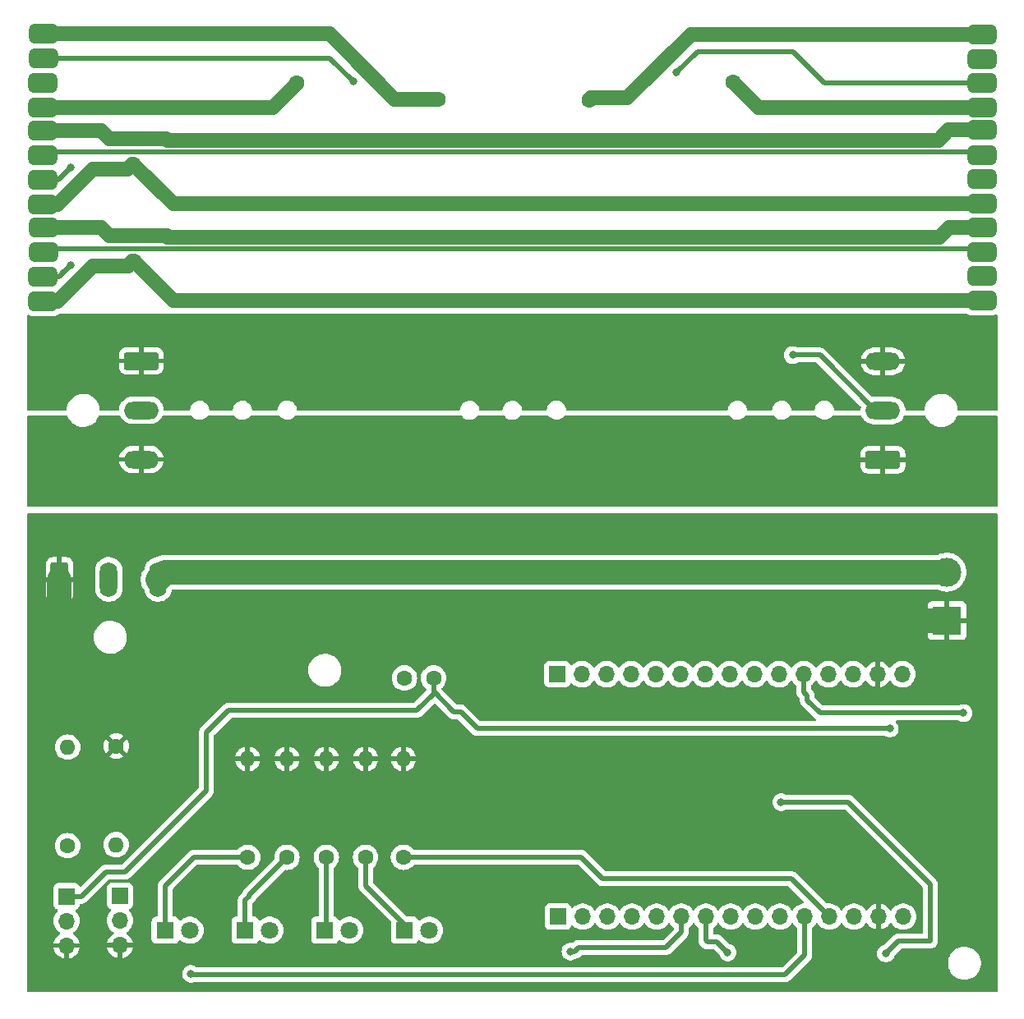
<source format=gbl>
G04 #@! TF.GenerationSoftware,KiCad,Pcbnew,8.0.6*
G04 #@! TF.CreationDate,2024-10-17T13:08:26+02:00*
G04 #@! TF.ProjectId,esp_music_vis,6573705f-6d75-4736-9963-5f7669732e6b,rev?*
G04 #@! TF.SameCoordinates,Original*
G04 #@! TF.FileFunction,Copper,L2,Bot*
G04 #@! TF.FilePolarity,Positive*
%FSLAX46Y46*%
G04 Gerber Fmt 4.6, Leading zero omitted, Abs format (unit mm)*
G04 Created by KiCad (PCBNEW 8.0.6) date 2024-10-17 13:08:26*
%MOMM*%
%LPD*%
G01*
G04 APERTURE LIST*
G04 Aperture macros list*
%AMRoundRect*
0 Rectangle with rounded corners*
0 $1 Rounding radius*
0 $2 $3 $4 $5 $6 $7 $8 $9 X,Y pos of 4 corners*
0 Add a 4 corners polygon primitive as box body*
4,1,4,$2,$3,$4,$5,$6,$7,$8,$9,$2,$3,0*
0 Add four circle primitives for the rounded corners*
1,1,$1+$1,$2,$3*
1,1,$1+$1,$4,$5*
1,1,$1+$1,$6,$7*
1,1,$1+$1,$8,$9*
0 Add four rect primitives between the rounded corners*
20,1,$1+$1,$2,$3,$4,$5,0*
20,1,$1+$1,$4,$5,$6,$7,0*
20,1,$1+$1,$6,$7,$8,$9,0*
20,1,$1+$1,$8,$9,$2,$3,0*%
G04 Aperture macros list end*
G04 #@! TA.AperFunction,ComponentPad*
%ADD10R,1.700000X1.700000*%
G04 #@! TD*
G04 #@! TA.AperFunction,ComponentPad*
%ADD11O,1.700000X1.700000*%
G04 #@! TD*
G04 #@! TA.AperFunction,SMDPad,CuDef*
%ADD12RoundRect,0.500000X-1.000000X0.500000X-1.000000X-0.500000X1.000000X-0.500000X1.000000X0.500000X0*%
G04 #@! TD*
G04 #@! TA.AperFunction,ComponentPad*
%ADD13C,1.600000*%
G04 #@! TD*
G04 #@! TA.AperFunction,ComponentPad*
%ADD14O,1.600000X1.600000*%
G04 #@! TD*
G04 #@! TA.AperFunction,ComponentPad*
%ADD15R,3.000000X3.000000*%
G04 #@! TD*
G04 #@! TA.AperFunction,ComponentPad*
%ADD16C,3.000000*%
G04 #@! TD*
G04 #@! TA.AperFunction,ComponentPad*
%ADD17R,1.800000X1.800000*%
G04 #@! TD*
G04 #@! TA.AperFunction,ComponentPad*
%ADD18C,1.800000*%
G04 #@! TD*
G04 #@! TA.AperFunction,ComponentPad*
%ADD19RoundRect,0.250000X1.550000X-0.650000X1.550000X0.650000X-1.550000X0.650000X-1.550000X-0.650000X0*%
G04 #@! TD*
G04 #@! TA.AperFunction,ComponentPad*
%ADD20O,3.600000X1.800000*%
G04 #@! TD*
G04 #@! TA.AperFunction,ComponentPad*
%ADD21RoundRect,0.250000X-0.650000X-1.550000X0.650000X-1.550000X0.650000X1.550000X-0.650000X1.550000X0*%
G04 #@! TD*
G04 #@! TA.AperFunction,ComponentPad*
%ADD22O,1.800000X3.600000*%
G04 #@! TD*
G04 #@! TA.AperFunction,ComponentPad*
%ADD23RoundRect,0.250000X-1.550000X0.650000X-1.550000X-0.650000X1.550000X-0.650000X1.550000X0.650000X0*%
G04 #@! TD*
G04 #@! TA.AperFunction,ViaPad*
%ADD24C,1.600000*%
G04 #@! TD*
G04 #@! TA.AperFunction,ViaPad*
%ADD25C,0.800000*%
G04 #@! TD*
G04 #@! TA.AperFunction,Conductor*
%ADD26C,0.508000*%
G04 #@! TD*
G04 #@! TA.AperFunction,Conductor*
%ADD27C,1.524000*%
G04 #@! TD*
G04 #@! TA.AperFunction,Conductor*
%ADD28C,2.540000*%
G04 #@! TD*
G04 APERTURE END LIST*
D10*
X54100000Y-140100000D03*
D11*
X54100000Y-142640000D03*
X54100000Y-145180000D03*
D10*
X104720000Y-142200000D03*
D11*
X107260000Y-142200000D03*
X109800000Y-142200000D03*
X112340000Y-142200000D03*
X114880000Y-142200000D03*
X117420000Y-142200000D03*
X119960000Y-142200000D03*
X122500000Y-142200000D03*
X125040000Y-142200000D03*
X127580000Y-142200000D03*
X130120000Y-142200000D03*
X132660000Y-142200000D03*
X135200000Y-142200000D03*
X137740000Y-142200000D03*
X140280000Y-142200000D03*
D10*
X104640000Y-117200000D03*
D11*
X107180000Y-117200000D03*
X109720000Y-117200000D03*
X112260000Y-117200000D03*
X114800000Y-117200000D03*
X117340000Y-117200000D03*
X119880000Y-117200000D03*
X122420000Y-117200000D03*
X124960000Y-117200000D03*
X127500000Y-117200000D03*
X130040000Y-117200000D03*
X132580000Y-117200000D03*
X135120000Y-117200000D03*
X137660000Y-117200000D03*
X140200000Y-117200000D03*
D12*
X51700000Y-51150000D03*
D13*
X84900000Y-136080000D03*
D14*
X84900000Y-125920000D03*
D13*
X54200000Y-134880000D03*
D14*
X54200000Y-124720000D03*
D13*
X59200000Y-124620000D03*
D14*
X59200000Y-134780000D03*
D15*
X144780000Y-111680000D03*
D16*
X144780000Y-106680000D03*
D12*
X51675000Y-61150000D03*
D17*
X88925000Y-143600000D03*
D18*
X91465000Y-143600000D03*
D13*
X88800000Y-136080000D03*
D14*
X88800000Y-125920000D03*
D17*
X72481666Y-143600000D03*
D18*
X75021666Y-143600000D03*
D10*
X59600000Y-140060000D03*
D11*
X59600000Y-142600000D03*
X59600000Y-145140000D03*
D13*
X72750000Y-136080000D03*
D14*
X72750000Y-125920000D03*
D13*
X91900000Y-117600000D03*
X88900000Y-117600000D03*
D19*
X138200000Y-95100000D03*
D20*
X138200000Y-90020000D03*
X138200000Y-84940000D03*
D21*
X53357500Y-107422500D03*
D22*
X58437500Y-107422500D03*
X63517500Y-107422500D03*
D17*
X80703332Y-143600000D03*
D18*
X83243332Y-143600000D03*
D13*
X80850000Y-136080000D03*
D14*
X80850000Y-125920000D03*
D17*
X64260000Y-143600000D03*
D18*
X66800000Y-143600000D03*
D13*
X76800000Y-136080000D03*
D14*
X76800000Y-125920000D03*
D12*
X148375000Y-56250000D03*
D23*
X61800000Y-84900000D03*
D20*
X61800000Y-89980000D03*
X61800000Y-95060000D03*
D12*
X148400000Y-76150000D03*
X148425000Y-73650000D03*
X148400000Y-53750000D03*
X148425000Y-71100000D03*
X51675000Y-76200000D03*
X148400000Y-78700000D03*
X51700000Y-53700000D03*
X148400000Y-61100000D03*
X148375000Y-58800000D03*
X148400000Y-51200000D03*
X51675000Y-63700000D03*
X148400000Y-63650000D03*
X51650000Y-66200000D03*
X51700000Y-73700000D03*
X148375000Y-66150000D03*
X51675000Y-56200000D03*
X51650000Y-68750000D03*
X148375000Y-68700000D03*
X51700000Y-71150000D03*
X51675000Y-78750000D03*
X51675000Y-58750000D03*
D24*
X96200000Y-84400000D03*
X107900000Y-58000000D03*
X63600000Y-72000000D03*
X123850000Y-84900000D03*
X63575000Y-62000000D03*
X92400000Y-57900000D03*
X68600000Y-84400000D03*
X119400000Y-92000000D03*
X122750000Y-56150000D03*
X60975000Y-64600000D03*
X79800000Y-91900000D03*
X61000000Y-74600000D03*
X107400000Y-91900000D03*
X77800000Y-56200000D03*
D25*
X138900000Y-122800000D03*
X66900000Y-148100000D03*
X146500000Y-121200000D03*
X106000000Y-145800000D03*
X122200000Y-145900000D03*
X127700000Y-130400000D03*
X138500000Y-146000000D03*
X128900000Y-84300000D03*
X54500000Y-75000000D03*
X54475000Y-65000000D03*
X83600000Y-56100000D03*
X116950000Y-55150000D03*
D26*
X64260000Y-139040000D02*
X64260000Y-143600000D01*
X72750000Y-136080000D02*
X67220000Y-136080000D01*
X67220000Y-136080000D02*
X64260000Y-139040000D01*
X72481666Y-140518334D02*
X72481666Y-143600000D01*
X72900000Y-139980000D02*
X72900000Y-140100000D01*
X76800000Y-136080000D02*
X72900000Y-139980000D01*
X72900000Y-140100000D02*
X72481666Y-140518334D01*
X80850000Y-136080000D02*
X80850000Y-143453332D01*
X80850000Y-143453332D02*
X80703332Y-143600000D01*
X84900000Y-136080000D02*
X84900000Y-139000000D01*
X84900000Y-139000000D02*
X88925000Y-143025000D01*
X88925000Y-143025000D02*
X88925000Y-143600000D01*
D27*
X111800000Y-57800000D02*
X108100000Y-57800000D01*
X51675000Y-61150000D02*
X57625000Y-61150000D01*
D28*
X144780000Y-106680000D02*
X64260000Y-106680000D01*
D27*
X58475000Y-62000000D02*
X63575000Y-62000000D01*
X143970000Y-72130000D02*
X145000000Y-71100000D01*
X63600000Y-72000000D02*
X64400000Y-72000000D01*
X148400000Y-51200000D02*
X118400000Y-51200000D01*
X87900000Y-57900000D02*
X92200000Y-57900000D01*
X144975000Y-61100000D02*
X148400000Y-61100000D01*
X81150000Y-51150000D02*
X82500000Y-52500000D01*
X64505000Y-62130000D02*
X143945000Y-62130000D01*
X82500000Y-52500000D02*
X87900000Y-57900000D01*
X51700000Y-71150000D02*
X57650000Y-71150000D01*
X64375000Y-62000000D02*
X64505000Y-62130000D01*
X64530000Y-72130000D02*
X143970000Y-72130000D01*
X51700000Y-51150000D02*
X81150000Y-51150000D01*
X58500000Y-72000000D02*
X63600000Y-72000000D01*
D28*
X64260000Y-106680000D02*
X63517500Y-107422500D01*
D27*
X64400000Y-72000000D02*
X64530000Y-72130000D01*
X145000000Y-71100000D02*
X148425000Y-71100000D01*
X118400000Y-51200000D02*
X111800000Y-57800000D01*
X57650000Y-71150000D02*
X58500000Y-72000000D01*
X57625000Y-61150000D02*
X58475000Y-62000000D01*
X63575000Y-62000000D02*
X64375000Y-62000000D01*
X143945000Y-62130000D02*
X144975000Y-61100000D01*
X56800000Y-65100000D02*
X60375000Y-65100000D01*
X60975000Y-64600000D02*
X65075000Y-68700000D01*
X125400000Y-58800000D02*
X148375000Y-58800000D01*
X61000000Y-74600000D02*
X65100000Y-78700000D01*
X53175000Y-78750000D02*
X56825000Y-75100000D01*
X51675000Y-58750000D02*
X75350000Y-58750000D01*
X122750000Y-56150000D02*
X125400000Y-58800000D01*
X65100000Y-78700000D02*
X148400000Y-78700000D01*
D28*
X52300000Y-117700000D02*
X52300000Y-112700000D01*
D27*
X51675000Y-78750000D02*
X53175000Y-78750000D01*
D28*
X144780000Y-111680000D02*
X71420000Y-111680000D01*
D27*
X56825000Y-75100000D02*
X60400000Y-75100000D01*
D28*
X71420000Y-111680000D02*
X63000000Y-120100000D01*
D27*
X51650000Y-68750000D02*
X53150000Y-68750000D01*
D28*
X63000000Y-120100000D02*
X54700000Y-120100000D01*
D27*
X53150000Y-68750000D02*
X56800000Y-65100000D01*
D28*
X54700000Y-120100000D02*
X52300000Y-117700000D01*
D27*
X65075000Y-68700000D02*
X148375000Y-68700000D01*
D28*
X53357500Y-111642500D02*
X53357500Y-107422500D01*
D27*
X60375000Y-65100000D02*
X60875000Y-64600000D01*
X60400000Y-75100000D02*
X60900000Y-74600000D01*
D28*
X52300000Y-112700000D02*
X53357500Y-111642500D01*
D27*
X75350000Y-58750000D02*
X77800000Y-56300000D01*
D26*
X60100000Y-137600000D02*
X68500000Y-129200000D01*
X96400000Y-122800000D02*
X138900000Y-122800000D01*
X68500000Y-123200000D02*
X70800000Y-120900000D01*
X91900000Y-119200000D02*
X91900000Y-117600000D01*
X58153424Y-137600000D02*
X60100000Y-137600000D01*
X70800000Y-120900000D02*
X90200000Y-120900000D01*
X94700000Y-121100000D02*
X96400000Y-122800000D01*
X90200000Y-120900000D02*
X91900000Y-119200000D01*
X91900000Y-119000000D02*
X94000000Y-121100000D01*
X91900000Y-117600000D02*
X91900000Y-119000000D01*
X91900000Y-117600000D02*
X91900000Y-119100000D01*
X55653424Y-140100000D02*
X58153424Y-137600000D01*
X94000000Y-121100000D02*
X94700000Y-121100000D01*
X68500000Y-129200000D02*
X68500000Y-123200000D01*
X54100000Y-140100000D02*
X55653424Y-140100000D01*
X130120000Y-146180000D02*
X130120000Y-142200000D01*
X67000000Y-148200000D02*
X128100000Y-148200000D01*
X66900000Y-148100000D02*
X67000000Y-148200000D01*
X128100000Y-148200000D02*
X130120000Y-146180000D01*
X131700000Y-121200000D02*
X130400000Y-119900000D01*
X146500000Y-121200000D02*
X131700000Y-121200000D01*
X130040000Y-119040000D02*
X130040000Y-117200000D01*
X130400000Y-119900000D02*
X130400000Y-119400000D01*
X130400000Y-119400000D02*
X130040000Y-119040000D01*
X132660000Y-142200000D02*
X128760000Y-138300000D01*
X107080000Y-136080000D02*
X88800000Y-136080000D01*
X128760000Y-138300000D02*
X109300000Y-138300000D01*
X109300000Y-138300000D02*
X107080000Y-136080000D01*
X106000000Y-145800000D02*
X106400000Y-145800000D01*
X115800000Y-145400000D02*
X117420000Y-143780000D01*
X106400000Y-145800000D02*
X106800000Y-145400000D01*
X117420000Y-143780000D02*
X117420000Y-142200000D01*
X106800000Y-145400000D02*
X115800000Y-145400000D01*
X120100000Y-144800000D02*
X119960000Y-144660000D01*
X122200000Y-145900000D02*
X121100000Y-144800000D01*
X121100000Y-144800000D02*
X120100000Y-144800000D01*
X119960000Y-144660000D02*
X119960000Y-142200000D01*
X143100000Y-138900000D02*
X143100000Y-144700000D01*
X127700000Y-130400000D02*
X134600000Y-130400000D01*
X134600000Y-130400000D02*
X143100000Y-138900000D01*
X143100000Y-144700000D02*
X139800000Y-144700000D01*
X139800000Y-144700000D02*
X138500000Y-146000000D01*
X137420000Y-90020000D02*
X138200000Y-90020000D01*
X131700000Y-84300000D02*
X137420000Y-90020000D01*
X128900000Y-84300000D02*
X131700000Y-84300000D01*
X51675000Y-76200000D02*
X53300000Y-76200000D01*
X54475000Y-65000000D02*
X53574420Y-65900580D01*
X53275000Y-66200000D02*
X54475000Y-65000000D01*
X54500000Y-75000000D02*
X53599420Y-75900580D01*
X51650000Y-66200000D02*
X53275000Y-66200000D01*
X53300000Y-76200000D02*
X54500000Y-75000000D01*
X51700000Y-73700000D02*
X52054000Y-73346000D01*
X52029000Y-63346000D02*
X148096000Y-63346000D01*
X148121000Y-73346000D02*
X148425000Y-73650000D01*
X52054000Y-73346000D02*
X148121000Y-73346000D01*
X148096000Y-63346000D02*
X148400000Y-63650000D01*
X51675000Y-63700000D02*
X52029000Y-63346000D01*
X81200000Y-53700000D02*
X51700000Y-53700000D01*
X83600000Y-56100000D02*
X81200000Y-53700000D01*
X132150000Y-56250000D02*
X128900000Y-53000000D01*
X128900000Y-53000000D02*
X119100000Y-53000000D01*
X119100000Y-53000000D02*
X116950000Y-55150000D01*
X116950000Y-55150000D02*
X116800000Y-55300000D01*
X148375000Y-56250000D02*
X132150000Y-56250000D01*
G04 #@! TA.AperFunction,Conductor*
G36*
X149943039Y-100619685D02*
G01*
X149988794Y-100672489D01*
X150000000Y-100724000D01*
X150000000Y-149848638D01*
X149980315Y-149915677D01*
X149963681Y-149936319D01*
X149936319Y-149963681D01*
X149874996Y-149997166D01*
X149848638Y-150000000D01*
X50124000Y-150000000D01*
X50056961Y-149980315D01*
X50011206Y-149927511D01*
X50000000Y-149876000D01*
X50000000Y-148100000D01*
X65986496Y-148100000D01*
X66006458Y-148289928D01*
X66006459Y-148289931D01*
X66065470Y-148471549D01*
X66065473Y-148471556D01*
X66160960Y-148636944D01*
X66288747Y-148778866D01*
X66443248Y-148891118D01*
X66617712Y-148968794D01*
X66804513Y-149008500D01*
X66995487Y-149008500D01*
X67182288Y-148968794D01*
X67182293Y-148968791D01*
X67182983Y-148968568D01*
X67184427Y-148968339D01*
X67188644Y-148967443D01*
X67188690Y-148967664D01*
X67221298Y-148962500D01*
X128175102Y-148962500D01*
X128274204Y-148942786D01*
X128322413Y-148933197D01*
X128461179Y-148875718D01*
X128586065Y-148792273D01*
X130378340Y-146999997D01*
X144897499Y-146999997D01*
X144897499Y-147000000D01*
X144917451Y-147259884D01*
X144917451Y-147259889D01*
X144976840Y-147513677D01*
X144976841Y-147513682D01*
X145074277Y-147755435D01*
X145074281Y-147755441D01*
X145207474Y-147979481D01*
X145373311Y-148180570D01*
X145474794Y-148271011D01*
X145567899Y-148353986D01*
X145567907Y-148353993D01*
X145786676Y-148495666D01*
X145786684Y-148495670D01*
X146024523Y-148602291D01*
X146024525Y-148602292D01*
X146134861Y-148632612D01*
X146275859Y-148671360D01*
X146534790Y-148701252D01*
X146795249Y-148691269D01*
X147051131Y-148641643D01*
X147064220Y-148636942D01*
X147296435Y-148553541D01*
X147296436Y-148553540D01*
X147296440Y-148553539D01*
X147525425Y-148429021D01*
X147732718Y-148271008D01*
X147913461Y-148083204D01*
X148063419Y-147870010D01*
X148179074Y-147636424D01*
X148257718Y-147387921D01*
X148297506Y-147130325D01*
X148300000Y-147000000D01*
X148297506Y-146869675D01*
X148257718Y-146612079D01*
X148179074Y-146363576D01*
X148063419Y-146129990D01*
X147913461Y-145916796D01*
X147732718Y-145728992D01*
X147600820Y-145628450D01*
X147525428Y-145570981D01*
X147525426Y-145570980D01*
X147525425Y-145570979D01*
X147326960Y-145463057D01*
X147296435Y-145446458D01*
X147051134Y-145358357D01*
X146795249Y-145308730D01*
X146534790Y-145298748D01*
X146275857Y-145328640D01*
X146275853Y-145328641D01*
X146024525Y-145397707D01*
X146024523Y-145397708D01*
X145786684Y-145504329D01*
X145786676Y-145504333D01*
X145567907Y-145646006D01*
X145567899Y-145646013D01*
X145373309Y-145819431D01*
X145207473Y-146020520D01*
X145074281Y-146244558D01*
X145074277Y-146244564D01*
X144976841Y-146486317D01*
X144976840Y-146486322D01*
X144917451Y-146740110D01*
X144917451Y-146740115D01*
X144897499Y-146999997D01*
X130378340Y-146999997D01*
X130712272Y-146666065D01*
X130795718Y-146541179D01*
X130853197Y-146402413D01*
X130861399Y-146361179D01*
X130879227Y-146271556D01*
X130882500Y-146255102D01*
X130882500Y-143388635D01*
X130902185Y-143321596D01*
X130930338Y-143290782D01*
X130984287Y-143248791D01*
X131043240Y-143202906D01*
X131164594Y-143071082D01*
X131195715Y-143037276D01*
X131195715Y-143037275D01*
X131195722Y-143037268D01*
X131286193Y-142898790D01*
X131339338Y-142853437D01*
X131408569Y-142844013D01*
X131471905Y-142873515D01*
X131493804Y-142898787D01*
X131584278Y-143037268D01*
X131584283Y-143037273D01*
X131584284Y-143037276D01*
X131710968Y-143174889D01*
X131736760Y-143202906D01*
X131914424Y-143341189D01*
X131914425Y-143341189D01*
X131914427Y-143341191D01*
X131962815Y-143367377D01*
X132112426Y-143448342D01*
X132325365Y-143521444D01*
X132547431Y-143558500D01*
X132772569Y-143558500D01*
X132994635Y-143521444D01*
X133207574Y-143448342D01*
X133405576Y-143341189D01*
X133583240Y-143202906D01*
X133704594Y-143071082D01*
X133735715Y-143037276D01*
X133735715Y-143037275D01*
X133735722Y-143037268D01*
X133826193Y-142898790D01*
X133879338Y-142853437D01*
X133948569Y-142844013D01*
X134011905Y-142873515D01*
X134033804Y-142898787D01*
X134124278Y-143037268D01*
X134124283Y-143037273D01*
X134124284Y-143037276D01*
X134250968Y-143174889D01*
X134276760Y-143202906D01*
X134454424Y-143341189D01*
X134454425Y-143341189D01*
X134454427Y-143341191D01*
X134502815Y-143367377D01*
X134652426Y-143448342D01*
X134865365Y-143521444D01*
X135087431Y-143558500D01*
X135312569Y-143558500D01*
X135534635Y-143521444D01*
X135747574Y-143448342D01*
X135945576Y-143341189D01*
X136123240Y-143202906D01*
X136244594Y-143071082D01*
X136275715Y-143037276D01*
X136275715Y-143037275D01*
X136275722Y-143037268D01*
X136369749Y-142893347D01*
X136422894Y-142847994D01*
X136492125Y-142838570D01*
X136555461Y-142868072D01*
X136575130Y-142890048D01*
X136701890Y-143071078D01*
X136868917Y-143238105D01*
X137062421Y-143373600D01*
X137276507Y-143473429D01*
X137276516Y-143473433D01*
X137490000Y-143530634D01*
X137490000Y-142633012D01*
X137547007Y-142665925D01*
X137674174Y-142700000D01*
X137805826Y-142700000D01*
X137932993Y-142665925D01*
X137990000Y-142633012D01*
X137990000Y-143530633D01*
X138203483Y-143473433D01*
X138203492Y-143473429D01*
X138417578Y-143373600D01*
X138611082Y-143238105D01*
X138778105Y-143071082D01*
X138904868Y-142890048D01*
X138959445Y-142846423D01*
X139028944Y-142839231D01*
X139091298Y-142870753D01*
X139110251Y-142893350D01*
X139204276Y-143037265D01*
X139204284Y-143037276D01*
X139330968Y-143174889D01*
X139356760Y-143202906D01*
X139534424Y-143341189D01*
X139534425Y-143341189D01*
X139534427Y-143341191D01*
X139582815Y-143367377D01*
X139732426Y-143448342D01*
X139945365Y-143521444D01*
X140167431Y-143558500D01*
X140392569Y-143558500D01*
X140614635Y-143521444D01*
X140827574Y-143448342D01*
X141025576Y-143341189D01*
X141203240Y-143202906D01*
X141324594Y-143071082D01*
X141355715Y-143037276D01*
X141355717Y-143037273D01*
X141355722Y-143037268D01*
X141478860Y-142848791D01*
X141569296Y-142642616D01*
X141624564Y-142424368D01*
X141624565Y-142424359D01*
X141643156Y-142200005D01*
X141643156Y-142199994D01*
X141624565Y-141975640D01*
X141624563Y-141975628D01*
X141580780Y-141802734D01*
X141569296Y-141757384D01*
X141478860Y-141551209D01*
X141462706Y-141526484D01*
X141409357Y-141444827D01*
X141355722Y-141362732D01*
X141355719Y-141362729D01*
X141355715Y-141362723D01*
X141203243Y-141197097D01*
X141203238Y-141197092D01*
X141025577Y-141058812D01*
X141025572Y-141058808D01*
X140827580Y-140951661D01*
X140827577Y-140951659D01*
X140827574Y-140951658D01*
X140827571Y-140951657D01*
X140827569Y-140951656D01*
X140614637Y-140878556D01*
X140392569Y-140841500D01*
X140167431Y-140841500D01*
X139945362Y-140878556D01*
X139732430Y-140951656D01*
X139732419Y-140951661D01*
X139534427Y-141058808D01*
X139534422Y-141058812D01*
X139356761Y-141197092D01*
X139356756Y-141197097D01*
X139204284Y-141362723D01*
X139204276Y-141362734D01*
X139110251Y-141506650D01*
X139057105Y-141552007D01*
X138987873Y-141561430D01*
X138924538Y-141531928D01*
X138904868Y-141509951D01*
X138778113Y-141328926D01*
X138778108Y-141328920D01*
X138611082Y-141161894D01*
X138417578Y-141026399D01*
X138203492Y-140926570D01*
X138203486Y-140926567D01*
X137990000Y-140869364D01*
X137990000Y-141766988D01*
X137932993Y-141734075D01*
X137805826Y-141700000D01*
X137674174Y-141700000D01*
X137547007Y-141734075D01*
X137490000Y-141766988D01*
X137490000Y-140869364D01*
X137489999Y-140869364D01*
X137276513Y-140926567D01*
X137276507Y-140926570D01*
X137062422Y-141026399D01*
X137062420Y-141026400D01*
X136868926Y-141161886D01*
X136868920Y-141161891D01*
X136701891Y-141328920D01*
X136701890Y-141328922D01*
X136575131Y-141509952D01*
X136520554Y-141553577D01*
X136451055Y-141560769D01*
X136388701Y-141529247D01*
X136369752Y-141506656D01*
X136275722Y-141362732D01*
X136275715Y-141362725D01*
X136275715Y-141362723D01*
X136123243Y-141197097D01*
X136123238Y-141197092D01*
X135945577Y-141058812D01*
X135945572Y-141058808D01*
X135747580Y-140951661D01*
X135747577Y-140951659D01*
X135747574Y-140951658D01*
X135747571Y-140951657D01*
X135747569Y-140951656D01*
X135534637Y-140878556D01*
X135312569Y-140841500D01*
X135087431Y-140841500D01*
X134865362Y-140878556D01*
X134652430Y-140951656D01*
X134652419Y-140951661D01*
X134454427Y-141058808D01*
X134454422Y-141058812D01*
X134276761Y-141197092D01*
X134276756Y-141197097D01*
X134124284Y-141362723D01*
X134124276Y-141362734D01*
X134033808Y-141501206D01*
X133980662Y-141546562D01*
X133911431Y-141555986D01*
X133848095Y-141526484D01*
X133826192Y-141501206D01*
X133760651Y-141400889D01*
X133735722Y-141362732D01*
X133735719Y-141362729D01*
X133735715Y-141362723D01*
X133583243Y-141197097D01*
X133583238Y-141197092D01*
X133405577Y-141058812D01*
X133405572Y-141058808D01*
X133207580Y-140951661D01*
X133207577Y-140951659D01*
X133207574Y-140951658D01*
X133207571Y-140951657D01*
X133207569Y-140951656D01*
X132994637Y-140878556D01*
X132772569Y-140841500D01*
X132547431Y-140841500D01*
X132547430Y-140841500D01*
X132466758Y-140854960D01*
X132397393Y-140846577D01*
X132358670Y-140820332D01*
X129246070Y-137707731D01*
X129246069Y-137707730D01*
X129246065Y-137707727D01*
X129121179Y-137624282D01*
X128982413Y-137566803D01*
X128982407Y-137566801D01*
X128835102Y-137537500D01*
X128835100Y-137537500D01*
X109667200Y-137537500D01*
X109600161Y-137517815D01*
X109579519Y-137501181D01*
X107566070Y-135487731D01*
X107566069Y-135487730D01*
X107566065Y-135487727D01*
X107441179Y-135404282D01*
X107302413Y-135346803D01*
X107302407Y-135346801D01*
X107155102Y-135317500D01*
X107155100Y-135317500D01*
X89928025Y-135317500D01*
X89860986Y-135297815D01*
X89826449Y-135264622D01*
X89806199Y-135235702D01*
X89806198Y-135235700D01*
X89644300Y-135073802D01*
X89456749Y-134942477D01*
X89456745Y-134942475D01*
X89249249Y-134845718D01*
X89249238Y-134845714D01*
X89028089Y-134786457D01*
X89028081Y-134786456D01*
X88800002Y-134766502D01*
X88799998Y-134766502D01*
X88571918Y-134786456D01*
X88571910Y-134786457D01*
X88350761Y-134845714D01*
X88350750Y-134845718D01*
X88143254Y-134942475D01*
X88143252Y-134942476D01*
X88143251Y-134942477D01*
X87955700Y-135073802D01*
X87955698Y-135073803D01*
X87955695Y-135073806D01*
X87793806Y-135235695D01*
X87793803Y-135235698D01*
X87793802Y-135235700D01*
X87743003Y-135308248D01*
X87662476Y-135423252D01*
X87662475Y-135423254D01*
X87565718Y-135630750D01*
X87565714Y-135630761D01*
X87506457Y-135851910D01*
X87506456Y-135851918D01*
X87486502Y-136079998D01*
X87486502Y-136080001D01*
X87506456Y-136308081D01*
X87506457Y-136308089D01*
X87565714Y-136529238D01*
X87565718Y-136529249D01*
X87662475Y-136736745D01*
X87662477Y-136736749D01*
X87793802Y-136924300D01*
X87955700Y-137086198D01*
X88143251Y-137217523D01*
X88268091Y-137275736D01*
X88350750Y-137314281D01*
X88350752Y-137314281D01*
X88350757Y-137314284D01*
X88571913Y-137373543D01*
X88734832Y-137387796D01*
X88799998Y-137393498D01*
X88800000Y-137393498D01*
X88800002Y-137393498D01*
X88857021Y-137388509D01*
X89028087Y-137373543D01*
X89249243Y-137314284D01*
X89456749Y-137217523D01*
X89644300Y-137086198D01*
X89806198Y-136924300D01*
X89826449Y-136895377D01*
X89881026Y-136851752D01*
X89928025Y-136842500D01*
X106712800Y-136842500D01*
X106779839Y-136862185D01*
X106800481Y-136878819D01*
X108813929Y-138892268D01*
X108813932Y-138892270D01*
X108813935Y-138892273D01*
X108937875Y-138975086D01*
X108937887Y-138975099D01*
X108937890Y-138975096D01*
X108938813Y-138975713D01*
X108938815Y-138975714D01*
X108938821Y-138975718D01*
X109077587Y-139033197D01*
X109077591Y-139033197D01*
X109077592Y-139033198D01*
X109224897Y-139062500D01*
X109224900Y-139062500D01*
X128392800Y-139062500D01*
X128459839Y-139082185D01*
X128480481Y-139098819D01*
X130021971Y-140640309D01*
X130055456Y-140701632D01*
X130050472Y-140771324D01*
X130008600Y-140827257D01*
X129954700Y-140850299D01*
X129785361Y-140878556D01*
X129572430Y-140951656D01*
X129572419Y-140951661D01*
X129374427Y-141058808D01*
X129374422Y-141058812D01*
X129196761Y-141197092D01*
X129196756Y-141197097D01*
X129044284Y-141362723D01*
X129044276Y-141362734D01*
X128953808Y-141501206D01*
X128900662Y-141546562D01*
X128831431Y-141555986D01*
X128768095Y-141526484D01*
X128746192Y-141501206D01*
X128680651Y-141400889D01*
X128655722Y-141362732D01*
X128655719Y-141362729D01*
X128655715Y-141362723D01*
X128503243Y-141197097D01*
X128503238Y-141197092D01*
X128325577Y-141058812D01*
X128325572Y-141058808D01*
X128127580Y-140951661D01*
X128127577Y-140951659D01*
X128127574Y-140951658D01*
X128127571Y-140951657D01*
X128127569Y-140951656D01*
X127914637Y-140878556D01*
X127692569Y-140841500D01*
X127467431Y-140841500D01*
X127245362Y-140878556D01*
X127032430Y-140951656D01*
X127032419Y-140951661D01*
X126834427Y-141058808D01*
X126834422Y-141058812D01*
X126656761Y-141197092D01*
X126656756Y-141197097D01*
X126504284Y-141362723D01*
X126504276Y-141362734D01*
X126413808Y-141501206D01*
X126360662Y-141546562D01*
X126291431Y-141555986D01*
X126228095Y-141526484D01*
X126206192Y-141501206D01*
X126140651Y-141400889D01*
X126115722Y-141362732D01*
X126115719Y-141362729D01*
X126115715Y-141362723D01*
X125963243Y-141197097D01*
X125963238Y-141197092D01*
X125785577Y-141058812D01*
X125785572Y-141058808D01*
X125587580Y-140951661D01*
X125587577Y-140951659D01*
X125587574Y-140951658D01*
X125587571Y-140951657D01*
X125587569Y-140951656D01*
X125374637Y-140878556D01*
X125152569Y-140841500D01*
X124927431Y-140841500D01*
X124705362Y-140878556D01*
X124492430Y-140951656D01*
X124492419Y-140951661D01*
X124294427Y-141058808D01*
X124294422Y-141058812D01*
X124116761Y-141197092D01*
X124116756Y-141197097D01*
X123964284Y-141362723D01*
X123964276Y-141362734D01*
X123873808Y-141501206D01*
X123820662Y-141546562D01*
X123751431Y-141555986D01*
X123688095Y-141526484D01*
X123666192Y-141501206D01*
X123600651Y-141400889D01*
X123575722Y-141362732D01*
X123575719Y-141362729D01*
X123575715Y-141362723D01*
X123423243Y-141197097D01*
X123423238Y-141197092D01*
X123245577Y-141058812D01*
X123245572Y-141058808D01*
X123047580Y-140951661D01*
X123047577Y-140951659D01*
X123047574Y-140951658D01*
X123047571Y-140951657D01*
X123047569Y-140951656D01*
X122834637Y-140878556D01*
X122612569Y-140841500D01*
X122387431Y-140841500D01*
X122165362Y-140878556D01*
X121952430Y-140951656D01*
X121952419Y-140951661D01*
X121754427Y-141058808D01*
X121754422Y-141058812D01*
X121576761Y-141197092D01*
X121576756Y-141197097D01*
X121424284Y-141362723D01*
X121424276Y-141362734D01*
X121333808Y-141501206D01*
X121280662Y-141546562D01*
X121211431Y-141555986D01*
X121148095Y-141526484D01*
X121126192Y-141501206D01*
X121060651Y-141400889D01*
X121035722Y-141362732D01*
X121035719Y-141362729D01*
X121035715Y-141362723D01*
X120883243Y-141197097D01*
X120883238Y-141197092D01*
X120705577Y-141058812D01*
X120705572Y-141058808D01*
X120507580Y-140951661D01*
X120507577Y-140951659D01*
X120507574Y-140951658D01*
X120507571Y-140951657D01*
X120507569Y-140951656D01*
X120294637Y-140878556D01*
X120072569Y-140841500D01*
X119847431Y-140841500D01*
X119625362Y-140878556D01*
X119412430Y-140951656D01*
X119412419Y-140951661D01*
X119214427Y-141058808D01*
X119214422Y-141058812D01*
X119036761Y-141197092D01*
X119036756Y-141197097D01*
X118884284Y-141362723D01*
X118884276Y-141362734D01*
X118793808Y-141501206D01*
X118740662Y-141546562D01*
X118671431Y-141555986D01*
X118608095Y-141526484D01*
X118586192Y-141501206D01*
X118520651Y-141400889D01*
X118495722Y-141362732D01*
X118495719Y-141362729D01*
X118495715Y-141362723D01*
X118343243Y-141197097D01*
X118343238Y-141197092D01*
X118165577Y-141058812D01*
X118165572Y-141058808D01*
X117967580Y-140951661D01*
X117967577Y-140951659D01*
X117967574Y-140951658D01*
X117967571Y-140951657D01*
X117967569Y-140951656D01*
X117754637Y-140878556D01*
X117532569Y-140841500D01*
X117307431Y-140841500D01*
X117085362Y-140878556D01*
X116872430Y-140951656D01*
X116872419Y-140951661D01*
X116674427Y-141058808D01*
X116674422Y-141058812D01*
X116496761Y-141197092D01*
X116496756Y-141197097D01*
X116344284Y-141362723D01*
X116344276Y-141362734D01*
X116253808Y-141501206D01*
X116200662Y-141546562D01*
X116131431Y-141555986D01*
X116068095Y-141526484D01*
X116046192Y-141501206D01*
X115980651Y-141400889D01*
X115955722Y-141362732D01*
X115955719Y-141362729D01*
X115955715Y-141362723D01*
X115803243Y-141197097D01*
X115803238Y-141197092D01*
X115625577Y-141058812D01*
X115625572Y-141058808D01*
X115427580Y-140951661D01*
X115427577Y-140951659D01*
X115427574Y-140951658D01*
X115427571Y-140951657D01*
X115427569Y-140951656D01*
X115214637Y-140878556D01*
X114992569Y-140841500D01*
X114767431Y-140841500D01*
X114545362Y-140878556D01*
X114332430Y-140951656D01*
X114332419Y-140951661D01*
X114134427Y-141058808D01*
X114134422Y-141058812D01*
X113956761Y-141197092D01*
X113956756Y-141197097D01*
X113804284Y-141362723D01*
X113804276Y-141362734D01*
X113713808Y-141501206D01*
X113660662Y-141546562D01*
X113591431Y-141555986D01*
X113528095Y-141526484D01*
X113506192Y-141501206D01*
X113440651Y-141400889D01*
X113415722Y-141362732D01*
X113415719Y-141362729D01*
X113415715Y-141362723D01*
X113263243Y-141197097D01*
X113263238Y-141197092D01*
X113085577Y-141058812D01*
X113085572Y-141058808D01*
X112887580Y-140951661D01*
X112887577Y-140951659D01*
X112887574Y-140951658D01*
X112887571Y-140951657D01*
X112887569Y-140951656D01*
X112674637Y-140878556D01*
X112452569Y-140841500D01*
X112227431Y-140841500D01*
X112005362Y-140878556D01*
X111792430Y-140951656D01*
X111792419Y-140951661D01*
X111594427Y-141058808D01*
X111594422Y-141058812D01*
X111416761Y-141197092D01*
X111416756Y-141197097D01*
X111264284Y-141362723D01*
X111264276Y-141362734D01*
X111173808Y-141501206D01*
X111120662Y-141546562D01*
X111051431Y-141555986D01*
X110988095Y-141526484D01*
X110966192Y-141501206D01*
X110900651Y-141400889D01*
X110875722Y-141362732D01*
X110875719Y-141362729D01*
X110875715Y-141362723D01*
X110723243Y-141197097D01*
X110723238Y-141197092D01*
X110545577Y-141058812D01*
X110545572Y-141058808D01*
X110347580Y-140951661D01*
X110347577Y-140951659D01*
X110347574Y-140951658D01*
X110347571Y-140951657D01*
X110347569Y-140951656D01*
X110134637Y-140878556D01*
X109912569Y-140841500D01*
X109687431Y-140841500D01*
X109465362Y-140878556D01*
X109252430Y-140951656D01*
X109252419Y-140951661D01*
X109054427Y-141058808D01*
X109054422Y-141058812D01*
X108876761Y-141197092D01*
X108876756Y-141197097D01*
X108724284Y-141362723D01*
X108724276Y-141362734D01*
X108633808Y-141501206D01*
X108580662Y-141546562D01*
X108511431Y-141555986D01*
X108448095Y-141526484D01*
X108426192Y-141501206D01*
X108360651Y-141400889D01*
X108335722Y-141362732D01*
X108335719Y-141362729D01*
X108335715Y-141362723D01*
X108183243Y-141197097D01*
X108183238Y-141197092D01*
X108005577Y-141058812D01*
X108005572Y-141058808D01*
X107807580Y-140951661D01*
X107807577Y-140951659D01*
X107807574Y-140951658D01*
X107807571Y-140951657D01*
X107807569Y-140951656D01*
X107594637Y-140878556D01*
X107372569Y-140841500D01*
X107147431Y-140841500D01*
X106925362Y-140878556D01*
X106712430Y-140951656D01*
X106712419Y-140951661D01*
X106514427Y-141058808D01*
X106514422Y-141058812D01*
X106336761Y-141197092D01*
X106273548Y-141265760D01*
X106213661Y-141301750D01*
X106143823Y-141299649D01*
X106086207Y-141260124D01*
X106066138Y-141225110D01*
X106020889Y-141103796D01*
X106020888Y-141103795D01*
X105933261Y-140986739D01*
X105816204Y-140899111D01*
X105679203Y-140848011D01*
X105618654Y-140841500D01*
X105618638Y-140841500D01*
X103821362Y-140841500D01*
X103821345Y-140841500D01*
X103760797Y-140848011D01*
X103760795Y-140848011D01*
X103623795Y-140899111D01*
X103506739Y-140986739D01*
X103419111Y-141103795D01*
X103368011Y-141240795D01*
X103368011Y-141240797D01*
X103361500Y-141301345D01*
X103361500Y-143098654D01*
X103368011Y-143159202D01*
X103368011Y-143159204D01*
X103401427Y-143248792D01*
X103419111Y-143296204D01*
X103506739Y-143413261D01*
X103623796Y-143500889D01*
X103760799Y-143551989D01*
X103788050Y-143554918D01*
X103821345Y-143558499D01*
X103821362Y-143558500D01*
X105618638Y-143558500D01*
X105618654Y-143558499D01*
X105645692Y-143555591D01*
X105679201Y-143551989D01*
X105816204Y-143500889D01*
X105933261Y-143413261D01*
X106020889Y-143296204D01*
X106066138Y-143174887D01*
X106108009Y-143118956D01*
X106173474Y-143094539D01*
X106241746Y-143109391D01*
X106273545Y-143134236D01*
X106336760Y-143202906D01*
X106514424Y-143341189D01*
X106514425Y-143341189D01*
X106514427Y-143341191D01*
X106562815Y-143367377D01*
X106712426Y-143448342D01*
X106925365Y-143521444D01*
X107147431Y-143558500D01*
X107372569Y-143558500D01*
X107594635Y-143521444D01*
X107807574Y-143448342D01*
X108005576Y-143341189D01*
X108183240Y-143202906D01*
X108304594Y-143071082D01*
X108335715Y-143037276D01*
X108335715Y-143037275D01*
X108335722Y-143037268D01*
X108426193Y-142898790D01*
X108479338Y-142853437D01*
X108548569Y-142844013D01*
X108611905Y-142873515D01*
X108633804Y-142898787D01*
X108724278Y-143037268D01*
X108724283Y-143037273D01*
X108724284Y-143037276D01*
X108850968Y-143174889D01*
X108876760Y-143202906D01*
X109054424Y-143341189D01*
X109054425Y-143341189D01*
X109054427Y-143341191D01*
X109102815Y-143367377D01*
X109252426Y-143448342D01*
X109465365Y-143521444D01*
X109687431Y-143558500D01*
X109912569Y-143558500D01*
X110134635Y-143521444D01*
X110347574Y-143448342D01*
X110545576Y-143341189D01*
X110723240Y-143202906D01*
X110844594Y-143071082D01*
X110875715Y-143037276D01*
X110875715Y-143037275D01*
X110875722Y-143037268D01*
X110966193Y-142898790D01*
X111019338Y-142853437D01*
X111088569Y-142844013D01*
X111151905Y-142873515D01*
X111173804Y-142898787D01*
X111264278Y-143037268D01*
X111264283Y-143037273D01*
X111264284Y-143037276D01*
X111390968Y-143174889D01*
X111416760Y-143202906D01*
X111594424Y-143341189D01*
X111594425Y-143341189D01*
X111594427Y-143341191D01*
X111642815Y-143367377D01*
X111792426Y-143448342D01*
X112005365Y-143521444D01*
X112227431Y-143558500D01*
X112452569Y-143558500D01*
X112674635Y-143521444D01*
X112887574Y-143448342D01*
X113085576Y-143341189D01*
X113263240Y-143202906D01*
X113384594Y-143071082D01*
X113415715Y-143037276D01*
X113415715Y-143037275D01*
X113415722Y-143037268D01*
X113506193Y-142898790D01*
X113559338Y-142853437D01*
X113628569Y-142844013D01*
X113691905Y-142873515D01*
X113713804Y-142898787D01*
X113804278Y-143037268D01*
X113804283Y-143037273D01*
X113804284Y-143037276D01*
X113930968Y-143174889D01*
X113956760Y-143202906D01*
X114134424Y-143341189D01*
X114134425Y-143341189D01*
X114134427Y-143341191D01*
X114182815Y-143367377D01*
X114332426Y-143448342D01*
X114545365Y-143521444D01*
X114767431Y-143558500D01*
X114992569Y-143558500D01*
X115214635Y-143521444D01*
X115427574Y-143448342D01*
X115625576Y-143341189D01*
X115803240Y-143202906D01*
X115924594Y-143071082D01*
X115955715Y-143037276D01*
X115955715Y-143037275D01*
X115955722Y-143037268D01*
X116046193Y-142898790D01*
X116099338Y-142853437D01*
X116168569Y-142844013D01*
X116231905Y-142873515D01*
X116253804Y-142898787D01*
X116344278Y-143037268D01*
X116344283Y-143037273D01*
X116344284Y-143037276D01*
X116470968Y-143174889D01*
X116496760Y-143202906D01*
X116496763Y-143202908D01*
X116496766Y-143202911D01*
X116609662Y-143290782D01*
X116650475Y-143347492D01*
X116657500Y-143388635D01*
X116657500Y-143412800D01*
X116637815Y-143479839D01*
X116621181Y-143500481D01*
X115520481Y-144601181D01*
X115459158Y-144634666D01*
X115432800Y-144637500D01*
X106724898Y-144637500D01*
X106577592Y-144666801D01*
X106577586Y-144666803D01*
X106438819Y-144724282D01*
X106313939Y-144807724D01*
X106313933Y-144807729D01*
X106254157Y-144867502D01*
X106192833Y-144900986D01*
X106140699Y-144901110D01*
X106126947Y-144898187D01*
X106095487Y-144891500D01*
X105904513Y-144891500D01*
X105717714Y-144931205D01*
X105717712Y-144931206D01*
X105595550Y-144985596D01*
X105543246Y-145008883D01*
X105388745Y-145121135D01*
X105260959Y-145263057D01*
X105165473Y-145428443D01*
X105165470Y-145428450D01*
X105115519Y-145582185D01*
X105106458Y-145610072D01*
X105086496Y-145800000D01*
X105106458Y-145989928D01*
X105106459Y-145989931D01*
X105165470Y-146171549D01*
X105165473Y-146171556D01*
X105260960Y-146336944D01*
X105329831Y-146413433D01*
X105385912Y-146475718D01*
X105388747Y-146478866D01*
X105543248Y-146591118D01*
X105717712Y-146668794D01*
X105904513Y-146708500D01*
X106095487Y-146708500D01*
X106282288Y-146668794D01*
X106456752Y-146591118D01*
X106482061Y-146572728D01*
X106530755Y-146551428D01*
X106622413Y-146533197D01*
X106761179Y-146475718D01*
X106819209Y-146436944D01*
X106886065Y-146392273D01*
X107079519Y-146198819D01*
X107140842Y-146165334D01*
X107167200Y-146162500D01*
X115875102Y-146162500D01*
X115974204Y-146142786D01*
X116022413Y-146133197D01*
X116161179Y-146075718D01*
X116168540Y-146070800D01*
X116208069Y-146044387D01*
X116286065Y-145992273D01*
X118012273Y-144266065D01*
X118095718Y-144141179D01*
X118102718Y-144124281D01*
X118126526Y-144066803D01*
X118153197Y-144002413D01*
X118153975Y-143998500D01*
X118182500Y-143855100D01*
X118182500Y-143388635D01*
X118202185Y-143321596D01*
X118230338Y-143290782D01*
X118284287Y-143248791D01*
X118343240Y-143202906D01*
X118464594Y-143071082D01*
X118495715Y-143037276D01*
X118495715Y-143037275D01*
X118495722Y-143037268D01*
X118586193Y-142898790D01*
X118639338Y-142853437D01*
X118708569Y-142844013D01*
X118771905Y-142873515D01*
X118793804Y-142898787D01*
X118884278Y-143037268D01*
X118884283Y-143037273D01*
X118884284Y-143037276D01*
X119010968Y-143174889D01*
X119036760Y-143202906D01*
X119036763Y-143202908D01*
X119036766Y-143202911D01*
X119149662Y-143290782D01*
X119190475Y-143347492D01*
X119197500Y-143388635D01*
X119197500Y-144735101D01*
X119211947Y-144807727D01*
X119211947Y-144807729D01*
X119226801Y-144882405D01*
X119226803Y-144882413D01*
X119263115Y-144970079D01*
X119284282Y-145021179D01*
X119349697Y-145119081D01*
X119367730Y-145146069D01*
X119613930Y-145392269D01*
X119613933Y-145392271D01*
X119613935Y-145392273D01*
X119737896Y-145475100D01*
X119738821Y-145475718D01*
X119877587Y-145533197D01*
X119877591Y-145533197D01*
X119877592Y-145533198D01*
X120024897Y-145562500D01*
X120024900Y-145562500D01*
X120732800Y-145562500D01*
X120799839Y-145582185D01*
X120820481Y-145598819D01*
X121282936Y-146061274D01*
X121313186Y-146110636D01*
X121365471Y-146271552D01*
X121365473Y-146271556D01*
X121460960Y-146436944D01*
X121588747Y-146578866D01*
X121743248Y-146691118D01*
X121917712Y-146768794D01*
X122104513Y-146808500D01*
X122295487Y-146808500D01*
X122482288Y-146768794D01*
X122656752Y-146691118D01*
X122811253Y-146578866D01*
X122939040Y-146436944D01*
X123034527Y-146271556D01*
X123093542Y-146089928D01*
X123113504Y-145900000D01*
X123093542Y-145710072D01*
X123034527Y-145528444D01*
X122939040Y-145363056D01*
X122811253Y-145221134D01*
X122673617Y-145121135D01*
X122656755Y-145108884D01*
X122656754Y-145108883D01*
X122656752Y-145108882D01*
X122482288Y-145031206D01*
X122482286Y-145031205D01*
X122425832Y-145019205D01*
X122364351Y-144986011D01*
X122363934Y-144985596D01*
X121586070Y-144207731D01*
X121586069Y-144207730D01*
X121586065Y-144207727D01*
X121461179Y-144124282D01*
X121421209Y-144107726D01*
X121322413Y-144066803D01*
X121322407Y-144066801D01*
X121175102Y-144037500D01*
X121175100Y-144037500D01*
X120846500Y-144037500D01*
X120779461Y-144017815D01*
X120733706Y-143965011D01*
X120722500Y-143913500D01*
X120722500Y-143388635D01*
X120742185Y-143321596D01*
X120770338Y-143290782D01*
X120824287Y-143248791D01*
X120883240Y-143202906D01*
X121004594Y-143071082D01*
X121035715Y-143037276D01*
X121035715Y-143037275D01*
X121035722Y-143037268D01*
X121126193Y-142898790D01*
X121179338Y-142853437D01*
X121248569Y-142844013D01*
X121311905Y-142873515D01*
X121333804Y-142898787D01*
X121424278Y-143037268D01*
X121424283Y-143037273D01*
X121424284Y-143037276D01*
X121550968Y-143174889D01*
X121576760Y-143202906D01*
X121754424Y-143341189D01*
X121754425Y-143341189D01*
X121754427Y-143341191D01*
X121802815Y-143367377D01*
X121952426Y-143448342D01*
X122165365Y-143521444D01*
X122387431Y-143558500D01*
X122612569Y-143558500D01*
X122834635Y-143521444D01*
X123047574Y-143448342D01*
X123245576Y-143341189D01*
X123423240Y-143202906D01*
X123544594Y-143071082D01*
X123575715Y-143037276D01*
X123575715Y-143037275D01*
X123575722Y-143037268D01*
X123666193Y-142898790D01*
X123719338Y-142853437D01*
X123788569Y-142844013D01*
X123851905Y-142873515D01*
X123873804Y-142898787D01*
X123964278Y-143037268D01*
X123964283Y-143037273D01*
X123964284Y-143037276D01*
X124090968Y-143174889D01*
X124116760Y-143202906D01*
X124294424Y-143341189D01*
X124294425Y-143341189D01*
X124294427Y-143341191D01*
X124342815Y-143367377D01*
X124492426Y-143448342D01*
X124705365Y-143521444D01*
X124927431Y-143558500D01*
X125152569Y-143558500D01*
X125374635Y-143521444D01*
X125587574Y-143448342D01*
X125785576Y-143341189D01*
X125963240Y-143202906D01*
X126084594Y-143071082D01*
X126115715Y-143037276D01*
X126115715Y-143037275D01*
X126115722Y-143037268D01*
X126206193Y-142898790D01*
X126259338Y-142853437D01*
X126328569Y-142844013D01*
X126391905Y-142873515D01*
X126413804Y-142898787D01*
X126504278Y-143037268D01*
X126504283Y-143037273D01*
X126504284Y-143037276D01*
X126630968Y-143174889D01*
X126656760Y-143202906D01*
X126834424Y-143341189D01*
X126834425Y-143341189D01*
X126834427Y-143341191D01*
X126882815Y-143367377D01*
X127032426Y-143448342D01*
X127245365Y-143521444D01*
X127467431Y-143558500D01*
X127692569Y-143558500D01*
X127914635Y-143521444D01*
X128127574Y-143448342D01*
X128325576Y-143341189D01*
X128503240Y-143202906D01*
X128624594Y-143071082D01*
X128655715Y-143037276D01*
X128655715Y-143037275D01*
X128655722Y-143037268D01*
X128746193Y-142898790D01*
X128799338Y-142853437D01*
X128868569Y-142844013D01*
X128931905Y-142873515D01*
X128953804Y-142898787D01*
X129044278Y-143037268D01*
X129044283Y-143037273D01*
X129044284Y-143037276D01*
X129170968Y-143174889D01*
X129196760Y-143202906D01*
X129196763Y-143202908D01*
X129196766Y-143202911D01*
X129309662Y-143290782D01*
X129350475Y-143347492D01*
X129357500Y-143388635D01*
X129357500Y-145812800D01*
X129337815Y-145879839D01*
X129321181Y-145900481D01*
X127820481Y-147401181D01*
X127759158Y-147434666D01*
X127732800Y-147437500D01*
X67574069Y-147437500D01*
X67507030Y-147417815D01*
X67501183Y-147413818D01*
X67356753Y-147308883D01*
X67356752Y-147308882D01*
X67182288Y-147231206D01*
X67182286Y-147231205D01*
X66995487Y-147191500D01*
X66804513Y-147191500D01*
X66617714Y-147231205D01*
X66443246Y-147308883D01*
X66288745Y-147421135D01*
X66160959Y-147563057D01*
X66065473Y-147728443D01*
X66065470Y-147728450D01*
X66019475Y-147870010D01*
X66006458Y-147910072D01*
X65986496Y-148100000D01*
X50000000Y-148100000D01*
X50000000Y-142639994D01*
X52736844Y-142639994D01*
X52736844Y-142640005D01*
X52755434Y-142864359D01*
X52755436Y-142864371D01*
X52810703Y-143082614D01*
X52901140Y-143288792D01*
X53024276Y-143477265D01*
X53024284Y-143477276D01*
X53176756Y-143642902D01*
X53176760Y-143642906D01*
X53354424Y-143781189D01*
X53397693Y-143804605D01*
X53397695Y-143804606D01*
X53447286Y-143853825D01*
X53462394Y-143922042D01*
X53438224Y-143987597D01*
X53409802Y-144015236D01*
X53228922Y-144141890D01*
X53228920Y-144141891D01*
X53061891Y-144308920D01*
X53061886Y-144308926D01*
X52926400Y-144502420D01*
X52926399Y-144502422D01*
X52826570Y-144716507D01*
X52826567Y-144716513D01*
X52769364Y-144929999D01*
X52769364Y-144930000D01*
X53666988Y-144930000D01*
X53634075Y-144987007D01*
X53600000Y-145114174D01*
X53600000Y-145245826D01*
X53634075Y-145372993D01*
X53666988Y-145430000D01*
X52769364Y-145430000D01*
X52826567Y-145643486D01*
X52826570Y-145643492D01*
X52926399Y-145857578D01*
X53061894Y-146051082D01*
X53228917Y-146218105D01*
X53422421Y-146353600D01*
X53636507Y-146453429D01*
X53636516Y-146453433D01*
X53850000Y-146510634D01*
X53850000Y-145613012D01*
X53907007Y-145645925D01*
X54034174Y-145680000D01*
X54165826Y-145680000D01*
X54292993Y-145645925D01*
X54350000Y-145613012D01*
X54350000Y-146510633D01*
X54563483Y-146453433D01*
X54563492Y-146453429D01*
X54777578Y-146353600D01*
X54971082Y-146218105D01*
X55138105Y-146051082D01*
X55273600Y-145857578D01*
X55373429Y-145643492D01*
X55373432Y-145643486D01*
X55430636Y-145430000D01*
X54533012Y-145430000D01*
X54565925Y-145372993D01*
X54600000Y-145245826D01*
X54600000Y-145114174D01*
X54565925Y-144987007D01*
X54533012Y-144930000D01*
X55430636Y-144930000D01*
X55430635Y-144929999D01*
X55373432Y-144716513D01*
X55373429Y-144716507D01*
X55273600Y-144502422D01*
X55273599Y-144502420D01*
X55138113Y-144308926D01*
X55138108Y-144308920D01*
X54971082Y-144141894D01*
X54790197Y-144015236D01*
X54746572Y-143960659D01*
X54739380Y-143891160D01*
X54770902Y-143828806D01*
X54802300Y-143804608D01*
X54845576Y-143781189D01*
X55023240Y-143642906D01*
X55154353Y-143500481D01*
X55175715Y-143477276D01*
X55175716Y-143477274D01*
X55175722Y-143477268D01*
X55298860Y-143288791D01*
X55389296Y-143082616D01*
X55444564Y-142864368D01*
X55446702Y-142838570D01*
X55463156Y-142640005D01*
X55463156Y-142639994D01*
X55459841Y-142599994D01*
X58236844Y-142599994D01*
X58236844Y-142600005D01*
X58255434Y-142824359D01*
X58255436Y-142824371D01*
X58310703Y-143042614D01*
X58401140Y-143248792D01*
X58524276Y-143437265D01*
X58524284Y-143437276D01*
X58674089Y-143600005D01*
X58676760Y-143602906D01*
X58854424Y-143741189D01*
X58897693Y-143764605D01*
X58897695Y-143764606D01*
X58947286Y-143813825D01*
X58962394Y-143882042D01*
X58938224Y-143947597D01*
X58909802Y-143975236D01*
X58728922Y-144101890D01*
X58728920Y-144101891D01*
X58561891Y-144268920D01*
X58561886Y-144268926D01*
X58426400Y-144462420D01*
X58426399Y-144462422D01*
X58326570Y-144676507D01*
X58326567Y-144676513D01*
X58269364Y-144889999D01*
X58269364Y-144890000D01*
X59166988Y-144890000D01*
X59134075Y-144947007D01*
X59100000Y-145074174D01*
X59100000Y-145205826D01*
X59134075Y-145332993D01*
X59166988Y-145390000D01*
X58269364Y-145390000D01*
X58326567Y-145603486D01*
X58326570Y-145603492D01*
X58426399Y-145817578D01*
X58561894Y-146011082D01*
X58728917Y-146178105D01*
X58922421Y-146313600D01*
X59136507Y-146413429D01*
X59136516Y-146413433D01*
X59350000Y-146470634D01*
X59350000Y-145573012D01*
X59407007Y-145605925D01*
X59534174Y-145640000D01*
X59665826Y-145640000D01*
X59792993Y-145605925D01*
X59850000Y-145573012D01*
X59850000Y-146470633D01*
X60063483Y-146413433D01*
X60063492Y-146413429D01*
X60277578Y-146313600D01*
X60471082Y-146178105D01*
X60638105Y-146011082D01*
X60773600Y-145817578D01*
X60873429Y-145603492D01*
X60873432Y-145603486D01*
X60930636Y-145390000D01*
X60033012Y-145390000D01*
X60065925Y-145332993D01*
X60100000Y-145205826D01*
X60100000Y-145074174D01*
X60065925Y-144947007D01*
X60033012Y-144890000D01*
X60930636Y-144890000D01*
X60930635Y-144889999D01*
X60873432Y-144676513D01*
X60873429Y-144676507D01*
X60773600Y-144462422D01*
X60773599Y-144462420D01*
X60638113Y-144268926D01*
X60638108Y-144268920D01*
X60471082Y-144101894D01*
X60290197Y-143975236D01*
X60246572Y-143920659D01*
X60239380Y-143851160D01*
X60270902Y-143788806D01*
X60302300Y-143764608D01*
X60345576Y-143741189D01*
X60523240Y-143602906D01*
X60638902Y-143477265D01*
X60675715Y-143437276D01*
X60675716Y-143437274D01*
X60675722Y-143437268D01*
X60798860Y-143248791D01*
X60889296Y-143042616D01*
X60944564Y-142824368D01*
X60950172Y-142756691D01*
X60958902Y-142651345D01*
X62851500Y-142651345D01*
X62851500Y-144548654D01*
X62858011Y-144609202D01*
X62858011Y-144609204D01*
X62900934Y-144724282D01*
X62909111Y-144746204D01*
X62996739Y-144863261D01*
X63113796Y-144950889D01*
X63250799Y-145001989D01*
X63278050Y-145004918D01*
X63311345Y-145008499D01*
X63311362Y-145008500D01*
X65208638Y-145008500D01*
X65208654Y-145008499D01*
X65235692Y-145005591D01*
X65269201Y-145001989D01*
X65406204Y-144950889D01*
X65523261Y-144863261D01*
X65610889Y-144746204D01*
X65635397Y-144680495D01*
X65677268Y-144624563D01*
X65742733Y-144600147D01*
X65811005Y-144614999D01*
X65838724Y-144636656D01*
X65839010Y-144636347D01*
X65842774Y-144639811D01*
X65842780Y-144639818D01*
X66026983Y-144783190D01*
X66026985Y-144783191D01*
X66026988Y-144783193D01*
X66072325Y-144807728D01*
X66232273Y-144894287D01*
X66314201Y-144922413D01*
X66453045Y-144970079D01*
X66453047Y-144970079D01*
X66453049Y-144970080D01*
X66683288Y-145008500D01*
X66683289Y-145008500D01*
X66916711Y-145008500D01*
X66916712Y-145008500D01*
X67146951Y-144970080D01*
X67367727Y-144894287D01*
X67573017Y-144783190D01*
X67757220Y-144639818D01*
X67915314Y-144468083D01*
X68042984Y-144272669D01*
X68136749Y-144058907D01*
X68194051Y-143832626D01*
X68209772Y-143642902D01*
X68213327Y-143600005D01*
X68213327Y-143599994D01*
X68194051Y-143367377D01*
X68194051Y-143367374D01*
X68136749Y-143141093D01*
X68042984Y-142927331D01*
X68001848Y-142864368D01*
X67915313Y-142731915D01*
X67841142Y-142651345D01*
X71073166Y-142651345D01*
X71073166Y-144548654D01*
X71079677Y-144609202D01*
X71079677Y-144609204D01*
X71122600Y-144724282D01*
X71130777Y-144746204D01*
X71218405Y-144863261D01*
X71335462Y-144950889D01*
X71472465Y-145001989D01*
X71499716Y-145004918D01*
X71533011Y-145008499D01*
X71533028Y-145008500D01*
X73430304Y-145008500D01*
X73430320Y-145008499D01*
X73457358Y-145005591D01*
X73490867Y-145001989D01*
X73627870Y-144950889D01*
X73744927Y-144863261D01*
X73832555Y-144746204D01*
X73857063Y-144680495D01*
X73898934Y-144624563D01*
X73964399Y-144600147D01*
X74032671Y-144614999D01*
X74060390Y-144636656D01*
X74060676Y-144636347D01*
X74064440Y-144639811D01*
X74064446Y-144639818D01*
X74248649Y-144783190D01*
X74248651Y-144783191D01*
X74248654Y-144783193D01*
X74293991Y-144807728D01*
X74453939Y-144894287D01*
X74535867Y-144922413D01*
X74674711Y-144970079D01*
X74674713Y-144970079D01*
X74674715Y-144970080D01*
X74904954Y-145008500D01*
X74904955Y-145008500D01*
X75138377Y-145008500D01*
X75138378Y-145008500D01*
X75368617Y-144970080D01*
X75589393Y-144894287D01*
X75794683Y-144783190D01*
X75978886Y-144639818D01*
X76136980Y-144468083D01*
X76264650Y-144272669D01*
X76358415Y-144058907D01*
X76415717Y-143832626D01*
X76431438Y-143642902D01*
X76434993Y-143600005D01*
X76434993Y-143599994D01*
X76415717Y-143367377D01*
X76415717Y-143367374D01*
X76358415Y-143141093D01*
X76264650Y-142927331D01*
X76223514Y-142864368D01*
X76136979Y-142731915D01*
X76062808Y-142651345D01*
X79294832Y-142651345D01*
X79294832Y-144548654D01*
X79301343Y-144609202D01*
X79301343Y-144609204D01*
X79344266Y-144724282D01*
X79352443Y-144746204D01*
X79440071Y-144863261D01*
X79557128Y-144950889D01*
X79694131Y-145001989D01*
X79721382Y-145004918D01*
X79754677Y-145008499D01*
X79754694Y-145008500D01*
X81651970Y-145008500D01*
X81651986Y-145008499D01*
X81679024Y-145005591D01*
X81712533Y-145001989D01*
X81849536Y-144950889D01*
X81966593Y-144863261D01*
X82054221Y-144746204D01*
X82078729Y-144680495D01*
X82120600Y-144624563D01*
X82186065Y-144600147D01*
X82254337Y-144614999D01*
X82282056Y-144636656D01*
X82282342Y-144636347D01*
X82286106Y-144639811D01*
X82286112Y-144639818D01*
X82470315Y-144783190D01*
X82470317Y-144783191D01*
X82470320Y-144783193D01*
X82515657Y-144807728D01*
X82675605Y-144894287D01*
X82757533Y-144922413D01*
X82896377Y-144970079D01*
X82896379Y-144970079D01*
X82896381Y-144970080D01*
X83126620Y-145008500D01*
X83126621Y-145008500D01*
X83360043Y-145008500D01*
X83360044Y-145008500D01*
X83590283Y-144970080D01*
X83811059Y-144894287D01*
X84016349Y-144783190D01*
X84200552Y-144639818D01*
X84358646Y-144468083D01*
X84486316Y-144272669D01*
X84580081Y-144058907D01*
X84637383Y-143832626D01*
X84653104Y-143642902D01*
X84656659Y-143600005D01*
X84656659Y-143599994D01*
X84637383Y-143367377D01*
X84637383Y-143367374D01*
X84580081Y-143141093D01*
X84486316Y-142927331D01*
X84445180Y-142864368D01*
X84358645Y-142731915D01*
X84200555Y-142560185D01*
X84200554Y-142560184D01*
X84200552Y-142560182D01*
X84016349Y-142416810D01*
X84016347Y-142416809D01*
X84016346Y-142416808D01*
X84016343Y-142416806D01*
X83811065Y-142305716D01*
X83811062Y-142305715D01*
X83811059Y-142305713D01*
X83811053Y-142305711D01*
X83811051Y-142305710D01*
X83590286Y-142229920D01*
X83392620Y-142196936D01*
X83360044Y-142191500D01*
X83126620Y-142191500D01*
X83094044Y-142196936D01*
X82896377Y-142229920D01*
X82675612Y-142305710D01*
X82675598Y-142305716D01*
X82470320Y-142416806D01*
X82470317Y-142416808D01*
X82286113Y-142560181D01*
X82282342Y-142563653D01*
X82281622Y-142562871D01*
X82226231Y-142596147D01*
X82156393Y-142594034D01*
X82098784Y-142554500D01*
X82078729Y-142519503D01*
X82070703Y-142497987D01*
X82054221Y-142453796D01*
X81966593Y-142336739D01*
X81849536Y-142249111D01*
X81712537Y-142198012D01*
X81707984Y-142196936D01*
X81647268Y-142162362D01*
X81614883Y-142100451D01*
X81612500Y-142076259D01*
X81612500Y-137208025D01*
X81632185Y-137140986D01*
X81665376Y-137106450D01*
X81694300Y-137086198D01*
X81856198Y-136924300D01*
X81987523Y-136736749D01*
X82084284Y-136529243D01*
X82143543Y-136308087D01*
X82163498Y-136080000D01*
X82163498Y-136079998D01*
X83586502Y-136079998D01*
X83586502Y-136080001D01*
X83606456Y-136308081D01*
X83606457Y-136308089D01*
X83665714Y-136529238D01*
X83665718Y-136529249D01*
X83762475Y-136736745D01*
X83762477Y-136736749D01*
X83893802Y-136924300D01*
X84055700Y-137086198D01*
X84084622Y-137106449D01*
X84128248Y-137161026D01*
X84137500Y-137208025D01*
X84137500Y-139075101D01*
X84150569Y-139140798D01*
X84150569Y-139140800D01*
X84166801Y-139222405D01*
X84166803Y-139222413D01*
X84224281Y-139361177D01*
X84307730Y-139486069D01*
X84307731Y-139486070D01*
X87480181Y-142658519D01*
X87513666Y-142719842D01*
X87516500Y-142746200D01*
X87516500Y-144548654D01*
X87523011Y-144609202D01*
X87523011Y-144609204D01*
X87565934Y-144724282D01*
X87574111Y-144746204D01*
X87661739Y-144863261D01*
X87778796Y-144950889D01*
X87915799Y-145001989D01*
X87943050Y-145004918D01*
X87976345Y-145008499D01*
X87976362Y-145008500D01*
X89873638Y-145008500D01*
X89873654Y-145008499D01*
X89900692Y-145005591D01*
X89934201Y-145001989D01*
X90071204Y-144950889D01*
X90188261Y-144863261D01*
X90275889Y-144746204D01*
X90300397Y-144680495D01*
X90342268Y-144624563D01*
X90407733Y-144600147D01*
X90476005Y-144614999D01*
X90503724Y-144636656D01*
X90504010Y-144636347D01*
X90507774Y-144639811D01*
X90507780Y-144639818D01*
X90691983Y-144783190D01*
X90691985Y-144783191D01*
X90691988Y-144783193D01*
X90737325Y-144807728D01*
X90897273Y-144894287D01*
X90979201Y-144922413D01*
X91118045Y-144970079D01*
X91118047Y-144970079D01*
X91118049Y-144970080D01*
X91348288Y-145008500D01*
X91348289Y-145008500D01*
X91581711Y-145008500D01*
X91581712Y-145008500D01*
X91811951Y-144970080D01*
X92032727Y-144894287D01*
X92238017Y-144783190D01*
X92422220Y-144639818D01*
X92580314Y-144468083D01*
X92707984Y-144272669D01*
X92801749Y-144058907D01*
X92859051Y-143832626D01*
X92874772Y-143642902D01*
X92878327Y-143600005D01*
X92878327Y-143599994D01*
X92859051Y-143367377D01*
X92859051Y-143367374D01*
X92801749Y-143141093D01*
X92707984Y-142927331D01*
X92666848Y-142864368D01*
X92580313Y-142731915D01*
X92422223Y-142560185D01*
X92422222Y-142560184D01*
X92422220Y-142560182D01*
X92238017Y-142416810D01*
X92238015Y-142416809D01*
X92238014Y-142416808D01*
X92238011Y-142416806D01*
X92032733Y-142305716D01*
X92032730Y-142305715D01*
X92032727Y-142305713D01*
X92032721Y-142305711D01*
X92032719Y-142305710D01*
X91811954Y-142229920D01*
X91614288Y-142196936D01*
X91581712Y-142191500D01*
X91348288Y-142191500D01*
X91315712Y-142196936D01*
X91118045Y-142229920D01*
X90897280Y-142305710D01*
X90897266Y-142305716D01*
X90691988Y-142416806D01*
X90691985Y-142416808D01*
X90507781Y-142560181D01*
X90504010Y-142563653D01*
X90503290Y-142562871D01*
X90447899Y-142596147D01*
X90378061Y-142594034D01*
X90320452Y-142554500D01*
X90300397Y-142519503D01*
X90292371Y-142497987D01*
X90275889Y-142453796D01*
X90188261Y-142336739D01*
X90071204Y-142249111D01*
X89934203Y-142198011D01*
X89873654Y-142191500D01*
X89873638Y-142191500D01*
X89221200Y-142191500D01*
X89154161Y-142171815D01*
X89133519Y-142155181D01*
X85698819Y-138720481D01*
X85665334Y-138659158D01*
X85662500Y-138632800D01*
X85662500Y-137208025D01*
X85682185Y-137140986D01*
X85715376Y-137106450D01*
X85744300Y-137086198D01*
X85906198Y-136924300D01*
X86037523Y-136736749D01*
X86134284Y-136529243D01*
X86193543Y-136308087D01*
X86213498Y-136080000D01*
X86193543Y-135851913D01*
X86134284Y-135630757D01*
X86037523Y-135423251D01*
X85906198Y-135235700D01*
X85744300Y-135073802D01*
X85556749Y-134942477D01*
X85556745Y-134942475D01*
X85349249Y-134845718D01*
X85349238Y-134845714D01*
X85128089Y-134786457D01*
X85128081Y-134786456D01*
X84900002Y-134766502D01*
X84899998Y-134766502D01*
X84671918Y-134786456D01*
X84671910Y-134786457D01*
X84450761Y-134845714D01*
X84450750Y-134845718D01*
X84243254Y-134942475D01*
X84243252Y-134942476D01*
X84243251Y-134942477D01*
X84055700Y-135073802D01*
X84055698Y-135073803D01*
X84055695Y-135073806D01*
X83893806Y-135235695D01*
X83893803Y-135235698D01*
X83893802Y-135235700D01*
X83843003Y-135308248D01*
X83762476Y-135423252D01*
X83762475Y-135423254D01*
X83665718Y-135630750D01*
X83665714Y-135630761D01*
X83606457Y-135851910D01*
X83606456Y-135851918D01*
X83586502Y-136079998D01*
X82163498Y-136079998D01*
X82143543Y-135851913D01*
X82084284Y-135630757D01*
X81987523Y-135423251D01*
X81856198Y-135235700D01*
X81694300Y-135073802D01*
X81506749Y-134942477D01*
X81506745Y-134942475D01*
X81299249Y-134845718D01*
X81299238Y-134845714D01*
X81078089Y-134786457D01*
X81078081Y-134786456D01*
X80850002Y-134766502D01*
X80849998Y-134766502D01*
X80621918Y-134786456D01*
X80621910Y-134786457D01*
X80400761Y-134845714D01*
X80400750Y-134845718D01*
X80193254Y-134942475D01*
X80193252Y-134942476D01*
X80193251Y-134942477D01*
X80005700Y-135073802D01*
X80005698Y-135073803D01*
X80005695Y-135073806D01*
X79843806Y-135235695D01*
X79843803Y-135235698D01*
X79843802Y-135235700D01*
X79793003Y-135308248D01*
X79712476Y-135423252D01*
X79712475Y-135423254D01*
X79615718Y-135630750D01*
X79615714Y-135630761D01*
X79556457Y-135851910D01*
X79556456Y-135851918D01*
X79536502Y-136079998D01*
X79536502Y-136080001D01*
X79556456Y-136308081D01*
X79556457Y-136308089D01*
X79615714Y-136529238D01*
X79615718Y-136529249D01*
X79712475Y-136736745D01*
X79712477Y-136736749D01*
X79843802Y-136924300D01*
X80005700Y-137086198D01*
X80034622Y-137106449D01*
X80078248Y-137161026D01*
X80087500Y-137208025D01*
X80087500Y-142067500D01*
X80067815Y-142134539D01*
X80015011Y-142180294D01*
X79963500Y-142191500D01*
X79754677Y-142191500D01*
X79694129Y-142198011D01*
X79694127Y-142198011D01*
X79557127Y-142249111D01*
X79440071Y-142336739D01*
X79352443Y-142453795D01*
X79301343Y-142590795D01*
X79301343Y-142590797D01*
X79294832Y-142651345D01*
X76062808Y-142651345D01*
X75978889Y-142560185D01*
X75978888Y-142560184D01*
X75978886Y-142560182D01*
X75794683Y-142416810D01*
X75794681Y-142416809D01*
X75794680Y-142416808D01*
X75794677Y-142416806D01*
X75589399Y-142305716D01*
X75589396Y-142305715D01*
X75589393Y-142305713D01*
X75589387Y-142305711D01*
X75589385Y-142305710D01*
X75368620Y-142229920D01*
X75170954Y-142196936D01*
X75138378Y-142191500D01*
X74904954Y-142191500D01*
X74872378Y-142196936D01*
X74674711Y-142229920D01*
X74453946Y-142305710D01*
X74453932Y-142305716D01*
X74248654Y-142416806D01*
X74248651Y-142416808D01*
X74064447Y-142560181D01*
X74060676Y-142563653D01*
X74059956Y-142562871D01*
X74004565Y-142596147D01*
X73934727Y-142594034D01*
X73877118Y-142554500D01*
X73857063Y-142519503D01*
X73849037Y-142497987D01*
X73832555Y-142453796D01*
X73744927Y-142336739D01*
X73627870Y-142249111D01*
X73490869Y-142198011D01*
X73430320Y-142191500D01*
X73430304Y-142191500D01*
X73368166Y-142191500D01*
X73301127Y-142171815D01*
X73255372Y-142119011D01*
X73244166Y-142067500D01*
X73244166Y-140885534D01*
X73263851Y-140818495D01*
X73280485Y-140797853D01*
X73492270Y-140586068D01*
X73492273Y-140586065D01*
X73575719Y-140461179D01*
X73621829Y-140349854D01*
X73648706Y-140309630D01*
X76542873Y-137415463D01*
X76604194Y-137381980D01*
X76641356Y-137379618D01*
X76779681Y-137391720D01*
X76799999Y-137393498D01*
X76800000Y-137393498D01*
X76800002Y-137393498D01*
X76857021Y-137388509D01*
X77028087Y-137373543D01*
X77249243Y-137314284D01*
X77456749Y-137217523D01*
X77644300Y-137086198D01*
X77806198Y-136924300D01*
X77937523Y-136736749D01*
X78034284Y-136529243D01*
X78093543Y-136308087D01*
X78113498Y-136080000D01*
X78093543Y-135851913D01*
X78034284Y-135630757D01*
X77937523Y-135423251D01*
X77806198Y-135235700D01*
X77644300Y-135073802D01*
X77456749Y-134942477D01*
X77456745Y-134942475D01*
X77249249Y-134845718D01*
X77249238Y-134845714D01*
X77028089Y-134786457D01*
X77028081Y-134786456D01*
X76800002Y-134766502D01*
X76799998Y-134766502D01*
X76571918Y-134786456D01*
X76571910Y-134786457D01*
X76350761Y-134845714D01*
X76350750Y-134845718D01*
X76143254Y-134942475D01*
X76143252Y-134942476D01*
X76143251Y-134942477D01*
X75955700Y-135073802D01*
X75955698Y-135073803D01*
X75955695Y-135073806D01*
X75793806Y-135235695D01*
X75793803Y-135235698D01*
X75793802Y-135235700D01*
X75743003Y-135308248D01*
X75662476Y-135423252D01*
X75662475Y-135423254D01*
X75565718Y-135630750D01*
X75565714Y-135630761D01*
X75506457Y-135851910D01*
X75506456Y-135851918D01*
X75486502Y-136079998D01*
X75486502Y-136080002D01*
X75500380Y-136238639D01*
X75486613Y-136307139D01*
X75464533Y-136337127D01*
X72307726Y-139493935D01*
X72307722Y-139493940D01*
X72286259Y-139526064D01*
X72286259Y-139526065D01*
X72224281Y-139618821D01*
X72178170Y-139730143D01*
X72151291Y-139770370D01*
X71889393Y-140032269D01*
X71805947Y-140157156D01*
X71748469Y-140295920D01*
X71748467Y-140295926D01*
X71719166Y-140443231D01*
X71719166Y-142067500D01*
X71699481Y-142134539D01*
X71646677Y-142180294D01*
X71595166Y-142191500D01*
X71533011Y-142191500D01*
X71472463Y-142198011D01*
X71472461Y-142198011D01*
X71335461Y-142249111D01*
X71218405Y-142336739D01*
X71130777Y-142453795D01*
X71079677Y-142590795D01*
X71079677Y-142590797D01*
X71073166Y-142651345D01*
X67841142Y-142651345D01*
X67757223Y-142560185D01*
X67757222Y-142560184D01*
X67757220Y-142560182D01*
X67573017Y-142416810D01*
X67573015Y-142416809D01*
X67573014Y-142416808D01*
X67573011Y-142416806D01*
X67367733Y-142305716D01*
X67367730Y-142305715D01*
X67367727Y-142305713D01*
X67367721Y-142305711D01*
X67367719Y-142305710D01*
X67146954Y-142229920D01*
X66949288Y-142196936D01*
X66916712Y-142191500D01*
X66683288Y-142191500D01*
X66650712Y-142196936D01*
X66453045Y-142229920D01*
X66232280Y-142305710D01*
X66232266Y-142305716D01*
X66026988Y-142416806D01*
X66026985Y-142416808D01*
X65842781Y-142560181D01*
X65839010Y-142563653D01*
X65838290Y-142562871D01*
X65782899Y-142596147D01*
X65713061Y-142594034D01*
X65655452Y-142554500D01*
X65635397Y-142519503D01*
X65627371Y-142497987D01*
X65610889Y-142453796D01*
X65523261Y-142336739D01*
X65406204Y-142249111D01*
X65269203Y-142198011D01*
X65208654Y-142191500D01*
X65208638Y-142191500D01*
X65146500Y-142191500D01*
X65079461Y-142171815D01*
X65033706Y-142119011D01*
X65022500Y-142067500D01*
X65022500Y-139407200D01*
X65042185Y-139340161D01*
X65058819Y-139319519D01*
X67499519Y-136878819D01*
X67560842Y-136845334D01*
X67587200Y-136842500D01*
X71621975Y-136842500D01*
X71689014Y-136862185D01*
X71723549Y-136895376D01*
X71743802Y-136924300D01*
X71905700Y-137086198D01*
X72093251Y-137217523D01*
X72218091Y-137275736D01*
X72300750Y-137314281D01*
X72300752Y-137314281D01*
X72300757Y-137314284D01*
X72521913Y-137373543D01*
X72684832Y-137387796D01*
X72749998Y-137393498D01*
X72750000Y-137393498D01*
X72750002Y-137393498D01*
X72807021Y-137388509D01*
X72978087Y-137373543D01*
X73199243Y-137314284D01*
X73406749Y-137217523D01*
X73594300Y-137086198D01*
X73756198Y-136924300D01*
X73887523Y-136736749D01*
X73984284Y-136529243D01*
X74043543Y-136308087D01*
X74063498Y-136080000D01*
X74043543Y-135851913D01*
X73984284Y-135630757D01*
X73887523Y-135423251D01*
X73756198Y-135235700D01*
X73594300Y-135073802D01*
X73406749Y-134942477D01*
X73406745Y-134942475D01*
X73199249Y-134845718D01*
X73199238Y-134845714D01*
X72978089Y-134786457D01*
X72978081Y-134786456D01*
X72750002Y-134766502D01*
X72749998Y-134766502D01*
X72521918Y-134786456D01*
X72521910Y-134786457D01*
X72300761Y-134845714D01*
X72300750Y-134845718D01*
X72093254Y-134942475D01*
X72093252Y-134942476D01*
X72093251Y-134942477D01*
X71905700Y-135073802D01*
X71905698Y-135073803D01*
X71905695Y-135073806D01*
X71743803Y-135235698D01*
X71743800Y-135235702D01*
X71723551Y-135264622D01*
X71668974Y-135308248D01*
X71621975Y-135317500D01*
X67144898Y-135317500D01*
X66997592Y-135346801D01*
X66997586Y-135346803D01*
X66858822Y-135404281D01*
X66733930Y-135487730D01*
X63667731Y-138553929D01*
X63667725Y-138553936D01*
X63611008Y-138638820D01*
X63611009Y-138638821D01*
X63584281Y-138678822D01*
X63526803Y-138817586D01*
X63526801Y-138817592D01*
X63497500Y-138964897D01*
X63497500Y-142067500D01*
X63477815Y-142134539D01*
X63425011Y-142180294D01*
X63373500Y-142191500D01*
X63311345Y-142191500D01*
X63250797Y-142198011D01*
X63250795Y-142198011D01*
X63113795Y-142249111D01*
X62996739Y-142336739D01*
X62909111Y-142453795D01*
X62858011Y-142590795D01*
X62858011Y-142590797D01*
X62851500Y-142651345D01*
X60958902Y-142651345D01*
X60963156Y-142600005D01*
X60963156Y-142599994D01*
X60944565Y-142375640D01*
X60944563Y-142375628D01*
X60912524Y-142249111D01*
X60889296Y-142157384D01*
X60798860Y-141951209D01*
X60675722Y-141762732D01*
X60675719Y-141762729D01*
X60675715Y-141762723D01*
X60530510Y-141604991D01*
X60499587Y-141542337D01*
X60507447Y-141472911D01*
X60551594Y-141418755D01*
X60578405Y-141404827D01*
X60691257Y-141362734D01*
X60696204Y-141360889D01*
X60813261Y-141273261D01*
X60900889Y-141156204D01*
X60951989Y-141019201D01*
X60955591Y-140985692D01*
X60958499Y-140958654D01*
X60958500Y-140958637D01*
X60958500Y-139161362D01*
X60958499Y-139161345D01*
X60955157Y-139130270D01*
X60951989Y-139100799D01*
X60951250Y-139098819D01*
X60905336Y-138975719D01*
X60900889Y-138963796D01*
X60813261Y-138846739D01*
X60696204Y-138759111D01*
X60648988Y-138741500D01*
X60559203Y-138708011D01*
X60498654Y-138701500D01*
X60498638Y-138701500D01*
X58701362Y-138701500D01*
X58701345Y-138701500D01*
X58640797Y-138708011D01*
X58640795Y-138708011D01*
X58503795Y-138759111D01*
X58386739Y-138846739D01*
X58299111Y-138963795D01*
X58248011Y-139100795D01*
X58248011Y-139100797D01*
X58241500Y-139161345D01*
X58241500Y-140958654D01*
X58248011Y-141019202D01*
X58248011Y-141019204D01*
X58299111Y-141156204D01*
X58386739Y-141273261D01*
X58503796Y-141360889D01*
X58555737Y-141380262D01*
X58621595Y-141404827D01*
X58677528Y-141446699D01*
X58701944Y-141512163D01*
X58687092Y-141580436D01*
X58669490Y-141604991D01*
X58524279Y-141762730D01*
X58524276Y-141762734D01*
X58401140Y-141951207D01*
X58310703Y-142157385D01*
X58255436Y-142375628D01*
X58255434Y-142375640D01*
X58236844Y-142599994D01*
X55459841Y-142599994D01*
X55444565Y-142415640D01*
X55444563Y-142415628D01*
X55434434Y-142375628D01*
X55389296Y-142197384D01*
X55298860Y-141991209D01*
X55288688Y-141975640D01*
X55175723Y-141802734D01*
X55175715Y-141802723D01*
X55030510Y-141644991D01*
X54999587Y-141582337D01*
X55007447Y-141512911D01*
X55051594Y-141458755D01*
X55078405Y-141444827D01*
X55166444Y-141411989D01*
X55196204Y-141400889D01*
X55313261Y-141313261D01*
X55400889Y-141196204D01*
X55451989Y-141059201D01*
X55456289Y-141019201D01*
X55458499Y-140998654D01*
X55458500Y-140998637D01*
X55458500Y-140986500D01*
X55478185Y-140919461D01*
X55530989Y-140873706D01*
X55582500Y-140862500D01*
X55728526Y-140862500D01*
X55870935Y-140834172D01*
X55875837Y-140833197D01*
X56014603Y-140775718D01*
X56139489Y-140692273D01*
X58432943Y-138398819D01*
X58494266Y-138365334D01*
X58520624Y-138362500D01*
X60175102Y-138362500D01*
X60274204Y-138342786D01*
X60322413Y-138333197D01*
X60461179Y-138275718D01*
X60474521Y-138266803D01*
X60586065Y-138192273D01*
X68378338Y-130400000D01*
X126786496Y-130400000D01*
X126806458Y-130589928D01*
X126806459Y-130589931D01*
X126865470Y-130771549D01*
X126865473Y-130771556D01*
X126960960Y-130936944D01*
X127088747Y-131078866D01*
X127243248Y-131191118D01*
X127417712Y-131268794D01*
X127604513Y-131308500D01*
X127795487Y-131308500D01*
X127982288Y-131268794D01*
X128156752Y-131191118D01*
X128160623Y-131188305D01*
X128163548Y-131186181D01*
X128229355Y-131162702D01*
X128236432Y-131162500D01*
X134232800Y-131162500D01*
X134299839Y-131182185D01*
X134320481Y-131198819D01*
X142301181Y-139179518D01*
X142334666Y-139240841D01*
X142337500Y-139267199D01*
X142337500Y-143813500D01*
X142317815Y-143880539D01*
X142265011Y-143926294D01*
X142213500Y-143937500D01*
X139724898Y-143937500D01*
X139577590Y-143966802D01*
X139577588Y-143966802D01*
X139577587Y-143966803D01*
X139536943Y-143983637D01*
X139536941Y-143983638D01*
X139536940Y-143983637D01*
X139438824Y-144024279D01*
X139438814Y-144024284D01*
X139313935Y-144107726D01*
X139313931Y-144107729D01*
X138336064Y-145085596D01*
X138274741Y-145119081D01*
X138274166Y-145119205D01*
X138217714Y-145131205D01*
X138217712Y-145131206D01*
X138094490Y-145186068D01*
X138043244Y-145208884D01*
X137888745Y-145321135D01*
X137760959Y-145463057D01*
X137665473Y-145628443D01*
X137665470Y-145628450D01*
X137606459Y-145810068D01*
X137606458Y-145810072D01*
X137586496Y-146000000D01*
X137606458Y-146189928D01*
X137606459Y-146189931D01*
X137665470Y-146371549D01*
X137665473Y-146371556D01*
X137760960Y-146536944D01*
X137888747Y-146678866D01*
X138043248Y-146791118D01*
X138217712Y-146868794D01*
X138404513Y-146908500D01*
X138595487Y-146908500D01*
X138782288Y-146868794D01*
X138956752Y-146791118D01*
X139111253Y-146678866D01*
X139239040Y-146536944D01*
X139334527Y-146371556D01*
X139386813Y-146210635D01*
X139417060Y-146161276D01*
X140079519Y-145498819D01*
X140140842Y-145465334D01*
X140167200Y-145462500D01*
X143175102Y-145462500D01*
X143274204Y-145442786D01*
X143322413Y-145433197D01*
X143461179Y-145375718D01*
X143586065Y-145292272D01*
X143692272Y-145186065D01*
X143775718Y-145061179D01*
X143833197Y-144922413D01*
X143856011Y-144807724D01*
X143862500Y-144775102D01*
X143862500Y-138824897D01*
X143833198Y-138677592D01*
X143833197Y-138677591D01*
X143833197Y-138677587D01*
X143781979Y-138553936D01*
X143775719Y-138538823D01*
X143775714Y-138538814D01*
X143692273Y-138413936D01*
X143640837Y-138362500D01*
X143586065Y-138307728D01*
X141471835Y-136193498D01*
X135086070Y-129807731D01*
X135086069Y-129807730D01*
X135086065Y-129807727D01*
X134961179Y-129724282D01*
X134868915Y-129686065D01*
X134822413Y-129666803D01*
X134822407Y-129666801D01*
X134675102Y-129637500D01*
X134675100Y-129637500D01*
X128236432Y-129637500D01*
X128169393Y-129617815D01*
X128163548Y-129613819D01*
X128156755Y-129608884D01*
X128156756Y-129608884D01*
X128156752Y-129608882D01*
X127982288Y-129531206D01*
X127982286Y-129531205D01*
X127795487Y-129491500D01*
X127604513Y-129491500D01*
X127417714Y-129531205D01*
X127243246Y-129608883D01*
X127088745Y-129721135D01*
X126960959Y-129863057D01*
X126865473Y-130028443D01*
X126865470Y-130028450D01*
X126806459Y-130210068D01*
X126806458Y-130210072D01*
X126786496Y-130400000D01*
X68378338Y-130400000D01*
X69092273Y-129686065D01*
X69175718Y-129561179D01*
X69233197Y-129422413D01*
X69262500Y-129275100D01*
X69262500Y-125669999D01*
X71471127Y-125669999D01*
X71471128Y-125670000D01*
X72434314Y-125670000D01*
X72429920Y-125674394D01*
X72377259Y-125765606D01*
X72350000Y-125867339D01*
X72350000Y-125972661D01*
X72377259Y-126074394D01*
X72429920Y-126165606D01*
X72434314Y-126170000D01*
X71471128Y-126170000D01*
X71523730Y-126366317D01*
X71523734Y-126366326D01*
X71619865Y-126572482D01*
X71750342Y-126758820D01*
X71911179Y-126919657D01*
X72097517Y-127050134D01*
X72303673Y-127146265D01*
X72303682Y-127146269D01*
X72499999Y-127198872D01*
X72500000Y-127198871D01*
X72500000Y-126235686D01*
X72504394Y-126240080D01*
X72595606Y-126292741D01*
X72697339Y-126320000D01*
X72802661Y-126320000D01*
X72904394Y-126292741D01*
X72995606Y-126240080D01*
X73000000Y-126235686D01*
X73000000Y-127198872D01*
X73196317Y-127146269D01*
X73196326Y-127146265D01*
X73402482Y-127050134D01*
X73588820Y-126919657D01*
X73749657Y-126758820D01*
X73880134Y-126572482D01*
X73976265Y-126366326D01*
X73976269Y-126366317D01*
X74028872Y-126170000D01*
X73065686Y-126170000D01*
X73070080Y-126165606D01*
X73122741Y-126074394D01*
X73150000Y-125972661D01*
X73150000Y-125867339D01*
X73122741Y-125765606D01*
X73070080Y-125674394D01*
X73065686Y-125670000D01*
X74028872Y-125670000D01*
X74028872Y-125669999D01*
X75521127Y-125669999D01*
X75521128Y-125670000D01*
X76484314Y-125670000D01*
X76479920Y-125674394D01*
X76427259Y-125765606D01*
X76400000Y-125867339D01*
X76400000Y-125972661D01*
X76427259Y-126074394D01*
X76479920Y-126165606D01*
X76484314Y-126170000D01*
X75521128Y-126170000D01*
X75573730Y-126366317D01*
X75573734Y-126366326D01*
X75669865Y-126572482D01*
X75800342Y-126758820D01*
X75961179Y-126919657D01*
X76147517Y-127050134D01*
X76353673Y-127146265D01*
X76353682Y-127146269D01*
X76549999Y-127198872D01*
X76550000Y-127198871D01*
X76550000Y-126235686D01*
X76554394Y-126240080D01*
X76645606Y-126292741D01*
X76747339Y-126320000D01*
X76852661Y-126320000D01*
X76954394Y-126292741D01*
X77045606Y-126240080D01*
X77050000Y-126235686D01*
X77050000Y-127198872D01*
X77246317Y-127146269D01*
X77246326Y-127146265D01*
X77452482Y-127050134D01*
X77638820Y-126919657D01*
X77799657Y-126758820D01*
X77930134Y-126572482D01*
X78026265Y-126366326D01*
X78026269Y-126366317D01*
X78078872Y-126170000D01*
X77115686Y-126170000D01*
X77120080Y-126165606D01*
X77172741Y-126074394D01*
X77200000Y-125972661D01*
X77200000Y-125867339D01*
X77172741Y-125765606D01*
X77120080Y-125674394D01*
X77115686Y-125670000D01*
X78078872Y-125670000D01*
X78078872Y-125669999D01*
X79571127Y-125669999D01*
X79571128Y-125670000D01*
X80534314Y-125670000D01*
X80529920Y-125674394D01*
X80477259Y-125765606D01*
X80450000Y-125867339D01*
X80450000Y-125972661D01*
X80477259Y-126074394D01*
X80529920Y-126165606D01*
X80534314Y-126170000D01*
X79571128Y-126170000D01*
X79623730Y-126366317D01*
X79623734Y-126366326D01*
X79719865Y-126572482D01*
X79850342Y-126758820D01*
X80011179Y-126919657D01*
X80197517Y-127050134D01*
X80403673Y-127146265D01*
X80403682Y-127146269D01*
X80599999Y-127198872D01*
X80600000Y-127198871D01*
X80600000Y-126235686D01*
X80604394Y-126240080D01*
X80695606Y-126292741D01*
X80797339Y-126320000D01*
X80902661Y-126320000D01*
X81004394Y-126292741D01*
X81095606Y-126240080D01*
X81100000Y-126235686D01*
X81100000Y-127198872D01*
X81296317Y-127146269D01*
X81296326Y-127146265D01*
X81502482Y-127050134D01*
X81688820Y-126919657D01*
X81849657Y-126758820D01*
X81980134Y-126572482D01*
X82076265Y-126366326D01*
X82076269Y-126366317D01*
X82128872Y-126170000D01*
X81165686Y-126170000D01*
X81170080Y-126165606D01*
X81222741Y-126074394D01*
X81250000Y-125972661D01*
X81250000Y-125867339D01*
X81222741Y-125765606D01*
X81170080Y-125674394D01*
X81165686Y-125670000D01*
X82128872Y-125670000D01*
X82128872Y-125669999D01*
X83621127Y-125669999D01*
X83621128Y-125670000D01*
X84584314Y-125670000D01*
X84579920Y-125674394D01*
X84527259Y-125765606D01*
X84500000Y-125867339D01*
X84500000Y-125972661D01*
X84527259Y-126074394D01*
X84579920Y-126165606D01*
X84584314Y-126170000D01*
X83621128Y-126170000D01*
X83673730Y-126366317D01*
X83673734Y-126366326D01*
X83769865Y-126572482D01*
X83900342Y-126758820D01*
X84061179Y-126919657D01*
X84247517Y-127050134D01*
X84453673Y-127146265D01*
X84453682Y-127146269D01*
X84649999Y-127198872D01*
X84650000Y-127198871D01*
X84650000Y-126235686D01*
X84654394Y-126240080D01*
X84745606Y-126292741D01*
X84847339Y-126320000D01*
X84952661Y-126320000D01*
X85054394Y-126292741D01*
X85145606Y-126240080D01*
X85150000Y-126235686D01*
X85150000Y-127198872D01*
X85346317Y-127146269D01*
X85346326Y-127146265D01*
X85552482Y-127050134D01*
X85738820Y-126919657D01*
X85899657Y-126758820D01*
X86030134Y-126572482D01*
X86126265Y-126366326D01*
X86126269Y-126366317D01*
X86178872Y-126170000D01*
X85215686Y-126170000D01*
X85220080Y-126165606D01*
X85272741Y-126074394D01*
X85300000Y-125972661D01*
X85300000Y-125867339D01*
X85272741Y-125765606D01*
X85220080Y-125674394D01*
X85215686Y-125670000D01*
X86178872Y-125670000D01*
X86178872Y-125669999D01*
X87521127Y-125669999D01*
X87521128Y-125670000D01*
X88484314Y-125670000D01*
X88479920Y-125674394D01*
X88427259Y-125765606D01*
X88400000Y-125867339D01*
X88400000Y-125972661D01*
X88427259Y-126074394D01*
X88479920Y-126165606D01*
X88484314Y-126170000D01*
X87521128Y-126170000D01*
X87573730Y-126366317D01*
X87573734Y-126366326D01*
X87669865Y-126572482D01*
X87800342Y-126758820D01*
X87961179Y-126919657D01*
X88147517Y-127050134D01*
X88353673Y-127146265D01*
X88353682Y-127146269D01*
X88549999Y-127198872D01*
X88550000Y-127198871D01*
X88550000Y-126235686D01*
X88554394Y-126240080D01*
X88645606Y-126292741D01*
X88747339Y-126320000D01*
X88852661Y-126320000D01*
X88954394Y-126292741D01*
X89045606Y-126240080D01*
X89050000Y-126235686D01*
X89050000Y-127198872D01*
X89246317Y-127146269D01*
X89246326Y-127146265D01*
X89452482Y-127050134D01*
X89638820Y-126919657D01*
X89799657Y-126758820D01*
X89930134Y-126572482D01*
X90026265Y-126366326D01*
X90026269Y-126366317D01*
X90078872Y-126170000D01*
X89115686Y-126170000D01*
X89120080Y-126165606D01*
X89172741Y-126074394D01*
X89200000Y-125972661D01*
X89200000Y-125867339D01*
X89172741Y-125765606D01*
X89120080Y-125674394D01*
X89115686Y-125670000D01*
X90078872Y-125670000D01*
X90078872Y-125669999D01*
X90026269Y-125473682D01*
X90026265Y-125473673D01*
X89930134Y-125267517D01*
X89799657Y-125081179D01*
X89638820Y-124920342D01*
X89452482Y-124789865D01*
X89246328Y-124693734D01*
X89050000Y-124641127D01*
X89050000Y-125604314D01*
X89045606Y-125599920D01*
X88954394Y-125547259D01*
X88852661Y-125520000D01*
X88747339Y-125520000D01*
X88645606Y-125547259D01*
X88554394Y-125599920D01*
X88550000Y-125604314D01*
X88550000Y-124641127D01*
X88353671Y-124693734D01*
X88147517Y-124789865D01*
X87961179Y-124920342D01*
X87800342Y-125081179D01*
X87669865Y-125267517D01*
X87573734Y-125473673D01*
X87573730Y-125473682D01*
X87521127Y-125669999D01*
X86178872Y-125669999D01*
X86126269Y-125473682D01*
X86126265Y-125473673D01*
X86030134Y-125267517D01*
X85899657Y-125081179D01*
X85738820Y-124920342D01*
X85552482Y-124789865D01*
X85346328Y-124693734D01*
X85150000Y-124641127D01*
X85150000Y-125604314D01*
X85145606Y-125599920D01*
X85054394Y-125547259D01*
X84952661Y-125520000D01*
X84847339Y-125520000D01*
X84745606Y-125547259D01*
X84654394Y-125599920D01*
X84650000Y-125604314D01*
X84650000Y-124641127D01*
X84453671Y-124693734D01*
X84247517Y-124789865D01*
X84061179Y-124920342D01*
X83900342Y-125081179D01*
X83769865Y-125267517D01*
X83673734Y-125473673D01*
X83673730Y-125473682D01*
X83621127Y-125669999D01*
X82128872Y-125669999D01*
X82076269Y-125473682D01*
X82076265Y-125473673D01*
X81980134Y-125267517D01*
X81849657Y-125081179D01*
X81688820Y-124920342D01*
X81502482Y-124789865D01*
X81296328Y-124693734D01*
X81100000Y-124641127D01*
X81100000Y-125604314D01*
X81095606Y-125599920D01*
X81004394Y-125547259D01*
X80902661Y-125520000D01*
X80797339Y-125520000D01*
X80695606Y-125547259D01*
X80604394Y-125599920D01*
X80600000Y-125604314D01*
X80600000Y-124641127D01*
X80403671Y-124693734D01*
X80197517Y-124789865D01*
X80011179Y-124920342D01*
X79850342Y-125081179D01*
X79719865Y-125267517D01*
X79623734Y-125473673D01*
X79623730Y-125473682D01*
X79571127Y-125669999D01*
X78078872Y-125669999D01*
X78026269Y-125473682D01*
X78026265Y-125473673D01*
X77930134Y-125267517D01*
X77799657Y-125081179D01*
X77638820Y-124920342D01*
X77452482Y-124789865D01*
X77246328Y-124693734D01*
X77050000Y-124641127D01*
X77050000Y-125604314D01*
X77045606Y-125599920D01*
X76954394Y-125547259D01*
X76852661Y-125520000D01*
X76747339Y-125520000D01*
X76645606Y-125547259D01*
X76554394Y-125599920D01*
X76550000Y-125604314D01*
X76550000Y-124641127D01*
X76353671Y-124693734D01*
X76147517Y-124789865D01*
X75961179Y-124920342D01*
X75800342Y-125081179D01*
X75669865Y-125267517D01*
X75573734Y-125473673D01*
X75573730Y-125473682D01*
X75521127Y-125669999D01*
X74028872Y-125669999D01*
X73976269Y-125473682D01*
X73976265Y-125473673D01*
X73880134Y-125267517D01*
X73749657Y-125081179D01*
X73588820Y-124920342D01*
X73402482Y-124789865D01*
X73196328Y-124693734D01*
X73000000Y-124641127D01*
X73000000Y-125604314D01*
X72995606Y-125599920D01*
X72904394Y-125547259D01*
X72802661Y-125520000D01*
X72697339Y-125520000D01*
X72595606Y-125547259D01*
X72504394Y-125599920D01*
X72500000Y-125604314D01*
X72500000Y-124641127D01*
X72303671Y-124693734D01*
X72097517Y-124789865D01*
X71911179Y-124920342D01*
X71750342Y-125081179D01*
X71619865Y-125267517D01*
X71523734Y-125473673D01*
X71523730Y-125473682D01*
X71471127Y-125669999D01*
X69262500Y-125669999D01*
X69262500Y-123567200D01*
X69282185Y-123500161D01*
X69298819Y-123479519D01*
X71079519Y-121698819D01*
X71140842Y-121665334D01*
X71167200Y-121662500D01*
X90275102Y-121662500D01*
X90374204Y-121642786D01*
X90422413Y-121633197D01*
X90561179Y-121575718D01*
X90574223Y-121567002D01*
X90582939Y-121561179D01*
X90651534Y-121515345D01*
X90686065Y-121492273D01*
X91912319Y-120266019D01*
X91973642Y-120232534D01*
X92043334Y-120237518D01*
X92087681Y-120266019D01*
X93513928Y-121692267D01*
X93513931Y-121692270D01*
X93513934Y-121692272D01*
X93580791Y-121736944D01*
X93638821Y-121775718D01*
X93777587Y-121833197D01*
X93777591Y-121833197D01*
X93777592Y-121833198D01*
X93924897Y-121862500D01*
X93924900Y-121862500D01*
X94332800Y-121862500D01*
X94399839Y-121882185D01*
X94420481Y-121898819D01*
X95913929Y-123392268D01*
X95913936Y-123392274D01*
X96026260Y-123467326D01*
X96026262Y-123467327D01*
X96038812Y-123475713D01*
X96038820Y-123475717D01*
X96038821Y-123475718D01*
X96177587Y-123533197D01*
X96177591Y-123533197D01*
X96177592Y-123533198D01*
X96324897Y-123562500D01*
X96324900Y-123562500D01*
X138363568Y-123562500D01*
X138430607Y-123582185D01*
X138436452Y-123586181D01*
X138443244Y-123591115D01*
X138443243Y-123591115D01*
X138443245Y-123591116D01*
X138443248Y-123591118D01*
X138617712Y-123668794D01*
X138804513Y-123708500D01*
X138995487Y-123708500D01*
X139182288Y-123668794D01*
X139356752Y-123591118D01*
X139511253Y-123478866D01*
X139639040Y-123336944D01*
X139734527Y-123171556D01*
X139793542Y-122989928D01*
X139813504Y-122800000D01*
X139793542Y-122610072D01*
X139734527Y-122428444D01*
X139639040Y-122263056D01*
X139554777Y-122169472D01*
X139524547Y-122106480D01*
X139533172Y-122037145D01*
X139577914Y-121983480D01*
X139644567Y-121962522D01*
X139646927Y-121962500D01*
X145963568Y-121962500D01*
X146030607Y-121982185D01*
X146036452Y-121986181D01*
X146043244Y-121991115D01*
X146043243Y-121991115D01*
X146043245Y-121991116D01*
X146043248Y-121991118D01*
X146217712Y-122068794D01*
X146404513Y-122108500D01*
X146595487Y-122108500D01*
X146782288Y-122068794D01*
X146956752Y-121991118D01*
X147111253Y-121878866D01*
X147239040Y-121736944D01*
X147334527Y-121571556D01*
X147393542Y-121389928D01*
X147413504Y-121200000D01*
X147393542Y-121010072D01*
X147334527Y-120828444D01*
X147239040Y-120663056D01*
X147111253Y-120521134D01*
X146956752Y-120408882D01*
X146782288Y-120331206D01*
X146782286Y-120331205D01*
X146595487Y-120291500D01*
X146404513Y-120291500D01*
X146217714Y-120331205D01*
X146217712Y-120331206D01*
X146137760Y-120366803D01*
X146043244Y-120408884D01*
X146036452Y-120413819D01*
X145970645Y-120437298D01*
X145963568Y-120437500D01*
X132067200Y-120437500D01*
X132000161Y-120417815D01*
X131979519Y-120401181D01*
X131198819Y-119620481D01*
X131165334Y-119559158D01*
X131162500Y-119532800D01*
X131162500Y-119324897D01*
X131133198Y-119177592D01*
X131133197Y-119177591D01*
X131133197Y-119177587D01*
X131075718Y-119038821D01*
X130999599Y-118924900D01*
X130992273Y-118913935D01*
X130992271Y-118913932D01*
X130838819Y-118760480D01*
X130805334Y-118699157D01*
X130802500Y-118672799D01*
X130802500Y-118388635D01*
X130822185Y-118321596D01*
X130850338Y-118290782D01*
X130894068Y-118256745D01*
X130963240Y-118202906D01*
X131084594Y-118071082D01*
X131115715Y-118037276D01*
X131115715Y-118037275D01*
X131115722Y-118037268D01*
X131206193Y-117898790D01*
X131259338Y-117853437D01*
X131328569Y-117844013D01*
X131391905Y-117873515D01*
X131413804Y-117898787D01*
X131504278Y-118037268D01*
X131504283Y-118037273D01*
X131504284Y-118037276D01*
X131630968Y-118174889D01*
X131656760Y-118202906D01*
X131834424Y-118341189D01*
X131834425Y-118341189D01*
X131834427Y-118341191D01*
X131894314Y-118373600D01*
X132032426Y-118448342D01*
X132245365Y-118521444D01*
X132467431Y-118558500D01*
X132692569Y-118558500D01*
X132914635Y-118521444D01*
X133127574Y-118448342D01*
X133325576Y-118341189D01*
X133503240Y-118202906D01*
X133624594Y-118071082D01*
X133655715Y-118037276D01*
X133655715Y-118037275D01*
X133655722Y-118037268D01*
X133746193Y-117898790D01*
X133799338Y-117853437D01*
X133868569Y-117844013D01*
X133931905Y-117873515D01*
X133953804Y-117898787D01*
X134044278Y-118037268D01*
X134044283Y-118037273D01*
X134044284Y-118037276D01*
X134170968Y-118174889D01*
X134196760Y-118202906D01*
X134374424Y-118341189D01*
X134374425Y-118341189D01*
X134374427Y-118341191D01*
X134434314Y-118373600D01*
X134572426Y-118448342D01*
X134785365Y-118521444D01*
X135007431Y-118558500D01*
X135232569Y-118558500D01*
X135454635Y-118521444D01*
X135667574Y-118448342D01*
X135865576Y-118341189D01*
X136043240Y-118202906D01*
X136164594Y-118071082D01*
X136195715Y-118037276D01*
X136195715Y-118037275D01*
X136195722Y-118037268D01*
X136289749Y-117893347D01*
X136342894Y-117847994D01*
X136412125Y-117838570D01*
X136475461Y-117868072D01*
X136495130Y-117890048D01*
X136621890Y-118071078D01*
X136788917Y-118238105D01*
X136982421Y-118373600D01*
X137196507Y-118473429D01*
X137196516Y-118473433D01*
X137410000Y-118530634D01*
X137410000Y-117633012D01*
X137467007Y-117665925D01*
X137594174Y-117700000D01*
X137725826Y-117700000D01*
X137852993Y-117665925D01*
X137910000Y-117633012D01*
X137910000Y-118530633D01*
X138123483Y-118473433D01*
X138123492Y-118473429D01*
X138337578Y-118373600D01*
X138531082Y-118238105D01*
X138698105Y-118071082D01*
X138824868Y-117890048D01*
X138879445Y-117846423D01*
X138948944Y-117839231D01*
X139011298Y-117870753D01*
X139030251Y-117893350D01*
X139124276Y-118037265D01*
X139124284Y-118037276D01*
X139250968Y-118174889D01*
X139276760Y-118202906D01*
X139454424Y-118341189D01*
X139454425Y-118341189D01*
X139454427Y-118341191D01*
X139514314Y-118373600D01*
X139652426Y-118448342D01*
X139865365Y-118521444D01*
X140087431Y-118558500D01*
X140312569Y-118558500D01*
X140534635Y-118521444D01*
X140747574Y-118448342D01*
X140945576Y-118341189D01*
X141123240Y-118202906D01*
X141244594Y-118071082D01*
X141275715Y-118037276D01*
X141275717Y-118037273D01*
X141275722Y-118037268D01*
X141398860Y-117848791D01*
X141489296Y-117642616D01*
X141544564Y-117424368D01*
X141547164Y-117392993D01*
X141563156Y-117200005D01*
X141563156Y-117199994D01*
X141544565Y-116975640D01*
X141544563Y-116975628D01*
X141489296Y-116757385D01*
X141479071Y-116734075D01*
X141398860Y-116551209D01*
X141391611Y-116540114D01*
X141277673Y-116365718D01*
X141275722Y-116362732D01*
X141275719Y-116362729D01*
X141275715Y-116362723D01*
X141123243Y-116197097D01*
X141123238Y-116197092D01*
X140945577Y-116058812D01*
X140945572Y-116058808D01*
X140747580Y-115951661D01*
X140747577Y-115951659D01*
X140747574Y-115951658D01*
X140747571Y-115951657D01*
X140747569Y-115951656D01*
X140534637Y-115878556D01*
X140312569Y-115841500D01*
X140087431Y-115841500D01*
X139865362Y-115878556D01*
X139652430Y-115951656D01*
X139652419Y-115951661D01*
X139454427Y-116058808D01*
X139454422Y-116058812D01*
X139276761Y-116197092D01*
X139276756Y-116197097D01*
X139124284Y-116362723D01*
X139124276Y-116362734D01*
X139030251Y-116506650D01*
X138977105Y-116552007D01*
X138907873Y-116561430D01*
X138844538Y-116531928D01*
X138824868Y-116509951D01*
X138698113Y-116328926D01*
X138698108Y-116328920D01*
X138531082Y-116161894D01*
X138337578Y-116026399D01*
X138123492Y-115926570D01*
X138123486Y-115926567D01*
X137910000Y-115869364D01*
X137910000Y-116766988D01*
X137852993Y-116734075D01*
X137725826Y-116700000D01*
X137594174Y-116700000D01*
X137467007Y-116734075D01*
X137410000Y-116766988D01*
X137410000Y-115869364D01*
X137409999Y-115869364D01*
X137196513Y-115926567D01*
X137196507Y-115926570D01*
X136982422Y-116026399D01*
X136982420Y-116026400D01*
X136788926Y-116161886D01*
X136788920Y-116161891D01*
X136621891Y-116328920D01*
X136621890Y-116328922D01*
X136495131Y-116509952D01*
X136440554Y-116553577D01*
X136371055Y-116560769D01*
X136308701Y-116529247D01*
X136289752Y-116506656D01*
X136195722Y-116362732D01*
X136195715Y-116362725D01*
X136195715Y-116362723D01*
X136043243Y-116197097D01*
X136043238Y-116197092D01*
X135865577Y-116058812D01*
X135865572Y-116058808D01*
X135667580Y-115951661D01*
X135667577Y-115951659D01*
X135667574Y-115951658D01*
X135667571Y-115951657D01*
X135667569Y-115951656D01*
X135454637Y-115878556D01*
X135232569Y-115841500D01*
X135007431Y-115841500D01*
X134785362Y-115878556D01*
X134572430Y-115951656D01*
X134572419Y-115951661D01*
X134374427Y-116058808D01*
X134374422Y-116058812D01*
X134196761Y-116197092D01*
X134196756Y-116197097D01*
X134044284Y-116362723D01*
X134044276Y-116362734D01*
X133953808Y-116501206D01*
X133900662Y-116546562D01*
X133831431Y-116555986D01*
X133768095Y-116526484D01*
X133746192Y-116501206D01*
X133657673Y-116365718D01*
X133655722Y-116362732D01*
X133655719Y-116362729D01*
X133655715Y-116362723D01*
X133503243Y-116197097D01*
X133503238Y-116197092D01*
X133325577Y-116058812D01*
X133325572Y-116058808D01*
X133127580Y-115951661D01*
X133127577Y-115951659D01*
X133127574Y-115951658D01*
X133127571Y-115951657D01*
X133127569Y-115951656D01*
X132914637Y-115878556D01*
X132692569Y-115841500D01*
X132467431Y-115841500D01*
X132245362Y-115878556D01*
X132032430Y-115951656D01*
X132032419Y-115951661D01*
X131834427Y-116058808D01*
X131834422Y-116058812D01*
X131656761Y-116197092D01*
X131656756Y-116197097D01*
X131504284Y-116362723D01*
X131504276Y-116362734D01*
X131413808Y-116501206D01*
X131360662Y-116546562D01*
X131291431Y-116555986D01*
X131228095Y-116526484D01*
X131206192Y-116501206D01*
X131117673Y-116365718D01*
X131115722Y-116362732D01*
X131115719Y-116362729D01*
X131115715Y-116362723D01*
X130963243Y-116197097D01*
X130963238Y-116197092D01*
X130785577Y-116058812D01*
X130785572Y-116058808D01*
X130587580Y-115951661D01*
X130587577Y-115951659D01*
X130587574Y-115951658D01*
X130587571Y-115951657D01*
X130587569Y-115951656D01*
X130374637Y-115878556D01*
X130152569Y-115841500D01*
X129927431Y-115841500D01*
X129705362Y-115878556D01*
X129492430Y-115951656D01*
X129492419Y-115951661D01*
X129294427Y-116058808D01*
X129294422Y-116058812D01*
X129116761Y-116197092D01*
X129116756Y-116197097D01*
X128964284Y-116362723D01*
X128964276Y-116362734D01*
X128873808Y-116501206D01*
X128820662Y-116546562D01*
X128751431Y-116555986D01*
X128688095Y-116526484D01*
X128666192Y-116501206D01*
X128577673Y-116365718D01*
X128575722Y-116362732D01*
X128575719Y-116362729D01*
X128575715Y-116362723D01*
X128423243Y-116197097D01*
X128423238Y-116197092D01*
X128245577Y-116058812D01*
X128245572Y-116058808D01*
X128047580Y-115951661D01*
X128047577Y-115951659D01*
X128047574Y-115951658D01*
X128047571Y-115951657D01*
X128047569Y-115951656D01*
X127834637Y-115878556D01*
X127612569Y-115841500D01*
X127387431Y-115841500D01*
X127165362Y-115878556D01*
X126952430Y-115951656D01*
X126952419Y-115951661D01*
X126754427Y-116058808D01*
X126754422Y-116058812D01*
X126576761Y-116197092D01*
X126576756Y-116197097D01*
X126424284Y-116362723D01*
X126424276Y-116362734D01*
X126333808Y-116501206D01*
X126280662Y-116546562D01*
X126211431Y-116555986D01*
X126148095Y-116526484D01*
X126126192Y-116501206D01*
X126037673Y-116365718D01*
X126035722Y-116362732D01*
X126035719Y-116362729D01*
X126035715Y-116362723D01*
X125883243Y-116197097D01*
X125883238Y-116197092D01*
X125705577Y-116058812D01*
X125705572Y-116058808D01*
X125507580Y-115951661D01*
X125507577Y-115951659D01*
X125507574Y-115951658D01*
X125507571Y-115951657D01*
X125507569Y-115951656D01*
X125294637Y-115878556D01*
X125072569Y-115841500D01*
X124847431Y-115841500D01*
X124625362Y-115878556D01*
X124412430Y-115951656D01*
X124412419Y-115951661D01*
X124214427Y-116058808D01*
X124214422Y-116058812D01*
X124036761Y-116197092D01*
X124036756Y-116197097D01*
X123884284Y-116362723D01*
X123884276Y-116362734D01*
X123793808Y-116501206D01*
X123740662Y-116546562D01*
X123671431Y-116555986D01*
X123608095Y-116526484D01*
X123586192Y-116501206D01*
X123497673Y-116365718D01*
X123495722Y-116362732D01*
X123495719Y-116362729D01*
X123495715Y-116362723D01*
X123343243Y-116197097D01*
X123343238Y-116197092D01*
X123165577Y-116058812D01*
X123165572Y-116058808D01*
X122967580Y-115951661D01*
X122967577Y-115951659D01*
X122967574Y-115951658D01*
X122967571Y-115951657D01*
X122967569Y-115951656D01*
X122754637Y-115878556D01*
X122532569Y-115841500D01*
X122307431Y-115841500D01*
X122085362Y-115878556D01*
X121872430Y-115951656D01*
X121872419Y-115951661D01*
X121674427Y-116058808D01*
X121674422Y-116058812D01*
X121496761Y-116197092D01*
X121496756Y-116197097D01*
X121344284Y-116362723D01*
X121344276Y-116362734D01*
X121253808Y-116501206D01*
X121200662Y-116546562D01*
X121131431Y-116555986D01*
X121068095Y-116526484D01*
X121046192Y-116501206D01*
X120957673Y-116365718D01*
X120955722Y-116362732D01*
X120955719Y-116362729D01*
X120955715Y-116362723D01*
X120803243Y-116197097D01*
X120803238Y-116197092D01*
X120625577Y-116058812D01*
X120625572Y-116058808D01*
X120427580Y-115951661D01*
X120427577Y-115951659D01*
X120427574Y-115951658D01*
X120427571Y-115951657D01*
X120427569Y-115951656D01*
X120214637Y-115878556D01*
X119992569Y-115841500D01*
X119767431Y-115841500D01*
X119545362Y-115878556D01*
X119332430Y-115951656D01*
X119332419Y-115951661D01*
X119134427Y-116058808D01*
X119134422Y-116058812D01*
X118956761Y-116197092D01*
X118956756Y-116197097D01*
X118804284Y-116362723D01*
X118804276Y-116362734D01*
X118713808Y-116501206D01*
X118660662Y-116546562D01*
X118591431Y-116555986D01*
X118528095Y-116526484D01*
X118506192Y-116501206D01*
X118417673Y-116365718D01*
X118415722Y-116362732D01*
X118415719Y-116362729D01*
X118415715Y-116362723D01*
X118263243Y-116197097D01*
X118263238Y-116197092D01*
X118085577Y-116058812D01*
X118085572Y-116058808D01*
X117887580Y-115951661D01*
X117887577Y-115951659D01*
X117887574Y-115951658D01*
X117887571Y-115951657D01*
X117887569Y-115951656D01*
X117674637Y-115878556D01*
X117452569Y-115841500D01*
X117227431Y-115841500D01*
X117005362Y-115878556D01*
X116792430Y-115951656D01*
X116792419Y-115951661D01*
X116594427Y-116058808D01*
X116594422Y-116058812D01*
X116416761Y-116197092D01*
X116416756Y-116197097D01*
X116264284Y-116362723D01*
X116264276Y-116362734D01*
X116173808Y-116501206D01*
X116120662Y-116546562D01*
X116051431Y-116555986D01*
X115988095Y-116526484D01*
X115966192Y-116501206D01*
X115877673Y-116365718D01*
X115875722Y-116362732D01*
X115875719Y-116362729D01*
X115875715Y-116362723D01*
X115723243Y-116197097D01*
X115723238Y-116197092D01*
X115545577Y-116058812D01*
X115545572Y-116058808D01*
X115347580Y-115951661D01*
X115347577Y-115951659D01*
X115347574Y-115951658D01*
X115347571Y-115951657D01*
X115347569Y-115951656D01*
X115134637Y-115878556D01*
X114912569Y-115841500D01*
X114687431Y-115841500D01*
X114465362Y-115878556D01*
X114252430Y-115951656D01*
X114252419Y-115951661D01*
X114054427Y-116058808D01*
X114054422Y-116058812D01*
X113876761Y-116197092D01*
X113876756Y-116197097D01*
X113724284Y-116362723D01*
X113724276Y-116362734D01*
X113633808Y-116501206D01*
X113580662Y-116546562D01*
X113511431Y-116555986D01*
X113448095Y-116526484D01*
X113426192Y-116501206D01*
X113337673Y-116365718D01*
X113335722Y-116362732D01*
X113335719Y-116362729D01*
X113335715Y-116362723D01*
X113183243Y-116197097D01*
X113183238Y-116197092D01*
X113005577Y-116058812D01*
X113005572Y-116058808D01*
X112807580Y-115951661D01*
X112807577Y-115951659D01*
X112807574Y-115951658D01*
X112807571Y-115951657D01*
X112807569Y-115951656D01*
X112594637Y-115878556D01*
X112372569Y-115841500D01*
X112147431Y-115841500D01*
X111925362Y-115878556D01*
X111712430Y-115951656D01*
X111712419Y-115951661D01*
X111514427Y-116058808D01*
X111514422Y-116058812D01*
X111336761Y-116197092D01*
X111336756Y-116197097D01*
X111184284Y-116362723D01*
X111184276Y-116362734D01*
X111093808Y-116501206D01*
X111040662Y-116546562D01*
X110971431Y-116555986D01*
X110908095Y-116526484D01*
X110886192Y-116501206D01*
X110797673Y-116365718D01*
X110795722Y-116362732D01*
X110795719Y-116362729D01*
X110795715Y-116362723D01*
X110643243Y-116197097D01*
X110643238Y-116197092D01*
X110465577Y-116058812D01*
X110465572Y-116058808D01*
X110267580Y-115951661D01*
X110267577Y-115951659D01*
X110267574Y-115951658D01*
X110267571Y-115951657D01*
X110267569Y-115951656D01*
X110054637Y-115878556D01*
X109832569Y-115841500D01*
X109607431Y-115841500D01*
X109385362Y-115878556D01*
X109172430Y-115951656D01*
X109172419Y-115951661D01*
X108974427Y-116058808D01*
X108974422Y-116058812D01*
X108796761Y-116197092D01*
X108796756Y-116197097D01*
X108644284Y-116362723D01*
X108644276Y-116362734D01*
X108553808Y-116501206D01*
X108500662Y-116546562D01*
X108431431Y-116555986D01*
X108368095Y-116526484D01*
X108346192Y-116501206D01*
X108257673Y-116365718D01*
X108255722Y-116362732D01*
X108255719Y-116362729D01*
X108255715Y-116362723D01*
X108103243Y-116197097D01*
X108103238Y-116197092D01*
X107925577Y-116058812D01*
X107925572Y-116058808D01*
X107727580Y-115951661D01*
X107727577Y-115951659D01*
X107727574Y-115951658D01*
X107727571Y-115951657D01*
X107727569Y-115951656D01*
X107514637Y-115878556D01*
X107292569Y-115841500D01*
X107067431Y-115841500D01*
X106845362Y-115878556D01*
X106632430Y-115951656D01*
X106632419Y-115951661D01*
X106434427Y-116058808D01*
X106434422Y-116058812D01*
X106256761Y-116197092D01*
X106193548Y-116265760D01*
X106133661Y-116301750D01*
X106063823Y-116299649D01*
X106006207Y-116260124D01*
X105986138Y-116225110D01*
X105940889Y-116103796D01*
X105907214Y-116058812D01*
X105853261Y-115986739D01*
X105736204Y-115899111D01*
X105599203Y-115848011D01*
X105538654Y-115841500D01*
X105538638Y-115841500D01*
X103741362Y-115841500D01*
X103741345Y-115841500D01*
X103680797Y-115848011D01*
X103680795Y-115848011D01*
X103543795Y-115899111D01*
X103426739Y-115986739D01*
X103339111Y-116103795D01*
X103288011Y-116240795D01*
X103288011Y-116240797D01*
X103281500Y-116301345D01*
X103281500Y-118098654D01*
X103288011Y-118159202D01*
X103288011Y-118159204D01*
X103324393Y-118256745D01*
X103339111Y-118296204D01*
X103426739Y-118413261D01*
X103543796Y-118500889D01*
X103680799Y-118551989D01*
X103708050Y-118554918D01*
X103741345Y-118558499D01*
X103741362Y-118558500D01*
X105538638Y-118558500D01*
X105538654Y-118558499D01*
X105565692Y-118555591D01*
X105599201Y-118551989D01*
X105736204Y-118500889D01*
X105853261Y-118413261D01*
X105940889Y-118296204D01*
X105986138Y-118174887D01*
X106028009Y-118118956D01*
X106093474Y-118094539D01*
X106161746Y-118109391D01*
X106193545Y-118134236D01*
X106256760Y-118202906D01*
X106434424Y-118341189D01*
X106434425Y-118341189D01*
X106434427Y-118341191D01*
X106494314Y-118373600D01*
X106632426Y-118448342D01*
X106845365Y-118521444D01*
X107067431Y-118558500D01*
X107292569Y-118558500D01*
X107514635Y-118521444D01*
X107727574Y-118448342D01*
X107925576Y-118341189D01*
X108103240Y-118202906D01*
X108224594Y-118071082D01*
X108255715Y-118037276D01*
X108255715Y-118037275D01*
X108255722Y-118037268D01*
X108346193Y-117898790D01*
X108399338Y-117853437D01*
X108468569Y-117844013D01*
X108531905Y-117873515D01*
X108553804Y-117898787D01*
X108644278Y-118037268D01*
X108644283Y-118037273D01*
X108644284Y-118037276D01*
X108770968Y-118174889D01*
X108796760Y-118202906D01*
X108974424Y-118341189D01*
X108974425Y-118341189D01*
X108974427Y-118341191D01*
X109034314Y-118373600D01*
X109172426Y-118448342D01*
X109385365Y-118521444D01*
X109607431Y-118558500D01*
X109832569Y-118558500D01*
X110054635Y-118521444D01*
X110267574Y-118448342D01*
X110465576Y-118341189D01*
X110643240Y-118202906D01*
X110764594Y-118071082D01*
X110795715Y-118037276D01*
X110795715Y-118037275D01*
X110795722Y-118037268D01*
X110886193Y-117898790D01*
X110939338Y-117853437D01*
X111008569Y-117844013D01*
X111071905Y-117873515D01*
X111093804Y-117898787D01*
X111184278Y-118037268D01*
X111184283Y-118037273D01*
X111184284Y-118037276D01*
X111310968Y-118174889D01*
X111336760Y-118202906D01*
X111514424Y-118341189D01*
X111514425Y-118341189D01*
X111514427Y-118341191D01*
X111574314Y-118373600D01*
X111712426Y-118448342D01*
X111925365Y-118521444D01*
X112147431Y-118558500D01*
X112372569Y-118558500D01*
X112594635Y-118521444D01*
X112807574Y-118448342D01*
X113005576Y-118341189D01*
X113183240Y-118202906D01*
X113304594Y-118071082D01*
X113335715Y-118037276D01*
X113335715Y-118037275D01*
X113335722Y-118037268D01*
X113426193Y-117898790D01*
X113479338Y-117853437D01*
X113548569Y-117844013D01*
X113611905Y-117873515D01*
X113633804Y-117898787D01*
X113724278Y-118037268D01*
X113724283Y-118037273D01*
X113724284Y-118037276D01*
X113850968Y-118174889D01*
X113876760Y-118202906D01*
X114054424Y-118341189D01*
X114054425Y-118341189D01*
X114054427Y-118341191D01*
X114114314Y-118373600D01*
X114252426Y-118448342D01*
X114465365Y-118521444D01*
X114687431Y-118558500D01*
X114912569Y-118558500D01*
X115134635Y-118521444D01*
X115347574Y-118448342D01*
X115545576Y-118341189D01*
X115723240Y-118202906D01*
X115844594Y-118071082D01*
X115875715Y-118037276D01*
X115875715Y-118037275D01*
X115875722Y-118037268D01*
X115966193Y-117898790D01*
X116019338Y-117853437D01*
X116088569Y-117844013D01*
X116151905Y-117873515D01*
X116173804Y-117898787D01*
X116264278Y-118037268D01*
X116264283Y-118037273D01*
X116264284Y-118037276D01*
X116390968Y-118174889D01*
X116416760Y-118202906D01*
X116594424Y-118341189D01*
X116594425Y-118341189D01*
X116594427Y-118341191D01*
X116654314Y-118373600D01*
X116792426Y-118448342D01*
X117005365Y-118521444D01*
X117227431Y-118558500D01*
X117452569Y-118558500D01*
X117674635Y-118521444D01*
X117887574Y-118448342D01*
X118085576Y-118341189D01*
X118263240Y-118202906D01*
X118384594Y-118071082D01*
X118415715Y-118037276D01*
X118415715Y-118037275D01*
X118415722Y-118037268D01*
X118506193Y-117898790D01*
X118559338Y-117853437D01*
X118628569Y-117844013D01*
X118691905Y-117873515D01*
X118713804Y-117898787D01*
X118804278Y-118037268D01*
X118804283Y-118037273D01*
X118804284Y-118037276D01*
X118930968Y-118174889D01*
X118956760Y-118202906D01*
X119134424Y-118341189D01*
X119134425Y-118341189D01*
X119134427Y-118341191D01*
X119194314Y-118373600D01*
X119332426Y-118448342D01*
X119545365Y-118521444D01*
X119767431Y-118558500D01*
X119992569Y-118558500D01*
X120214635Y-118521444D01*
X120427574Y-118448342D01*
X120625576Y-118341189D01*
X120803240Y-118202906D01*
X120924594Y-118071082D01*
X120955715Y-118037276D01*
X120955715Y-118037275D01*
X120955722Y-118037268D01*
X121046193Y-117898790D01*
X121099338Y-117853437D01*
X121168569Y-117844013D01*
X121231905Y-117873515D01*
X121253804Y-117898787D01*
X121344278Y-118037268D01*
X121344283Y-118037273D01*
X121344284Y-118037276D01*
X121470968Y-118174889D01*
X121496760Y-118202906D01*
X121674424Y-118341189D01*
X121674425Y-118341189D01*
X121674427Y-118341191D01*
X121734314Y-118373600D01*
X121872426Y-118448342D01*
X122085365Y-118521444D01*
X122307431Y-118558500D01*
X122532569Y-118558500D01*
X122754635Y-118521444D01*
X122967574Y-118448342D01*
X123165576Y-118341189D01*
X123343240Y-118202906D01*
X123464594Y-118071082D01*
X123495715Y-118037276D01*
X123495715Y-118037275D01*
X123495722Y-118037268D01*
X123586193Y-117898790D01*
X123639338Y-117853437D01*
X123708569Y-117844013D01*
X123771905Y-117873515D01*
X123793804Y-117898787D01*
X123884278Y-118037268D01*
X123884283Y-118037273D01*
X123884284Y-118037276D01*
X124010968Y-118174889D01*
X124036760Y-118202906D01*
X124214424Y-118341189D01*
X124214425Y-118341189D01*
X124214427Y-118341191D01*
X124274314Y-118373600D01*
X124412426Y-118448342D01*
X124625365Y-118521444D01*
X124847431Y-118558500D01*
X125072569Y-118558500D01*
X125294635Y-118521444D01*
X125507574Y-118448342D01*
X125705576Y-118341189D01*
X125883240Y-118202906D01*
X126004594Y-118071082D01*
X126035715Y-118037276D01*
X126035715Y-118037275D01*
X126035722Y-118037268D01*
X126126193Y-117898790D01*
X126179338Y-117853437D01*
X126248569Y-117844013D01*
X126311905Y-117873515D01*
X126333804Y-117898787D01*
X126424278Y-118037268D01*
X126424283Y-118037273D01*
X126424284Y-118037276D01*
X126550968Y-118174889D01*
X126576760Y-118202906D01*
X126754424Y-118341189D01*
X126754425Y-118341189D01*
X126754427Y-118341191D01*
X126814314Y-118373600D01*
X126952426Y-118448342D01*
X127165365Y-118521444D01*
X127387431Y-118558500D01*
X127612569Y-118558500D01*
X127834635Y-118521444D01*
X128047574Y-118448342D01*
X128245576Y-118341189D01*
X128423240Y-118202906D01*
X128544594Y-118071082D01*
X128575715Y-118037276D01*
X128575715Y-118037275D01*
X128575722Y-118037268D01*
X128666193Y-117898790D01*
X128719338Y-117853437D01*
X128788569Y-117844013D01*
X128851905Y-117873515D01*
X128873804Y-117898787D01*
X128964278Y-118037268D01*
X128964283Y-118037273D01*
X128964284Y-118037276D01*
X129090968Y-118174889D01*
X129116760Y-118202906D01*
X129116763Y-118202908D01*
X129116766Y-118202911D01*
X129229662Y-118290782D01*
X129270475Y-118347492D01*
X129277500Y-118388635D01*
X129277500Y-119115100D01*
X129277500Y-119115102D01*
X129277499Y-119115102D01*
X129299218Y-119224282D01*
X129299218Y-119224283D01*
X129306801Y-119262406D01*
X129306802Y-119262411D01*
X129306803Y-119262413D01*
X129364282Y-119401179D01*
X129447727Y-119526065D01*
X129601182Y-119679520D01*
X129634666Y-119740842D01*
X129637500Y-119767200D01*
X129637500Y-119975100D01*
X129657515Y-120075718D01*
X129666803Y-120122413D01*
X129724282Y-120261179D01*
X129794857Y-120366803D01*
X129807730Y-120386069D01*
X131213932Y-121792271D01*
X131241060Y-121810397D01*
X131285865Y-121864009D01*
X131294573Y-121933334D01*
X131264419Y-121996362D01*
X131204977Y-122033081D01*
X131172170Y-122037500D01*
X96767200Y-122037500D01*
X96700161Y-122017815D01*
X96679519Y-122001181D01*
X95186070Y-120507731D01*
X95186069Y-120507730D01*
X95080659Y-120437298D01*
X95061179Y-120424282D01*
X95045566Y-120417815D01*
X94922413Y-120366803D01*
X94922407Y-120366801D01*
X94775102Y-120337500D01*
X94775100Y-120337500D01*
X94367200Y-120337500D01*
X94300161Y-120317815D01*
X94279519Y-120301181D01*
X92752099Y-118773761D01*
X92718614Y-118712438D01*
X92723598Y-118642746D01*
X92752099Y-118598399D01*
X92829055Y-118521443D01*
X92906198Y-118444300D01*
X93037523Y-118256749D01*
X93134284Y-118049243D01*
X93193543Y-117828087D01*
X93213498Y-117600000D01*
X93193543Y-117371913D01*
X93134284Y-117150757D01*
X93037523Y-116943251D01*
X92906198Y-116755700D01*
X92744300Y-116593802D01*
X92556749Y-116462477D01*
X92556745Y-116462475D01*
X92349249Y-116365718D01*
X92349238Y-116365714D01*
X92128089Y-116306457D01*
X92128081Y-116306456D01*
X91900002Y-116286502D01*
X91899998Y-116286502D01*
X91671918Y-116306456D01*
X91671910Y-116306457D01*
X91450761Y-116365714D01*
X91450750Y-116365718D01*
X91243254Y-116462475D01*
X91243252Y-116462476D01*
X91243251Y-116462477D01*
X91055700Y-116593802D01*
X91055698Y-116593803D01*
X91055695Y-116593806D01*
X90893806Y-116755695D01*
X90893803Y-116755698D01*
X90893802Y-116755700D01*
X90862852Y-116799901D01*
X90762476Y-116943252D01*
X90762475Y-116943254D01*
X90665718Y-117150750D01*
X90665714Y-117150761D01*
X90606457Y-117371910D01*
X90606456Y-117371918D01*
X90586502Y-117599998D01*
X90586502Y-117600001D01*
X90606456Y-117828081D01*
X90606457Y-117828089D01*
X90665714Y-118049238D01*
X90665718Y-118049249D01*
X90737370Y-118202907D01*
X90762477Y-118256749D01*
X90893802Y-118444300D01*
X91055700Y-118606198D01*
X91084622Y-118626449D01*
X91128248Y-118681026D01*
X91137500Y-118728025D01*
X91137500Y-118832800D01*
X91117815Y-118899839D01*
X91101181Y-118920481D01*
X89920481Y-120101181D01*
X89859158Y-120134666D01*
X89832800Y-120137500D01*
X70724898Y-120137500D01*
X70577592Y-120166801D01*
X70577586Y-120166803D01*
X70438822Y-120224281D01*
X70313930Y-120307730D01*
X70313929Y-120307731D01*
X67907729Y-122713932D01*
X67907728Y-122713932D01*
X67900400Y-122724901D01*
X67900399Y-122724903D01*
X67824281Y-122838822D01*
X67766803Y-122977586D01*
X67766801Y-122977592D01*
X67737500Y-123124897D01*
X67737500Y-128832800D01*
X67717815Y-128899839D01*
X67701181Y-128920481D01*
X59820481Y-136801181D01*
X59759158Y-136834666D01*
X59732800Y-136837500D01*
X58078322Y-136837500D01*
X57931016Y-136866801D01*
X57931010Y-136866803D01*
X57792246Y-136924281D01*
X57667354Y-137007730D01*
X57667353Y-137007731D01*
X55610779Y-139064306D01*
X55549456Y-139097791D01*
X55479764Y-139092807D01*
X55423831Y-139050935D01*
X55406919Y-139019964D01*
X55400889Y-139003796D01*
X55313261Y-138886739D01*
X55196204Y-138799111D01*
X55059203Y-138748011D01*
X54998654Y-138741500D01*
X54998638Y-138741500D01*
X53201362Y-138741500D01*
X53201345Y-138741500D01*
X53140797Y-138748011D01*
X53140795Y-138748011D01*
X53003795Y-138799111D01*
X52886739Y-138886739D01*
X52799111Y-139003795D01*
X52748011Y-139140795D01*
X52748011Y-139140797D01*
X52741500Y-139201345D01*
X52741500Y-140998654D01*
X52748011Y-141059202D01*
X52748011Y-141059204D01*
X52786311Y-141161886D01*
X52799111Y-141196204D01*
X52886739Y-141313261D01*
X53003796Y-141400889D01*
X53051696Y-141418755D01*
X53121595Y-141444827D01*
X53177528Y-141486699D01*
X53201944Y-141552163D01*
X53187092Y-141620436D01*
X53169490Y-141644991D01*
X53024279Y-141802730D01*
X53024276Y-141802734D01*
X52901140Y-141991207D01*
X52810703Y-142197385D01*
X52755436Y-142415628D01*
X52755434Y-142415640D01*
X52736844Y-142639994D01*
X50000000Y-142639994D01*
X50000000Y-134879998D01*
X52886502Y-134879998D01*
X52886502Y-134880001D01*
X52906456Y-135108081D01*
X52906457Y-135108089D01*
X52965714Y-135329238D01*
X52965718Y-135329249D01*
X53062475Y-135536745D01*
X53062477Y-135536749D01*
X53193802Y-135724300D01*
X53355700Y-135886198D01*
X53543251Y-136017523D01*
X53663385Y-136073542D01*
X53750750Y-136114281D01*
X53750752Y-136114281D01*
X53750757Y-136114284D01*
X53971913Y-136173543D01*
X54134832Y-136187796D01*
X54199998Y-136193498D01*
X54200000Y-136193498D01*
X54200002Y-136193498D01*
X54257021Y-136188509D01*
X54428087Y-136173543D01*
X54649243Y-136114284D01*
X54856749Y-136017523D01*
X55044300Y-135886198D01*
X55206198Y-135724300D01*
X55337523Y-135536749D01*
X55434284Y-135329243D01*
X55493543Y-135108087D01*
X55513498Y-134880000D01*
X55504749Y-134779998D01*
X57886502Y-134779998D01*
X57886502Y-134780001D01*
X57906456Y-135008081D01*
X57906457Y-135008089D01*
X57965714Y-135229238D01*
X57965718Y-135229249D01*
X58047337Y-135404281D01*
X58062477Y-135436749D01*
X58193802Y-135624300D01*
X58355700Y-135786198D01*
X58543251Y-135917523D01*
X58668091Y-135975736D01*
X58750750Y-136014281D01*
X58750752Y-136014281D01*
X58750757Y-136014284D01*
X58971913Y-136073543D01*
X59134832Y-136087796D01*
X59199998Y-136093498D01*
X59200000Y-136093498D01*
X59200002Y-136093498D01*
X59257021Y-136088509D01*
X59428087Y-136073543D01*
X59649243Y-136014284D01*
X59856749Y-135917523D01*
X60044300Y-135786198D01*
X60206198Y-135624300D01*
X60337523Y-135436749D01*
X60434284Y-135229243D01*
X60493543Y-135008087D01*
X60513498Y-134780000D01*
X60493543Y-134551913D01*
X60434284Y-134330757D01*
X60337523Y-134123251D01*
X60206198Y-133935700D01*
X60044300Y-133773802D01*
X59856749Y-133642477D01*
X59856745Y-133642475D01*
X59649249Y-133545718D01*
X59649238Y-133545714D01*
X59428089Y-133486457D01*
X59428081Y-133486456D01*
X59200002Y-133466502D01*
X59199998Y-133466502D01*
X58971918Y-133486456D01*
X58971910Y-133486457D01*
X58750761Y-133545714D01*
X58750750Y-133545718D01*
X58543254Y-133642475D01*
X58543252Y-133642476D01*
X58543251Y-133642477D01*
X58355700Y-133773802D01*
X58355698Y-133773803D01*
X58355695Y-133773806D01*
X58193806Y-133935695D01*
X58062476Y-134123252D01*
X58062475Y-134123254D01*
X57965718Y-134330750D01*
X57965714Y-134330761D01*
X57906457Y-134551910D01*
X57906456Y-134551918D01*
X57886502Y-134779998D01*
X55504749Y-134779998D01*
X55493543Y-134651913D01*
X55434284Y-134430757D01*
X55337523Y-134223251D01*
X55206198Y-134035700D01*
X55044300Y-133873802D01*
X54856749Y-133742477D01*
X54856745Y-133742475D01*
X54649249Y-133645718D01*
X54649238Y-133645714D01*
X54428089Y-133586457D01*
X54428081Y-133586456D01*
X54200002Y-133566502D01*
X54199998Y-133566502D01*
X53971918Y-133586456D01*
X53971910Y-133586457D01*
X53750761Y-133645714D01*
X53750750Y-133645718D01*
X53543254Y-133742475D01*
X53543252Y-133742476D01*
X53543251Y-133742477D01*
X53355700Y-133873802D01*
X53355698Y-133873803D01*
X53355695Y-133873806D01*
X53193806Y-134035695D01*
X53062476Y-134223252D01*
X53062475Y-134223254D01*
X52965718Y-134430750D01*
X52965714Y-134430761D01*
X52906457Y-134651910D01*
X52906456Y-134651918D01*
X52886502Y-134879998D01*
X50000000Y-134879998D01*
X50000000Y-124719998D01*
X52886502Y-124719998D01*
X52886502Y-124720001D01*
X52906456Y-124948081D01*
X52906457Y-124948089D01*
X52965714Y-125169238D01*
X52965718Y-125169249D01*
X53047892Y-125345471D01*
X53062477Y-125376749D01*
X53193802Y-125564300D01*
X53355700Y-125726198D01*
X53543251Y-125857523D01*
X53564302Y-125867339D01*
X53750750Y-125954281D01*
X53750752Y-125954281D01*
X53750757Y-125954284D01*
X53971913Y-126013543D01*
X54134832Y-126027796D01*
X54199998Y-126033498D01*
X54200000Y-126033498D01*
X54200002Y-126033498D01*
X54257021Y-126028509D01*
X54428087Y-126013543D01*
X54649243Y-125954284D01*
X54856749Y-125857523D01*
X55044300Y-125726198D01*
X55206198Y-125564300D01*
X55337523Y-125376749D01*
X55434284Y-125169243D01*
X55493543Y-124948087D01*
X55513498Y-124720000D01*
X55504749Y-124619997D01*
X57895034Y-124619997D01*
X57895034Y-124620002D01*
X57914858Y-124846599D01*
X57914860Y-124846610D01*
X57973730Y-125066317D01*
X57973735Y-125066331D01*
X58069863Y-125272478D01*
X58120974Y-125345472D01*
X58800000Y-124666446D01*
X58800000Y-124672661D01*
X58827259Y-124774394D01*
X58879920Y-124865606D01*
X58954394Y-124940080D01*
X59045606Y-124992741D01*
X59147339Y-125020000D01*
X59153553Y-125020000D01*
X58474526Y-125699025D01*
X58547513Y-125750132D01*
X58547521Y-125750136D01*
X58753668Y-125846264D01*
X58753682Y-125846269D01*
X58973389Y-125905139D01*
X58973400Y-125905141D01*
X59199998Y-125924966D01*
X59200002Y-125924966D01*
X59426599Y-125905141D01*
X59426610Y-125905139D01*
X59646317Y-125846269D01*
X59646331Y-125846264D01*
X59852478Y-125750136D01*
X59925471Y-125699024D01*
X59246447Y-125020000D01*
X59252661Y-125020000D01*
X59354394Y-124992741D01*
X59445606Y-124940080D01*
X59520080Y-124865606D01*
X59572741Y-124774394D01*
X59600000Y-124672661D01*
X59600000Y-124666447D01*
X60279024Y-125345471D01*
X60330136Y-125272478D01*
X60426264Y-125066331D01*
X60426269Y-125066317D01*
X60485139Y-124846610D01*
X60485141Y-124846599D01*
X60504966Y-124620002D01*
X60504966Y-124619997D01*
X60485141Y-124393400D01*
X60485139Y-124393389D01*
X60426269Y-124173682D01*
X60426264Y-124173668D01*
X60330136Y-123967521D01*
X60330132Y-123967513D01*
X60279025Y-123894526D01*
X59600000Y-124573551D01*
X59600000Y-124567339D01*
X59572741Y-124465606D01*
X59520080Y-124374394D01*
X59445606Y-124299920D01*
X59354394Y-124247259D01*
X59252661Y-124220000D01*
X59246448Y-124220000D01*
X59925472Y-123540974D01*
X59852478Y-123489863D01*
X59646331Y-123393735D01*
X59646317Y-123393730D01*
X59426610Y-123334860D01*
X59426599Y-123334858D01*
X59200002Y-123315034D01*
X59199998Y-123315034D01*
X58973400Y-123334858D01*
X58973389Y-123334860D01*
X58753682Y-123393730D01*
X58753673Y-123393734D01*
X58547516Y-123489866D01*
X58547512Y-123489868D01*
X58474526Y-123540973D01*
X58474526Y-123540974D01*
X59153553Y-124220000D01*
X59147339Y-124220000D01*
X59045606Y-124247259D01*
X58954394Y-124299920D01*
X58879920Y-124374394D01*
X58827259Y-124465606D01*
X58800000Y-124567339D01*
X58800000Y-124573552D01*
X58120974Y-123894526D01*
X58120973Y-123894526D01*
X58069868Y-123967512D01*
X58069866Y-123967516D01*
X57973734Y-124173673D01*
X57973730Y-124173682D01*
X57914860Y-124393389D01*
X57914858Y-124393400D01*
X57895034Y-124619997D01*
X55504749Y-124619997D01*
X55493543Y-124491913D01*
X55434284Y-124270757D01*
X55337523Y-124063251D01*
X55206198Y-123875700D01*
X55044300Y-123713802D01*
X54856749Y-123582477D01*
X54856123Y-123582185D01*
X54649249Y-123485718D01*
X54649238Y-123485714D01*
X54428089Y-123426457D01*
X54428081Y-123426456D01*
X54200002Y-123406502D01*
X54199998Y-123406502D01*
X53971918Y-123426456D01*
X53971910Y-123426457D01*
X53750761Y-123485714D01*
X53750750Y-123485718D01*
X53543254Y-123582475D01*
X53543252Y-123582476D01*
X53530913Y-123591116D01*
X53355700Y-123713802D01*
X53355698Y-123713803D01*
X53355695Y-123713806D01*
X53193806Y-123875695D01*
X53062476Y-124063252D01*
X53062475Y-124063254D01*
X52965718Y-124270750D01*
X52965714Y-124270761D01*
X52906457Y-124491910D01*
X52906456Y-124491918D01*
X52886502Y-124719998D01*
X50000000Y-124719998D01*
X50000000Y-116799997D01*
X78997499Y-116799997D01*
X78997499Y-116800000D01*
X79017451Y-117059884D01*
X79017451Y-117059889D01*
X79076840Y-117313677D01*
X79076841Y-117313682D01*
X79174277Y-117555435D01*
X79174281Y-117555441D01*
X79200772Y-117600001D01*
X79307474Y-117779481D01*
X79473311Y-117980570D01*
X79628592Y-118118956D01*
X79667899Y-118153986D01*
X79667907Y-118153993D01*
X79886676Y-118295666D01*
X79886684Y-118295670D01*
X80124523Y-118402291D01*
X80124525Y-118402292D01*
X80234861Y-118432612D01*
X80375859Y-118471360D01*
X80634790Y-118501252D01*
X80895249Y-118491269D01*
X81151131Y-118441643D01*
X81230158Y-118413260D01*
X81396435Y-118353541D01*
X81396436Y-118353540D01*
X81396440Y-118353539D01*
X81625425Y-118229021D01*
X81832718Y-118071008D01*
X82013461Y-117883204D01*
X82163419Y-117670010D01*
X82198084Y-117599998D01*
X87586502Y-117599998D01*
X87586502Y-117600001D01*
X87606456Y-117828081D01*
X87606457Y-117828089D01*
X87665714Y-118049238D01*
X87665718Y-118049249D01*
X87737370Y-118202907D01*
X87762477Y-118256749D01*
X87893802Y-118444300D01*
X88055700Y-118606198D01*
X88243251Y-118737523D01*
X88292483Y-118760480D01*
X88450750Y-118834281D01*
X88450752Y-118834281D01*
X88450757Y-118834284D01*
X88671913Y-118893543D01*
X88834832Y-118907796D01*
X88899998Y-118913498D01*
X88900000Y-118913498D01*
X88900002Y-118913498D01*
X88957021Y-118908509D01*
X89128087Y-118893543D01*
X89349243Y-118834284D01*
X89556749Y-118737523D01*
X89744300Y-118606198D01*
X89906198Y-118444300D01*
X90037523Y-118256749D01*
X90134284Y-118049243D01*
X90193543Y-117828087D01*
X90213498Y-117600000D01*
X90193543Y-117371913D01*
X90134284Y-117150757D01*
X90037523Y-116943251D01*
X89906198Y-116755700D01*
X89744300Y-116593802D01*
X89556749Y-116462477D01*
X89556745Y-116462475D01*
X89349249Y-116365718D01*
X89349238Y-116365714D01*
X89128089Y-116306457D01*
X89128081Y-116306456D01*
X88900002Y-116286502D01*
X88899998Y-116286502D01*
X88671918Y-116306456D01*
X88671910Y-116306457D01*
X88450761Y-116365714D01*
X88450750Y-116365718D01*
X88243254Y-116462475D01*
X88243252Y-116462476D01*
X88243251Y-116462477D01*
X88055700Y-116593802D01*
X88055698Y-116593803D01*
X88055695Y-116593806D01*
X87893806Y-116755695D01*
X87893803Y-116755698D01*
X87893802Y-116755700D01*
X87862852Y-116799901D01*
X87762476Y-116943252D01*
X87762475Y-116943254D01*
X87665718Y-117150750D01*
X87665714Y-117150761D01*
X87606457Y-117371910D01*
X87606456Y-117371918D01*
X87586502Y-117599998D01*
X82198084Y-117599998D01*
X82279074Y-117436424D01*
X82357718Y-117187921D01*
X82397506Y-116930325D01*
X82400000Y-116800000D01*
X82397506Y-116669675D01*
X82357718Y-116412079D01*
X82279074Y-116163576D01*
X82163419Y-115929990D01*
X82013461Y-115716796D01*
X81832718Y-115528992D01*
X81625425Y-115370979D01*
X81495500Y-115300328D01*
X81396435Y-115246458D01*
X81151134Y-115158357D01*
X80895249Y-115108730D01*
X80634790Y-115098748D01*
X80375857Y-115128640D01*
X80375853Y-115128641D01*
X80124525Y-115197707D01*
X80124523Y-115197708D01*
X79886684Y-115304329D01*
X79886676Y-115304333D01*
X79667907Y-115446006D01*
X79667899Y-115446013D01*
X79473309Y-115619431D01*
X79307473Y-115820520D01*
X79174281Y-116044558D01*
X79174277Y-116044564D01*
X79076841Y-116286317D01*
X79076840Y-116286322D01*
X79017451Y-116540110D01*
X79017451Y-116540114D01*
X79015865Y-116560769D01*
X78997499Y-116799997D01*
X50000000Y-116799997D01*
X50000000Y-113399997D01*
X56897499Y-113399997D01*
X56897499Y-113400000D01*
X56917451Y-113659884D01*
X56917451Y-113659889D01*
X56976840Y-113913677D01*
X56976841Y-113913682D01*
X57074277Y-114155435D01*
X57074281Y-114155441D01*
X57207474Y-114379481D01*
X57373311Y-114580570D01*
X57474794Y-114671011D01*
X57567899Y-114753986D01*
X57567907Y-114753993D01*
X57786676Y-114895666D01*
X57786684Y-114895670D01*
X58024523Y-115002291D01*
X58024525Y-115002292D01*
X58134861Y-115032612D01*
X58275859Y-115071360D01*
X58534790Y-115101252D01*
X58795249Y-115091269D01*
X59051131Y-115041643D01*
X59051134Y-115041642D01*
X59296435Y-114953541D01*
X59296436Y-114953540D01*
X59296440Y-114953539D01*
X59525425Y-114829021D01*
X59732718Y-114671008D01*
X59913461Y-114483204D01*
X60063419Y-114270010D01*
X60179074Y-114036424D01*
X60257718Y-113787921D01*
X60297506Y-113530325D01*
X60300000Y-113400000D01*
X60297506Y-113269675D01*
X60257718Y-113012079D01*
X60179074Y-112763576D01*
X60063419Y-112529990D01*
X59913461Y-112316796D01*
X59732718Y-112128992D01*
X59525425Y-111970979D01*
X59395500Y-111900328D01*
X59296435Y-111846458D01*
X59051134Y-111758357D01*
X58795249Y-111708730D01*
X58534790Y-111698748D01*
X58275857Y-111728640D01*
X58275853Y-111728641D01*
X58024525Y-111797707D01*
X58024523Y-111797708D01*
X57786684Y-111904329D01*
X57786676Y-111904333D01*
X57567907Y-112046006D01*
X57567899Y-112046013D01*
X57373309Y-112219431D01*
X57207473Y-112420520D01*
X57074281Y-112644558D01*
X57074277Y-112644564D01*
X56976841Y-112886317D01*
X56976840Y-112886322D01*
X56917451Y-113140110D01*
X56917451Y-113140115D01*
X56897499Y-113399997D01*
X50000000Y-113399997D01*
X50000000Y-110132155D01*
X142780000Y-110132155D01*
X142780000Y-111430000D01*
X143912096Y-111430000D01*
X143880000Y-111591358D01*
X143880000Y-111768642D01*
X143912096Y-111930000D01*
X142780000Y-111930000D01*
X142780000Y-113227844D01*
X142786401Y-113287372D01*
X142786403Y-113287379D01*
X142836645Y-113422086D01*
X142836649Y-113422093D01*
X142922809Y-113537187D01*
X142922812Y-113537190D01*
X143037906Y-113623350D01*
X143037913Y-113623354D01*
X143172620Y-113673596D01*
X143172627Y-113673598D01*
X143232155Y-113679999D01*
X143232172Y-113680000D01*
X144530000Y-113680000D01*
X144530000Y-112547904D01*
X144691358Y-112580000D01*
X144868642Y-112580000D01*
X145030000Y-112547904D01*
X145030000Y-113680000D01*
X146327828Y-113680000D01*
X146327844Y-113679999D01*
X146387372Y-113673598D01*
X146387379Y-113673596D01*
X146522086Y-113623354D01*
X146522093Y-113623350D01*
X146637187Y-113537190D01*
X146637190Y-113537187D01*
X146723350Y-113422093D01*
X146723354Y-113422086D01*
X146773596Y-113287379D01*
X146773598Y-113287372D01*
X146779999Y-113227844D01*
X146780000Y-113227827D01*
X146780000Y-111930000D01*
X145647904Y-111930000D01*
X145680000Y-111768642D01*
X145680000Y-111591358D01*
X145647904Y-111430000D01*
X146780000Y-111430000D01*
X146780000Y-110132172D01*
X146779999Y-110132155D01*
X146773598Y-110072627D01*
X146773596Y-110072620D01*
X146723354Y-109937913D01*
X146723350Y-109937906D01*
X146637190Y-109822812D01*
X146637187Y-109822809D01*
X146522093Y-109736649D01*
X146522086Y-109736645D01*
X146387379Y-109686403D01*
X146387372Y-109686401D01*
X146327844Y-109680000D01*
X145030000Y-109680000D01*
X145030000Y-110812095D01*
X144868642Y-110780000D01*
X144691358Y-110780000D01*
X144530000Y-110812095D01*
X144530000Y-109680000D01*
X143232155Y-109680000D01*
X143172627Y-109686401D01*
X143172620Y-109686403D01*
X143037913Y-109736645D01*
X143037906Y-109736649D01*
X142922812Y-109822809D01*
X142922809Y-109822812D01*
X142836649Y-109937906D01*
X142836645Y-109937913D01*
X142786403Y-110072620D01*
X142786401Y-110072627D01*
X142780000Y-110132155D01*
X50000000Y-110132155D01*
X50000000Y-105822513D01*
X51957500Y-105822513D01*
X51957500Y-107172500D01*
X52809018Y-107172500D01*
X52798389Y-107190909D01*
X52757500Y-107343509D01*
X52757500Y-107501491D01*
X52798389Y-107654091D01*
X52809018Y-107672500D01*
X51957501Y-107672500D01*
X51957501Y-109022486D01*
X51967994Y-109125197D01*
X52023141Y-109291619D01*
X52023143Y-109291624D01*
X52115184Y-109440845D01*
X52239154Y-109564815D01*
X52388375Y-109656856D01*
X52388380Y-109656858D01*
X52554802Y-109712005D01*
X52554809Y-109712006D01*
X52657519Y-109722499D01*
X53107499Y-109722499D01*
X53107500Y-109722498D01*
X53107500Y-107970982D01*
X53125909Y-107981611D01*
X53278509Y-108022500D01*
X53436491Y-108022500D01*
X53589091Y-107981611D01*
X53607500Y-107970982D01*
X53607500Y-109722499D01*
X54057472Y-109722499D01*
X54057486Y-109722498D01*
X54160197Y-109712005D01*
X54326619Y-109656858D01*
X54326624Y-109656856D01*
X54475845Y-109564815D01*
X54599815Y-109440845D01*
X54691856Y-109291624D01*
X54691858Y-109291619D01*
X54747005Y-109125197D01*
X54747006Y-109125190D01*
X54757499Y-109022486D01*
X54757500Y-109022473D01*
X54757500Y-107672500D01*
X53905982Y-107672500D01*
X53916611Y-107654091D01*
X53957500Y-107501491D01*
X53957500Y-107343509D01*
X53916611Y-107190909D01*
X53905982Y-107172500D01*
X54757499Y-107172500D01*
X54757499Y-106411649D01*
X57029000Y-106411649D01*
X57029000Y-108433351D01*
X57043337Y-108523873D01*
X57063682Y-108652324D01*
X57132193Y-108863180D01*
X57213358Y-109022473D01*
X57232843Y-109060715D01*
X57363157Y-109240076D01*
X57519924Y-109396843D01*
X57699285Y-109527157D01*
X57773193Y-109564815D01*
X57896819Y-109627806D01*
X57896821Y-109627806D01*
X57896824Y-109627808D01*
X58107676Y-109696318D01*
X58326649Y-109731000D01*
X58326650Y-109731000D01*
X58548350Y-109731000D01*
X58548351Y-109731000D01*
X58767324Y-109696318D01*
X58978176Y-109627808D01*
X59175715Y-109527157D01*
X59355076Y-109396843D01*
X59511843Y-109240076D01*
X59642157Y-109060715D01*
X59742808Y-108863176D01*
X59811318Y-108652324D01*
X59846000Y-108433351D01*
X59846000Y-107305930D01*
X61739000Y-107305930D01*
X61739000Y-107539069D01*
X61769429Y-107770209D01*
X61829771Y-107995407D01*
X61918987Y-108210794D01*
X61918992Y-108210805D01*
X62035557Y-108412700D01*
X62104809Y-108502952D01*
X62128906Y-108559039D01*
X62143681Y-108652321D01*
X62143682Y-108652323D01*
X62143682Y-108652324D01*
X62212192Y-108863176D01*
X62312843Y-109060715D01*
X62443157Y-109240076D01*
X62599924Y-109396843D01*
X62779285Y-109527157D01*
X62853193Y-109564815D01*
X62976819Y-109627806D01*
X62976821Y-109627806D01*
X62976824Y-109627808D01*
X63187676Y-109696318D01*
X63406649Y-109731000D01*
X63406650Y-109731000D01*
X63628350Y-109731000D01*
X63628351Y-109731000D01*
X63847324Y-109696318D01*
X64058176Y-109627808D01*
X64255715Y-109527157D01*
X64435076Y-109396843D01*
X64591843Y-109240076D01*
X64722157Y-109060715D01*
X64822808Y-108863176D01*
X64891318Y-108652324D01*
X64901663Y-108587008D01*
X64931592Y-108523873D01*
X64936457Y-108518722D01*
X64960363Y-108494817D01*
X65021686Y-108461333D01*
X65048042Y-108458500D01*
X143807348Y-108458500D01*
X143856750Y-108468766D01*
X144037352Y-108547212D01*
X144105823Y-108576953D01*
X144370404Y-108651085D01*
X144609720Y-108683978D01*
X144642614Y-108688500D01*
X144642615Y-108688500D01*
X144917386Y-108688500D01*
X144946733Y-108684466D01*
X145189596Y-108651085D01*
X145454177Y-108576953D01*
X145706200Y-108467484D01*
X145940969Y-108324718D01*
X146154111Y-108151314D01*
X146341657Y-107950502D01*
X146500111Y-107726023D01*
X146626523Y-107482058D01*
X146718538Y-107223153D01*
X146718539Y-107223146D01*
X146718541Y-107223141D01*
X146749369Y-107074787D01*
X146774442Y-106954130D01*
X146793193Y-106680000D01*
X146774442Y-106405870D01*
X146730140Y-106192678D01*
X146718541Y-106136858D01*
X146718536Y-106136841D01*
X146626523Y-105877943D01*
X146626523Y-105877942D01*
X146500111Y-105633977D01*
X146500110Y-105633975D01*
X146500106Y-105633969D01*
X146341659Y-105409500D01*
X146323031Y-105389555D01*
X146154111Y-105208686D01*
X145940969Y-105035282D01*
X145940967Y-105035281D01*
X145940965Y-105035279D01*
X145706198Y-104892514D01*
X145454178Y-104783047D01*
X145189602Y-104708916D01*
X145189597Y-104708915D01*
X145189596Y-104708915D01*
X145053490Y-104690207D01*
X144917386Y-104671500D01*
X144917385Y-104671500D01*
X144642615Y-104671500D01*
X144642614Y-104671500D01*
X144370404Y-104708915D01*
X144370397Y-104708916D01*
X144105821Y-104783047D01*
X143856750Y-104891234D01*
X143807348Y-104901500D01*
X64143430Y-104901500D01*
X64113001Y-104905506D01*
X63912291Y-104931929D01*
X63687092Y-104992271D01*
X63471713Y-105081483D01*
X63471703Y-105081488D01*
X63438597Y-105100602D01*
X63395996Y-105115687D01*
X63187675Y-105148681D01*
X62976819Y-105217193D01*
X62779284Y-105317843D01*
X62676952Y-105392192D01*
X62599924Y-105448157D01*
X62599922Y-105448159D01*
X62599921Y-105448159D01*
X62443159Y-105604921D01*
X62443159Y-105604922D01*
X62443157Y-105604924D01*
X62422050Y-105633975D01*
X62312843Y-105784284D01*
X62212193Y-105981821D01*
X62143681Y-106192678D01*
X62128906Y-106285959D01*
X62104811Y-106342043D01*
X62035555Y-106432302D01*
X62035551Y-106432308D01*
X61918992Y-106634194D01*
X61918987Y-106634205D01*
X61829771Y-106849592D01*
X61769429Y-107074790D01*
X61739000Y-107305930D01*
X59846000Y-107305930D01*
X59846000Y-106411649D01*
X59811318Y-106192676D01*
X59742808Y-105981824D01*
X59742806Y-105981821D01*
X59742806Y-105981819D01*
X59689710Y-105877614D01*
X59642157Y-105784285D01*
X59511843Y-105604924D01*
X59355076Y-105448157D01*
X59175715Y-105317843D01*
X58978180Y-105217193D01*
X58767324Y-105148682D01*
X58668274Y-105132994D01*
X58548351Y-105114000D01*
X58326649Y-105114000D01*
X58272976Y-105122501D01*
X58107675Y-105148682D01*
X57896819Y-105217193D01*
X57699284Y-105317843D01*
X57596952Y-105392192D01*
X57519924Y-105448157D01*
X57519922Y-105448159D01*
X57519921Y-105448159D01*
X57363159Y-105604921D01*
X57363159Y-105604922D01*
X57363157Y-105604924D01*
X57342050Y-105633975D01*
X57232843Y-105784284D01*
X57132193Y-105981819D01*
X57063682Y-106192675D01*
X57029916Y-106405867D01*
X57029000Y-106411649D01*
X54757499Y-106411649D01*
X54757499Y-105822528D01*
X54757498Y-105822513D01*
X54747005Y-105719802D01*
X54691858Y-105553380D01*
X54691856Y-105553375D01*
X54599815Y-105404154D01*
X54475845Y-105280184D01*
X54326624Y-105188143D01*
X54326619Y-105188141D01*
X54160197Y-105132994D01*
X54160190Y-105132993D01*
X54057486Y-105122500D01*
X53607500Y-105122500D01*
X53607500Y-106874017D01*
X53589091Y-106863389D01*
X53436491Y-106822500D01*
X53278509Y-106822500D01*
X53125909Y-106863389D01*
X53107500Y-106874017D01*
X53107500Y-105122500D01*
X52657528Y-105122500D01*
X52657512Y-105122501D01*
X52554802Y-105132994D01*
X52388380Y-105188141D01*
X52388375Y-105188143D01*
X52239154Y-105280184D01*
X52115184Y-105404154D01*
X52023143Y-105553375D01*
X52023141Y-105553380D01*
X51967994Y-105719802D01*
X51967993Y-105719809D01*
X51957500Y-105822513D01*
X50000000Y-105822513D01*
X50000000Y-100724000D01*
X50019685Y-100656961D01*
X50072489Y-100611206D01*
X50124000Y-100600000D01*
X149876000Y-100600000D01*
X149943039Y-100619685D01*
G37*
G04 #@! TD.AperFunction*
G04 #@! TA.AperFunction,Conductor*
G36*
X133102327Y-90485402D02*
G01*
X133127177Y-90492699D01*
X133127181Y-90492700D01*
X133271851Y-90513500D01*
X133271854Y-90513500D01*
X135771197Y-90513500D01*
X135771205Y-90513500D01*
X135840651Y-90508782D01*
X135872684Y-90504409D01*
X135941766Y-90514844D01*
X135994243Y-90560973D01*
X135999939Y-90570974D01*
X136095343Y-90758215D01*
X136225657Y-90937576D01*
X136382424Y-91094343D01*
X136561785Y-91224657D01*
X136652754Y-91271008D01*
X136759319Y-91325306D01*
X136759321Y-91325306D01*
X136759324Y-91325308D01*
X136970176Y-91393818D01*
X137189149Y-91428500D01*
X137189150Y-91428500D01*
X139210850Y-91428500D01*
X139210851Y-91428500D01*
X139429824Y-91393818D01*
X139640676Y-91325308D01*
X139838215Y-91224657D01*
X140017576Y-91094343D01*
X140174343Y-90937576D01*
X140304657Y-90758215D01*
X140402670Y-90565852D01*
X140450643Y-90515057D01*
X140518464Y-90498262D01*
X140530783Y-90499408D01*
X140628795Y-90513500D01*
X140628798Y-90513500D01*
X142382648Y-90513500D01*
X142382654Y-90513500D01*
X142472502Y-90505578D01*
X142472518Y-90505575D01*
X142473079Y-90505501D01*
X142473184Y-90505517D01*
X142475218Y-90505338D01*
X142475262Y-90505839D01*
X142542126Y-90516194D01*
X142594430Y-90562519D01*
X142604404Y-90582069D01*
X142674277Y-90755434D01*
X142674281Y-90755441D01*
X142732621Y-90853573D01*
X142807474Y-90979481D01*
X142973311Y-91180570D01*
X143167709Y-91353817D01*
X143167899Y-91353986D01*
X143167907Y-91353993D01*
X143386676Y-91495666D01*
X143386684Y-91495670D01*
X143624523Y-91602291D01*
X143624525Y-91602292D01*
X143734861Y-91632612D01*
X143875859Y-91671360D01*
X144134790Y-91701252D01*
X144395249Y-91691269D01*
X144651131Y-91641643D01*
X144651134Y-91641642D01*
X144896435Y-91553541D01*
X144896436Y-91553540D01*
X144896440Y-91553539D01*
X145125425Y-91429021D01*
X145332718Y-91271008D01*
X145513461Y-91083204D01*
X145663419Y-90870010D01*
X145779074Y-90636424D01*
X145795100Y-90585783D01*
X145834092Y-90527810D01*
X145898240Y-90500119D01*
X145930959Y-90500460D01*
X146021650Y-90513500D01*
X146021653Y-90513500D01*
X149876000Y-90513500D01*
X149943039Y-90533185D01*
X149988794Y-90585989D01*
X150000000Y-90637500D01*
X150000000Y-99776000D01*
X149980315Y-99843039D01*
X149927511Y-99888794D01*
X149876000Y-99900000D01*
X50124000Y-99900000D01*
X50056961Y-99880315D01*
X50011206Y-99827511D01*
X50000000Y-99776000D01*
X50000000Y-94810000D01*
X59522145Y-94810000D01*
X61251518Y-94810000D01*
X61240889Y-94828409D01*
X61200000Y-94981009D01*
X61200000Y-95138991D01*
X61240889Y-95291591D01*
X61251518Y-95310000D01*
X59522145Y-95310000D01*
X59534473Y-95387835D01*
X59534473Y-95387838D01*
X59602567Y-95597410D01*
X59702613Y-95793760D01*
X59832142Y-95972041D01*
X59987958Y-96127857D01*
X60166239Y-96257386D01*
X60362589Y-96357432D01*
X60572164Y-96425526D01*
X60789819Y-96460000D01*
X61550000Y-96460000D01*
X61550000Y-95608482D01*
X61568409Y-95619111D01*
X61721009Y-95660000D01*
X61878991Y-95660000D01*
X62031591Y-95619111D01*
X62050000Y-95608482D01*
X62050000Y-96460000D01*
X62810181Y-96460000D01*
X63027835Y-96425526D01*
X63237410Y-96357432D01*
X63433760Y-96257386D01*
X63612041Y-96127857D01*
X63767857Y-95972041D01*
X63897386Y-95793760D01*
X63997432Y-95597410D01*
X64065526Y-95387838D01*
X64065526Y-95387835D01*
X64077855Y-95310000D01*
X62348482Y-95310000D01*
X62359111Y-95291591D01*
X62400000Y-95138991D01*
X62400000Y-94981009D01*
X62359111Y-94828409D01*
X62348482Y-94810000D01*
X64077855Y-94810000D01*
X64065526Y-94732164D01*
X64065526Y-94732161D01*
X63997432Y-94522589D01*
X63934976Y-94400013D01*
X135900000Y-94400013D01*
X135900000Y-94850000D01*
X137651518Y-94850000D01*
X137640889Y-94868409D01*
X137600000Y-95021009D01*
X137600000Y-95178991D01*
X137640889Y-95331591D01*
X137651518Y-95350000D01*
X135900001Y-95350000D01*
X135900001Y-95799986D01*
X135910494Y-95902697D01*
X135965641Y-96069119D01*
X135965643Y-96069124D01*
X136057684Y-96218345D01*
X136181654Y-96342315D01*
X136330875Y-96434356D01*
X136330880Y-96434358D01*
X136497302Y-96489505D01*
X136497309Y-96489506D01*
X136600019Y-96499999D01*
X137949999Y-96499999D01*
X137950000Y-96499998D01*
X137950000Y-95648482D01*
X137968409Y-95659111D01*
X138121009Y-95700000D01*
X138278991Y-95700000D01*
X138431591Y-95659111D01*
X138450000Y-95648482D01*
X138450000Y-96499999D01*
X139799972Y-96499999D01*
X139799986Y-96499998D01*
X139902697Y-96489505D01*
X140069119Y-96434358D01*
X140069124Y-96434356D01*
X140218345Y-96342315D01*
X140342315Y-96218345D01*
X140434356Y-96069124D01*
X140434358Y-96069119D01*
X140489505Y-95902697D01*
X140489506Y-95902690D01*
X140499999Y-95799986D01*
X140500000Y-95799973D01*
X140500000Y-95350000D01*
X138748482Y-95350000D01*
X138759111Y-95331591D01*
X138800000Y-95178991D01*
X138800000Y-95021009D01*
X138759111Y-94868409D01*
X138748482Y-94850000D01*
X140499999Y-94850000D01*
X140499999Y-94400028D01*
X140499998Y-94400013D01*
X140489505Y-94297302D01*
X140434358Y-94130880D01*
X140434356Y-94130875D01*
X140342315Y-93981654D01*
X140218345Y-93857684D01*
X140069124Y-93765643D01*
X140069119Y-93765641D01*
X139902697Y-93710494D01*
X139902690Y-93710493D01*
X139799986Y-93700000D01*
X138450000Y-93700000D01*
X138450000Y-94551517D01*
X138431591Y-94540889D01*
X138278991Y-94500000D01*
X138121009Y-94500000D01*
X137968409Y-94540889D01*
X137950000Y-94551517D01*
X137950000Y-93700000D01*
X136600028Y-93700000D01*
X136600012Y-93700001D01*
X136497302Y-93710494D01*
X136330880Y-93765641D01*
X136330875Y-93765643D01*
X136181654Y-93857684D01*
X136057684Y-93981654D01*
X135965643Y-94130875D01*
X135965641Y-94130880D01*
X135910494Y-94297302D01*
X135910493Y-94297309D01*
X135900000Y-94400013D01*
X63934976Y-94400013D01*
X63897386Y-94326239D01*
X63767857Y-94147958D01*
X63612041Y-93992142D01*
X63433760Y-93862613D01*
X63237410Y-93762567D01*
X63027835Y-93694473D01*
X62810181Y-93660000D01*
X62050000Y-93660000D01*
X62050000Y-94511517D01*
X62031591Y-94500889D01*
X61878991Y-94460000D01*
X61721009Y-94460000D01*
X61568409Y-94500889D01*
X61550000Y-94511517D01*
X61550000Y-93660000D01*
X60789819Y-93660000D01*
X60572164Y-93694473D01*
X60362589Y-93762567D01*
X60166239Y-93862613D01*
X59987958Y-93992142D01*
X59832142Y-94147958D01*
X59702613Y-94326239D01*
X59602567Y-94522589D01*
X59534473Y-94732161D01*
X59534473Y-94732164D01*
X59522145Y-94810000D01*
X50000000Y-94810000D01*
X50000000Y-90637500D01*
X50019685Y-90570461D01*
X50072489Y-90524706D01*
X50124000Y-90513500D01*
X53982648Y-90513500D01*
X53982654Y-90513500D01*
X54072502Y-90505578D01*
X54072518Y-90505575D01*
X54073079Y-90505501D01*
X54073184Y-90505517D01*
X54075218Y-90505338D01*
X54075262Y-90505839D01*
X54142126Y-90516194D01*
X54194430Y-90562519D01*
X54204404Y-90582069D01*
X54274277Y-90755434D01*
X54274281Y-90755441D01*
X54332621Y-90853573D01*
X54407474Y-90979481D01*
X54573311Y-91180570D01*
X54767709Y-91353817D01*
X54767899Y-91353986D01*
X54767907Y-91353993D01*
X54986676Y-91495666D01*
X54986684Y-91495670D01*
X55224523Y-91602291D01*
X55224525Y-91602292D01*
X55334861Y-91632612D01*
X55475859Y-91671360D01*
X55734790Y-91701252D01*
X55995249Y-91691269D01*
X56251131Y-91641643D01*
X56251134Y-91641642D01*
X56496435Y-91553541D01*
X56496436Y-91553540D01*
X56496440Y-91553539D01*
X56725425Y-91429021D01*
X56932718Y-91271008D01*
X57113461Y-91083204D01*
X57263419Y-90870010D01*
X57379074Y-90636424D01*
X57395100Y-90585783D01*
X57434092Y-90527810D01*
X57498240Y-90500119D01*
X57530959Y-90500460D01*
X57621650Y-90513500D01*
X57621653Y-90513500D01*
X59367490Y-90513500D01*
X59367500Y-90513500D01*
X59476657Y-90501764D01*
X59480799Y-90500863D01*
X59550491Y-90505842D01*
X59606427Y-90547710D01*
X59617648Y-90565729D01*
X59618286Y-90566982D01*
X59695341Y-90718213D01*
X59696173Y-90719358D01*
X59825657Y-90897576D01*
X59982424Y-91054343D01*
X60161785Y-91184657D01*
X60240288Y-91224656D01*
X60359319Y-91285306D01*
X60359321Y-91285306D01*
X60359324Y-91285308D01*
X60570176Y-91353818D01*
X60789149Y-91388500D01*
X60789150Y-91388500D01*
X62810850Y-91388500D01*
X62810851Y-91388500D01*
X63029824Y-91353818D01*
X63240676Y-91285308D01*
X63438215Y-91184657D01*
X63617576Y-91054343D01*
X63774343Y-90897576D01*
X63904657Y-90718215D01*
X63983932Y-90562627D01*
X64031906Y-90511831D01*
X64099727Y-90495036D01*
X64112058Y-90496183D01*
X64232500Y-90513500D01*
X64232503Y-90513500D01*
X66705513Y-90513500D01*
X66705519Y-90513500D01*
X66789117Y-90506649D01*
X66828953Y-90500076D01*
X66850184Y-90494761D01*
X66919996Y-90497574D01*
X66977205Y-90537684D01*
X66988718Y-90554871D01*
X66995440Y-90566982D01*
X66995443Y-90566987D01*
X67126248Y-90719356D01*
X67126249Y-90719358D01*
X67272068Y-90832230D01*
X67285053Y-90842281D01*
X67465350Y-90930720D01*
X67659759Y-90981056D01*
X67860320Y-90991228D01*
X68058824Y-90960818D01*
X68247143Y-90891072D01*
X68417567Y-90784846D01*
X68563120Y-90646488D01*
X68636851Y-90540555D01*
X68691303Y-90496777D01*
X68760781Y-90489387D01*
X68773562Y-90492416D01*
X68774519Y-90492697D01*
X68774525Y-90492697D01*
X68774529Y-90492699D01*
X68774533Y-90492700D01*
X68919203Y-90513500D01*
X68919206Y-90513500D01*
X71105513Y-90513500D01*
X71105519Y-90513500D01*
X71189117Y-90506649D01*
X71228953Y-90500076D01*
X71250184Y-90494761D01*
X71319996Y-90497574D01*
X71377205Y-90537684D01*
X71388718Y-90554871D01*
X71395440Y-90566982D01*
X71395443Y-90566987D01*
X71526248Y-90719356D01*
X71526249Y-90719358D01*
X71672068Y-90832230D01*
X71685053Y-90842281D01*
X71865350Y-90930720D01*
X72059759Y-90981056D01*
X72260320Y-90991228D01*
X72458824Y-90960818D01*
X72647143Y-90891072D01*
X72817567Y-90784846D01*
X72963120Y-90646488D01*
X73036851Y-90540555D01*
X73091303Y-90496777D01*
X73160781Y-90489387D01*
X73173562Y-90492416D01*
X73174519Y-90492697D01*
X73174525Y-90492697D01*
X73174529Y-90492699D01*
X73174533Y-90492700D01*
X73319203Y-90513500D01*
X73319206Y-90513500D01*
X75701700Y-90513500D01*
X75701706Y-90513500D01*
X75785304Y-90506649D01*
X75825140Y-90500076D01*
X75870231Y-90488788D01*
X75940042Y-90491603D01*
X75994429Y-90528306D01*
X76126248Y-90681856D01*
X76126249Y-90681858D01*
X76259303Y-90784849D01*
X76285053Y-90804781D01*
X76465350Y-90893220D01*
X76659759Y-90943556D01*
X76860320Y-90953728D01*
X77058824Y-90923318D01*
X77247143Y-90853572D01*
X77417567Y-90747346D01*
X77563120Y-90608988D01*
X77615631Y-90533542D01*
X77670080Y-90489767D01*
X77739558Y-90482377D01*
X77752327Y-90485402D01*
X77777177Y-90492699D01*
X77777181Y-90492700D01*
X77921851Y-90513500D01*
X77921854Y-90513500D01*
X94505513Y-90513500D01*
X94505519Y-90513500D01*
X94589117Y-90506649D01*
X94628953Y-90500076D01*
X94650184Y-90494761D01*
X94719996Y-90497574D01*
X94777205Y-90537684D01*
X94788718Y-90554871D01*
X94795440Y-90566982D01*
X94795443Y-90566987D01*
X94926248Y-90719356D01*
X94926249Y-90719358D01*
X95072068Y-90832230D01*
X95085053Y-90842281D01*
X95265350Y-90930720D01*
X95459759Y-90981056D01*
X95660320Y-90991228D01*
X95858824Y-90960818D01*
X96047143Y-90891072D01*
X96217567Y-90784846D01*
X96363120Y-90646488D01*
X96436851Y-90540555D01*
X96491303Y-90496777D01*
X96560781Y-90489387D01*
X96573562Y-90492416D01*
X96574519Y-90492697D01*
X96574525Y-90492697D01*
X96574529Y-90492699D01*
X96574533Y-90492700D01*
X96719203Y-90513500D01*
X96719206Y-90513500D01*
X98905513Y-90513500D01*
X98905519Y-90513500D01*
X98989117Y-90506649D01*
X99028953Y-90500076D01*
X99050184Y-90494761D01*
X99119996Y-90497574D01*
X99177205Y-90537684D01*
X99188718Y-90554871D01*
X99195440Y-90566982D01*
X99195443Y-90566987D01*
X99326248Y-90719356D01*
X99326249Y-90719358D01*
X99472068Y-90832230D01*
X99485053Y-90842281D01*
X99665350Y-90930720D01*
X99859759Y-90981056D01*
X100060320Y-90991228D01*
X100258824Y-90960818D01*
X100447143Y-90891072D01*
X100617567Y-90784846D01*
X100763120Y-90646488D01*
X100836851Y-90540555D01*
X100891303Y-90496777D01*
X100960781Y-90489387D01*
X100973562Y-90492416D01*
X100974519Y-90492697D01*
X100974525Y-90492697D01*
X100974529Y-90492699D01*
X100974533Y-90492700D01*
X101119203Y-90513500D01*
X101119206Y-90513500D01*
X103451700Y-90513500D01*
X103451706Y-90513500D01*
X103535304Y-90506649D01*
X103575140Y-90500076D01*
X103620231Y-90488788D01*
X103690042Y-90491603D01*
X103744429Y-90528306D01*
X103876248Y-90681856D01*
X103876249Y-90681858D01*
X104009303Y-90784849D01*
X104035053Y-90804781D01*
X104215350Y-90893220D01*
X104409759Y-90943556D01*
X104610320Y-90953728D01*
X104808824Y-90923318D01*
X104997143Y-90853572D01*
X105167567Y-90747346D01*
X105313120Y-90608988D01*
X105365631Y-90533542D01*
X105420080Y-90489767D01*
X105489558Y-90482377D01*
X105502327Y-90485402D01*
X105527177Y-90492699D01*
X105527181Y-90492700D01*
X105671851Y-90513500D01*
X105671854Y-90513500D01*
X122094440Y-90513500D01*
X122094446Y-90513500D01*
X122178044Y-90506649D01*
X122217880Y-90500076D01*
X122244907Y-90493310D01*
X122314717Y-90496123D01*
X122371927Y-90536233D01*
X122383438Y-90553416D01*
X122385389Y-90556931D01*
X122385392Y-90556936D01*
X122516197Y-90709305D01*
X122516198Y-90709307D01*
X122639537Y-90804778D01*
X122675002Y-90832230D01*
X122855299Y-90920669D01*
X123049708Y-90971005D01*
X123250269Y-90981177D01*
X123448773Y-90950767D01*
X123637092Y-90881021D01*
X123807516Y-90774795D01*
X123953069Y-90636437D01*
X124021249Y-90538478D01*
X124075701Y-90494701D01*
X124145179Y-90487311D01*
X124157965Y-90490341D01*
X124165994Y-90492699D01*
X124165996Y-90492699D01*
X124165999Y-90492700D01*
X124310669Y-90513500D01*
X124310672Y-90513500D01*
X126663318Y-90513500D01*
X126663326Y-90513500D01*
X126746922Y-90506650D01*
X126786759Y-90500077D01*
X126811268Y-90493941D01*
X126881078Y-90496753D01*
X126938288Y-90536862D01*
X126949799Y-90554047D01*
X126953644Y-90560973D01*
X126953827Y-90561302D01*
X126953827Y-90561303D01*
X127084632Y-90713672D01*
X127084633Y-90713674D01*
X127202334Y-90804781D01*
X127243437Y-90836597D01*
X127423734Y-90925036D01*
X127618143Y-90975372D01*
X127818704Y-90985544D01*
X128017208Y-90955134D01*
X128205527Y-90885388D01*
X128375951Y-90779162D01*
X128521504Y-90640804D01*
X128592123Y-90539341D01*
X128646575Y-90495564D01*
X128716053Y-90488174D01*
X128728842Y-90491205D01*
X128733929Y-90492699D01*
X128733931Y-90492699D01*
X128733934Y-90492700D01*
X128878604Y-90513500D01*
X128878607Y-90513500D01*
X131051700Y-90513500D01*
X131051706Y-90513500D01*
X131135304Y-90506649D01*
X131175140Y-90500076D01*
X131220231Y-90488788D01*
X131290042Y-90491603D01*
X131344429Y-90528306D01*
X131476248Y-90681856D01*
X131476249Y-90681858D01*
X131609303Y-90784849D01*
X131635053Y-90804781D01*
X131815350Y-90893220D01*
X132009759Y-90943556D01*
X132210320Y-90953728D01*
X132408824Y-90923318D01*
X132597143Y-90853572D01*
X132767567Y-90747346D01*
X132913120Y-90608988D01*
X132965631Y-90533542D01*
X133020080Y-90489767D01*
X133089558Y-90482377D01*
X133102327Y-90485402D01*
G37*
G04 #@! TD.AperFunction*
G04 #@! TA.AperFunction,Conductor*
G36*
X146807765Y-80019685D02*
G01*
X146819384Y-80028141D01*
X146836996Y-80042595D01*
X146837000Y-80042597D01*
X146837001Y-80042598D01*
X147012191Y-80136239D01*
X147012193Y-80136239D01*
X147012196Y-80136241D01*
X147202299Y-80193908D01*
X147202298Y-80193908D01*
X147212766Y-80194938D01*
X147350453Y-80208500D01*
X149449546Y-80208499D01*
X149597701Y-80193908D01*
X149787804Y-80136241D01*
X149817545Y-80120343D01*
X149885948Y-80106101D01*
X149951192Y-80131100D01*
X149992563Y-80187404D01*
X150000000Y-80229701D01*
X150000000Y-89876000D01*
X149980315Y-89943039D01*
X149927511Y-89988794D01*
X149876000Y-90000000D01*
X146021650Y-90000000D01*
X145954611Y-89980315D01*
X145908856Y-89927511D01*
X145897673Y-89878372D01*
X145897506Y-89869683D01*
X145897506Y-89869675D01*
X145896334Y-89862090D01*
X145857718Y-89612079D01*
X145779074Y-89363576D01*
X145663419Y-89129990D01*
X145513461Y-88916796D01*
X145332718Y-88728992D01*
X145183431Y-88615195D01*
X145125428Y-88570981D01*
X145125426Y-88570980D01*
X145125425Y-88570979D01*
X144995500Y-88500328D01*
X144896435Y-88446458D01*
X144651134Y-88358357D01*
X144395249Y-88308730D01*
X144134790Y-88298748D01*
X143875857Y-88328640D01*
X143875853Y-88328641D01*
X143624525Y-88397707D01*
X143624523Y-88397708D01*
X143386684Y-88504329D01*
X143386676Y-88504333D01*
X143167907Y-88646006D01*
X143167899Y-88646013D01*
X142973309Y-88819431D01*
X142807473Y-89020520D01*
X142674281Y-89244558D01*
X142674277Y-89244564D01*
X142576841Y-89486317D01*
X142576840Y-89486322D01*
X142517451Y-89740110D01*
X142517451Y-89740115D01*
X142506290Y-89885492D01*
X142481532Y-89950828D01*
X142425380Y-89992407D01*
X142382654Y-90000000D01*
X140628795Y-90000000D01*
X140561756Y-89980315D01*
X140516001Y-89927511D01*
X140506322Y-89895398D01*
X140502248Y-89869675D01*
X140473818Y-89690176D01*
X140405308Y-89479324D01*
X140405306Y-89479321D01*
X140405306Y-89479319D01*
X140352210Y-89375114D01*
X140304657Y-89281785D01*
X140174343Y-89102424D01*
X140017576Y-88945657D01*
X139838215Y-88815343D01*
X139640680Y-88714693D01*
X139429824Y-88646182D01*
X139428713Y-88646006D01*
X139210851Y-88611500D01*
X137189149Y-88611500D01*
X137189148Y-88611500D01*
X137165817Y-88615195D01*
X137096524Y-88606239D01*
X137058740Y-88580402D01*
X133168339Y-84690000D01*
X135922145Y-84690000D01*
X137651518Y-84690000D01*
X137640889Y-84708409D01*
X137600000Y-84861009D01*
X137600000Y-85018991D01*
X137640889Y-85171591D01*
X137651518Y-85190000D01*
X135922145Y-85190000D01*
X135934473Y-85267835D01*
X135934473Y-85267838D01*
X136002567Y-85477410D01*
X136102613Y-85673760D01*
X136232142Y-85852041D01*
X136387958Y-86007857D01*
X136566239Y-86137386D01*
X136762589Y-86237432D01*
X136972164Y-86305526D01*
X137189819Y-86340000D01*
X137950000Y-86340000D01*
X137950000Y-85488482D01*
X137968409Y-85499111D01*
X138121009Y-85540000D01*
X138278991Y-85540000D01*
X138431591Y-85499111D01*
X138450000Y-85488482D01*
X138450000Y-86340000D01*
X139210181Y-86340000D01*
X139427835Y-86305526D01*
X139637410Y-86237432D01*
X139833760Y-86137386D01*
X140012041Y-86007857D01*
X140167857Y-85852041D01*
X140297386Y-85673760D01*
X140397432Y-85477410D01*
X140465526Y-85267838D01*
X140465526Y-85267835D01*
X140477855Y-85190000D01*
X138748482Y-85190000D01*
X138759111Y-85171591D01*
X138800000Y-85018991D01*
X138800000Y-84861009D01*
X138759111Y-84708409D01*
X138748482Y-84690000D01*
X140477855Y-84690000D01*
X140465526Y-84612164D01*
X140465526Y-84612161D01*
X140397432Y-84402589D01*
X140297386Y-84206239D01*
X140167857Y-84027958D01*
X140012041Y-83872142D01*
X139833760Y-83742613D01*
X139637410Y-83642567D01*
X139427835Y-83574473D01*
X139210181Y-83540000D01*
X138450000Y-83540000D01*
X138450000Y-84391517D01*
X138431591Y-84380889D01*
X138278991Y-84340000D01*
X138121009Y-84340000D01*
X137968409Y-84380889D01*
X137950000Y-84391517D01*
X137950000Y-83540000D01*
X137189819Y-83540000D01*
X136972164Y-83574473D01*
X136762589Y-83642567D01*
X136566239Y-83742613D01*
X136387958Y-83872142D01*
X136232142Y-84027958D01*
X136102613Y-84206239D01*
X136002567Y-84402589D01*
X135934473Y-84612161D01*
X135934473Y-84612164D01*
X135922145Y-84690000D01*
X133168339Y-84690000D01*
X132186070Y-83707731D01*
X132186069Y-83707730D01*
X132111169Y-83657684D01*
X132061179Y-83624282D01*
X131922413Y-83566803D01*
X131922407Y-83566801D01*
X131775102Y-83537500D01*
X131775100Y-83537500D01*
X129436432Y-83537500D01*
X129369393Y-83517815D01*
X129363548Y-83513819D01*
X129356755Y-83508884D01*
X129356756Y-83508884D01*
X129356752Y-83508882D01*
X129182288Y-83431206D01*
X129182286Y-83431205D01*
X128995487Y-83391500D01*
X128804513Y-83391500D01*
X128617714Y-83431205D01*
X128617712Y-83431206D01*
X128463198Y-83500000D01*
X128443246Y-83508883D01*
X128288745Y-83621135D01*
X128160959Y-83763057D01*
X128065473Y-83928443D01*
X128065470Y-83928450D01*
X128010607Y-84097302D01*
X128006458Y-84110072D01*
X127986496Y-84300000D01*
X128006458Y-84489928D01*
X128006459Y-84489931D01*
X128065470Y-84671549D01*
X128065473Y-84671556D01*
X128160960Y-84836944D01*
X128288747Y-84978866D01*
X128443248Y-85091118D01*
X128617712Y-85168794D01*
X128804513Y-85208500D01*
X128995487Y-85208500D01*
X129182288Y-85168794D01*
X129356752Y-85091118D01*
X129360623Y-85088305D01*
X129363548Y-85086181D01*
X129429355Y-85062702D01*
X129436432Y-85062500D01*
X131332800Y-85062500D01*
X131399839Y-85082185D01*
X131420481Y-85098819D01*
X135893660Y-89571998D01*
X135927145Y-89633321D01*
X135926593Y-89685308D01*
X135926944Y-89685364D01*
X135926568Y-89687736D01*
X135926559Y-89688601D01*
X135926183Y-89690168D01*
X135893678Y-89895398D01*
X135863749Y-89958533D01*
X135804437Y-89995464D01*
X135771205Y-90000000D01*
X133271851Y-90000000D01*
X133204812Y-89980315D01*
X133159057Y-89927511D01*
X133147891Y-89879134D01*
X133147638Y-89869149D01*
X133147460Y-89862090D01*
X133107036Y-89665382D01*
X133027841Y-89480837D01*
X132913120Y-89316012D01*
X132767567Y-89177654D01*
X132767564Y-89177652D01*
X132767563Y-89177651D01*
X132767562Y-89177650D01*
X132597147Y-89071430D01*
X132597138Y-89071426D01*
X132408828Y-89001683D01*
X132408816Y-89001680D01*
X132210321Y-88971272D01*
X132210320Y-88971272D01*
X132110039Y-88976358D01*
X132009758Y-88981444D01*
X131815349Y-89031780D01*
X131752883Y-89062421D01*
X131635053Y-89120219D01*
X131635052Y-89120220D01*
X131635049Y-89120221D01*
X131476249Y-89243141D01*
X131476248Y-89243143D01*
X131345443Y-89395512D01*
X131345440Y-89395517D01*
X131247987Y-89571094D01*
X131247980Y-89571109D01*
X131187865Y-89762709D01*
X131175070Y-89888545D01*
X131148704Y-89953249D01*
X131091542Y-89993427D01*
X131051706Y-90000000D01*
X128878604Y-90000000D01*
X128811565Y-89980315D01*
X128765810Y-89927511D01*
X128757906Y-89899098D01*
X128756951Y-89899295D01*
X128755064Y-89890113D01*
X128715420Y-89697198D01*
X128636225Y-89512653D01*
X128521504Y-89347828D01*
X128375951Y-89209470D01*
X128375948Y-89209468D01*
X128375947Y-89209467D01*
X128375946Y-89209466D01*
X128205531Y-89103246D01*
X128205522Y-89103242D01*
X128017212Y-89033499D01*
X128017200Y-89033496D01*
X127818705Y-89003088D01*
X127818704Y-89003088D01*
X127718423Y-89008174D01*
X127618142Y-89013260D01*
X127423733Y-89063596D01*
X127351812Y-89098875D01*
X127243437Y-89152035D01*
X127243436Y-89152036D01*
X127243433Y-89152037D01*
X127084633Y-89274957D01*
X127084632Y-89274959D01*
X126953827Y-89427328D01*
X126953824Y-89427333D01*
X126856371Y-89602910D01*
X126856364Y-89602925D01*
X126796249Y-89794525D01*
X126786690Y-89888544D01*
X126760325Y-89953248D01*
X126703163Y-89993427D01*
X126663326Y-90000000D01*
X124310669Y-90000000D01*
X124243630Y-89980315D01*
X124197875Y-89927511D01*
X124188797Y-89894870D01*
X124188516Y-89894928D01*
X124187672Y-89890822D01*
X124187475Y-89890113D01*
X124187410Y-89889546D01*
X124187204Y-89888545D01*
X124146985Y-89692831D01*
X124067790Y-89508286D01*
X123953069Y-89343461D01*
X123807516Y-89205103D01*
X123807513Y-89205101D01*
X123807512Y-89205100D01*
X123807511Y-89205099D01*
X123637096Y-89098879D01*
X123637087Y-89098875D01*
X123448777Y-89029132D01*
X123448765Y-89029129D01*
X123250270Y-88998721D01*
X123250269Y-88998721D01*
X123164165Y-89003088D01*
X123049707Y-89008893D01*
X122855298Y-89059229D01*
X122834808Y-89069280D01*
X122675002Y-89147668D01*
X122675001Y-89147669D01*
X122674998Y-89147670D01*
X122516198Y-89270590D01*
X122516197Y-89270592D01*
X122385392Y-89422961D01*
X122385389Y-89422966D01*
X122287936Y-89598543D01*
X122287929Y-89598558D01*
X122227814Y-89790158D01*
X122217810Y-89888545D01*
X122191444Y-89953249D01*
X122134282Y-89993427D01*
X122094446Y-90000000D01*
X105671851Y-90000000D01*
X105604812Y-89980315D01*
X105559057Y-89927511D01*
X105547891Y-89879134D01*
X105547638Y-89869149D01*
X105547460Y-89862090D01*
X105507036Y-89665382D01*
X105427841Y-89480837D01*
X105313120Y-89316012D01*
X105167567Y-89177654D01*
X105167564Y-89177652D01*
X105167563Y-89177651D01*
X105167562Y-89177650D01*
X104997147Y-89071430D01*
X104997138Y-89071426D01*
X104808828Y-89001683D01*
X104808816Y-89001680D01*
X104610321Y-88971272D01*
X104610320Y-88971272D01*
X104510039Y-88976358D01*
X104409758Y-88981444D01*
X104215349Y-89031780D01*
X104152883Y-89062421D01*
X104035053Y-89120219D01*
X104035052Y-89120220D01*
X104035049Y-89120221D01*
X103876249Y-89243141D01*
X103876248Y-89243143D01*
X103745443Y-89395512D01*
X103745440Y-89395517D01*
X103647987Y-89571094D01*
X103647980Y-89571109D01*
X103587865Y-89762709D01*
X103575070Y-89888545D01*
X103548704Y-89953249D01*
X103491542Y-89993427D01*
X103451706Y-90000000D01*
X101119203Y-90000000D01*
X101052164Y-89980315D01*
X101006409Y-89927511D01*
X100997741Y-89900960D01*
X100997460Y-89899592D01*
X100997460Y-89899590D01*
X100957036Y-89702882D01*
X100877841Y-89518337D01*
X100763120Y-89353512D01*
X100617567Y-89215154D01*
X100617564Y-89215152D01*
X100617563Y-89215151D01*
X100617562Y-89215150D01*
X100447147Y-89108930D01*
X100447138Y-89108926D01*
X100258828Y-89039183D01*
X100258816Y-89039180D01*
X100060321Y-89008772D01*
X100060320Y-89008772D01*
X99971830Y-89013260D01*
X99859758Y-89018944D01*
X99665349Y-89069280D01*
X99597787Y-89102421D01*
X99485053Y-89157719D01*
X99485052Y-89157720D01*
X99485049Y-89157721D01*
X99326249Y-89280641D01*
X99326248Y-89280643D01*
X99195443Y-89433012D01*
X99195440Y-89433017D01*
X99097987Y-89608594D01*
X99097980Y-89608609D01*
X99037865Y-89800209D01*
X99028883Y-89888545D01*
X99002517Y-89953249D01*
X98945355Y-89993427D01*
X98905519Y-90000000D01*
X96719203Y-90000000D01*
X96652164Y-89980315D01*
X96606409Y-89927511D01*
X96597741Y-89900960D01*
X96597460Y-89899592D01*
X96597460Y-89899590D01*
X96557036Y-89702882D01*
X96477841Y-89518337D01*
X96363120Y-89353512D01*
X96217567Y-89215154D01*
X96217564Y-89215152D01*
X96217563Y-89215151D01*
X96217562Y-89215150D01*
X96047147Y-89108930D01*
X96047138Y-89108926D01*
X95858828Y-89039183D01*
X95858816Y-89039180D01*
X95660321Y-89008772D01*
X95660320Y-89008772D01*
X95571830Y-89013260D01*
X95459758Y-89018944D01*
X95265349Y-89069280D01*
X95197787Y-89102421D01*
X95085053Y-89157719D01*
X95085052Y-89157720D01*
X95085049Y-89157721D01*
X94926249Y-89280641D01*
X94926248Y-89280643D01*
X94795443Y-89433012D01*
X94795440Y-89433017D01*
X94697987Y-89608594D01*
X94697980Y-89608609D01*
X94637865Y-89800209D01*
X94628883Y-89888545D01*
X94602517Y-89953249D01*
X94545355Y-89993427D01*
X94505519Y-90000000D01*
X77921851Y-90000000D01*
X77854812Y-89980315D01*
X77809057Y-89927511D01*
X77797891Y-89879134D01*
X77797638Y-89869149D01*
X77797460Y-89862090D01*
X77757036Y-89665382D01*
X77677841Y-89480837D01*
X77563120Y-89316012D01*
X77417567Y-89177654D01*
X77417564Y-89177652D01*
X77417563Y-89177651D01*
X77417562Y-89177650D01*
X77247147Y-89071430D01*
X77247138Y-89071426D01*
X77058828Y-89001683D01*
X77058816Y-89001680D01*
X76860321Y-88971272D01*
X76860320Y-88971272D01*
X76760039Y-88976358D01*
X76659758Y-88981444D01*
X76465349Y-89031780D01*
X76402883Y-89062421D01*
X76285053Y-89120219D01*
X76285052Y-89120220D01*
X76285049Y-89120221D01*
X76126249Y-89243141D01*
X76126248Y-89243143D01*
X75995443Y-89395512D01*
X75995440Y-89395517D01*
X75897987Y-89571094D01*
X75897980Y-89571109D01*
X75837865Y-89762709D01*
X75825070Y-89888545D01*
X75798704Y-89953249D01*
X75741542Y-89993427D01*
X75701706Y-90000000D01*
X73319203Y-90000000D01*
X73252164Y-89980315D01*
X73206409Y-89927511D01*
X73197741Y-89900960D01*
X73197460Y-89899592D01*
X73197460Y-89899590D01*
X73157036Y-89702882D01*
X73077841Y-89518337D01*
X72963120Y-89353512D01*
X72817567Y-89215154D01*
X72817564Y-89215152D01*
X72817563Y-89215151D01*
X72817562Y-89215150D01*
X72647147Y-89108930D01*
X72647138Y-89108926D01*
X72458828Y-89039183D01*
X72458816Y-89039180D01*
X72260321Y-89008772D01*
X72260320Y-89008772D01*
X72171830Y-89013260D01*
X72059758Y-89018944D01*
X71865349Y-89069280D01*
X71797787Y-89102421D01*
X71685053Y-89157719D01*
X71685052Y-89157720D01*
X71685049Y-89157721D01*
X71526249Y-89280641D01*
X71526248Y-89280643D01*
X71395443Y-89433012D01*
X71395440Y-89433017D01*
X71297987Y-89608594D01*
X71297980Y-89608609D01*
X71237865Y-89800209D01*
X71228883Y-89888545D01*
X71202517Y-89953249D01*
X71145355Y-89993427D01*
X71105519Y-90000000D01*
X68919203Y-90000000D01*
X68852164Y-89980315D01*
X68806409Y-89927511D01*
X68797741Y-89900960D01*
X68797460Y-89899592D01*
X68797460Y-89899590D01*
X68757036Y-89702882D01*
X68677841Y-89518337D01*
X68563120Y-89353512D01*
X68417567Y-89215154D01*
X68417564Y-89215152D01*
X68417563Y-89215151D01*
X68417562Y-89215150D01*
X68247147Y-89108930D01*
X68247138Y-89108926D01*
X68058828Y-89039183D01*
X68058816Y-89039180D01*
X67860321Y-89008772D01*
X67860320Y-89008772D01*
X67771830Y-89013260D01*
X67659758Y-89018944D01*
X67465349Y-89069280D01*
X67397787Y-89102421D01*
X67285053Y-89157719D01*
X67285052Y-89157720D01*
X67285049Y-89157721D01*
X67126249Y-89280641D01*
X67126248Y-89280643D01*
X66995443Y-89433012D01*
X66995440Y-89433017D01*
X66897987Y-89608594D01*
X66897980Y-89608609D01*
X66837865Y-89800209D01*
X66828883Y-89888545D01*
X66802517Y-89953249D01*
X66745355Y-89993427D01*
X66705519Y-90000000D01*
X64232500Y-90000000D01*
X64165461Y-89980315D01*
X64119706Y-89927511D01*
X64108500Y-89876000D01*
X64108500Y-89869149D01*
X64097581Y-89800209D01*
X64073818Y-89650176D01*
X64005308Y-89439324D01*
X64005306Y-89439321D01*
X64005306Y-89439319D01*
X63919334Y-89270590D01*
X63904657Y-89241785D01*
X63774343Y-89062424D01*
X63617576Y-88905657D01*
X63438215Y-88775343D01*
X63240680Y-88674693D01*
X63029824Y-88606182D01*
X62810851Y-88571500D01*
X60789149Y-88571500D01*
X60679662Y-88588841D01*
X60570175Y-88606182D01*
X60359319Y-88674693D01*
X60161784Y-88775343D01*
X60106730Y-88815343D01*
X59982424Y-88905657D01*
X59982422Y-88905659D01*
X59982421Y-88905659D01*
X59825659Y-89062421D01*
X59825659Y-89062422D01*
X59825657Y-89062424D01*
X59796597Y-89102422D01*
X59695343Y-89241784D01*
X59594693Y-89439319D01*
X59526182Y-89650175D01*
X59491500Y-89869149D01*
X59491500Y-89876000D01*
X59471815Y-89943039D01*
X59419011Y-89988794D01*
X59367500Y-90000000D01*
X57621650Y-90000000D01*
X57554611Y-89980315D01*
X57508856Y-89927511D01*
X57497673Y-89878372D01*
X57497506Y-89869683D01*
X57497506Y-89869675D01*
X57496334Y-89862090D01*
X57457718Y-89612079D01*
X57379074Y-89363576D01*
X57263419Y-89129990D01*
X57113461Y-88916796D01*
X56932718Y-88728992D01*
X56783431Y-88615195D01*
X56725428Y-88570981D01*
X56725426Y-88570980D01*
X56725425Y-88570979D01*
X56595500Y-88500328D01*
X56496435Y-88446458D01*
X56251134Y-88358357D01*
X55995249Y-88308730D01*
X55734790Y-88298748D01*
X55475857Y-88328640D01*
X55475853Y-88328641D01*
X55224525Y-88397707D01*
X55224523Y-88397708D01*
X54986684Y-88504329D01*
X54986676Y-88504333D01*
X54767907Y-88646006D01*
X54767899Y-88646013D01*
X54573309Y-88819431D01*
X54407473Y-89020520D01*
X54274281Y-89244558D01*
X54274277Y-89244564D01*
X54176841Y-89486317D01*
X54176840Y-89486322D01*
X54117451Y-89740110D01*
X54117451Y-89740115D01*
X54106290Y-89885492D01*
X54081532Y-89950828D01*
X54025380Y-89992407D01*
X53982654Y-90000000D01*
X50124000Y-90000000D01*
X50056961Y-89980315D01*
X50011206Y-89927511D01*
X50000000Y-89876000D01*
X50000000Y-84200013D01*
X59500000Y-84200013D01*
X59500000Y-84650000D01*
X61251518Y-84650000D01*
X61240889Y-84668409D01*
X61200000Y-84821009D01*
X61200000Y-84978991D01*
X61240889Y-85131591D01*
X61251518Y-85150000D01*
X59500001Y-85150000D01*
X59500001Y-85599986D01*
X59510494Y-85702697D01*
X59565641Y-85869119D01*
X59565643Y-85869124D01*
X59657684Y-86018345D01*
X59781654Y-86142315D01*
X59930875Y-86234356D01*
X59930880Y-86234358D01*
X60097302Y-86289505D01*
X60097309Y-86289506D01*
X60200019Y-86299999D01*
X61549999Y-86299999D01*
X61550000Y-86299998D01*
X61550000Y-85448482D01*
X61568409Y-85459111D01*
X61721009Y-85500000D01*
X61878991Y-85500000D01*
X62031591Y-85459111D01*
X62050000Y-85448482D01*
X62050000Y-86299999D01*
X63399972Y-86299999D01*
X63399986Y-86299998D01*
X63502697Y-86289505D01*
X63669119Y-86234358D01*
X63669124Y-86234356D01*
X63818345Y-86142315D01*
X63942315Y-86018345D01*
X64034356Y-85869124D01*
X64034358Y-85869119D01*
X64089505Y-85702697D01*
X64089506Y-85702690D01*
X64099999Y-85599986D01*
X64100000Y-85599973D01*
X64100000Y-85150000D01*
X62348482Y-85150000D01*
X62359111Y-85131591D01*
X62400000Y-84978991D01*
X62400000Y-84821009D01*
X62359111Y-84668409D01*
X62348482Y-84650000D01*
X64099999Y-84650000D01*
X64099999Y-84200028D01*
X64099998Y-84200013D01*
X64089505Y-84097302D01*
X64034358Y-83930880D01*
X64034356Y-83930875D01*
X63942315Y-83781654D01*
X63818345Y-83657684D01*
X63669124Y-83565643D01*
X63669119Y-83565641D01*
X63502697Y-83510494D01*
X63502690Y-83510493D01*
X63399986Y-83500000D01*
X62050000Y-83500000D01*
X62050000Y-84351517D01*
X62031591Y-84340889D01*
X61878991Y-84300000D01*
X61721009Y-84300000D01*
X61568409Y-84340889D01*
X61550000Y-84351517D01*
X61550000Y-83500000D01*
X60200028Y-83500000D01*
X60200012Y-83500001D01*
X60097302Y-83510494D01*
X59930880Y-83565641D01*
X59930875Y-83565643D01*
X59781654Y-83657684D01*
X59657684Y-83781654D01*
X59565643Y-83930875D01*
X59565641Y-83930880D01*
X59510494Y-84097302D01*
X59510493Y-84097309D01*
X59500000Y-84200013D01*
X50000000Y-84200013D01*
X50000000Y-80239613D01*
X50019685Y-80172574D01*
X50072489Y-80126819D01*
X50141647Y-80116875D01*
X50182453Y-80130255D01*
X50287191Y-80186239D01*
X50287193Y-80186239D01*
X50287196Y-80186241D01*
X50477299Y-80243908D01*
X50477298Y-80243908D01*
X50487766Y-80244938D01*
X50625453Y-80258500D01*
X52724546Y-80258499D01*
X52872701Y-80243908D01*
X53062804Y-80186241D01*
X53062808Y-80186239D01*
X53237997Y-80092599D01*
X53238000Y-80092597D01*
X53237999Y-80092597D01*
X53238004Y-80092595D01*
X53311994Y-80031870D01*
X53371262Y-80005251D01*
X53376389Y-80004439D01*
X53394787Y-80001526D01*
X53414181Y-80000000D01*
X146740726Y-80000000D01*
X146807765Y-80019685D01*
G37*
G04 #@! TD.AperFunction*
M02*

</source>
